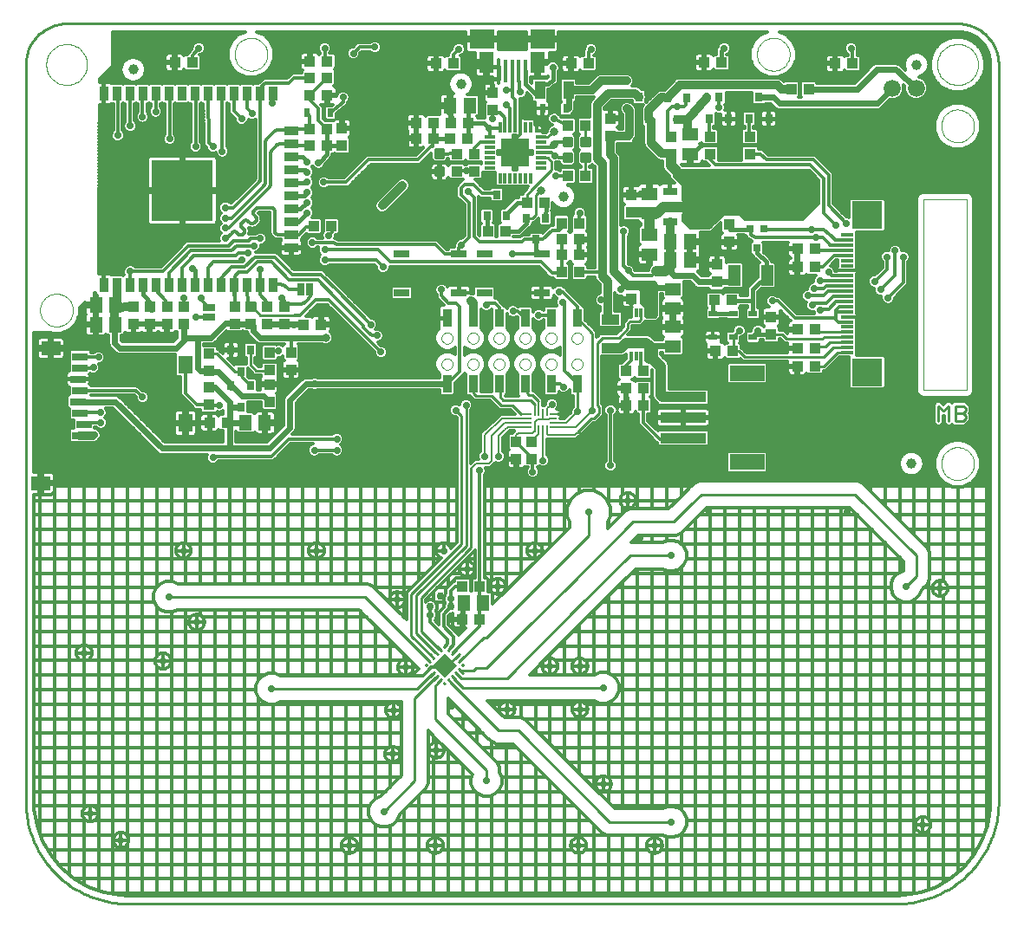
<source format=gtl>
G75*
%MOIN*%
%OFA0B0*%
%FSLAX24Y24*%
%IPPOS*%
%LPD*%
%AMOC8*
5,1,8,0,0,1.08239X$1,22.5*
%
%ADD10C,0.0100*%
%ADD11C,0.0000*%
%ADD12C,0.0039*%
%ADD13C,0.0110*%
%ADD14R,0.0118X0.0394*%
%ADD15R,0.1063X0.1063*%
%ADD16R,0.0171X0.0171*%
%ADD17R,0.0394X0.0118*%
%ADD18R,0.0177X0.0906*%
%ADD19R,0.0935X0.0748*%
%ADD20R,0.0581X0.0827*%
%ADD21R,0.0512X0.0591*%
%ADD22R,0.0394X0.0709*%
%ADD23R,0.0248X0.0327*%
%ADD24R,0.0315X0.0354*%
%ADD25R,0.0394X0.0433*%
%ADD26R,0.0433X0.0394*%
%ADD27R,0.0276X0.0276*%
%ADD28R,0.0327X0.0248*%
%ADD29R,0.0591X0.0512*%
%ADD30R,0.1181X0.1063*%
%ADD31R,0.0472X0.0118*%
%ADD32R,0.0472X0.0787*%
%ADD33R,0.0551X0.0315*%
%ADD34C,0.0600*%
%ADD35R,0.0550X0.0320*%
%ADD36R,0.0640X0.0320*%
%ADD37R,0.0551X0.0709*%
%ADD38R,0.0748X0.0551*%
%ADD39R,0.0591X0.0315*%
%ADD40C,0.0118*%
%ADD41C,0.0394*%
%ADD42R,0.0354X0.0551*%
%ADD43R,0.0551X0.0354*%
%ADD44R,0.2362X0.2362*%
%ADD45R,0.0709X0.0394*%
%ADD46R,0.0120X0.0350*%
%ADD47R,0.1772X0.0394*%
%ADD48R,0.1339X0.0591*%
%ADD49C,0.0110*%
%ADD50R,0.0661X0.0661*%
%ADD51R,0.0114X0.0114*%
%ADD52C,0.0300*%
%ADD53R,0.0261X0.0089*%
%ADD54R,0.0089X0.0300*%
%ADD55R,0.0089X0.0261*%
%ADD56C,0.0660*%
%ADD57R,0.0600X0.0300*%
%ADD58R,0.0354X0.0709*%
%ADD59C,0.0277*%
%ADD60R,0.0250X0.0500*%
%ADD61R,0.0500X0.0250*%
%ADD62C,0.0120*%
%ADD63C,0.0079*%
%ADD64C,0.0160*%
%ADD65C,0.0320*%
%ADD66C,0.0320*%
%ADD67C,0.0240*%
%ADD68C,0.0400*%
%ADD69C,0.0317*%
D10*
X005927Y004947D02*
X035455Y004947D01*
X035579Y004949D01*
X035702Y004955D01*
X035826Y004964D01*
X035948Y004978D01*
X036071Y004995D01*
X036193Y005017D01*
X036314Y005042D01*
X036434Y005071D01*
X036553Y005103D01*
X036672Y005140D01*
X036789Y005180D01*
X036904Y005223D01*
X037019Y005271D01*
X037131Y005322D01*
X037242Y005376D01*
X037352Y005434D01*
X037459Y005495D01*
X037565Y005560D01*
X037668Y005628D01*
X037769Y005699D01*
X037868Y005773D01*
X037965Y005850D01*
X038059Y005931D01*
X038150Y006014D01*
X038239Y006100D01*
X038325Y006189D01*
X038408Y006280D01*
X038489Y006374D01*
X038566Y006471D01*
X038640Y006570D01*
X038711Y006671D01*
X038779Y006774D01*
X038844Y006880D01*
X038905Y006987D01*
X038963Y007097D01*
X039017Y007208D01*
X039068Y007320D01*
X039116Y007435D01*
X039159Y007550D01*
X039199Y007667D01*
X039236Y007786D01*
X039268Y007905D01*
X039297Y008025D01*
X039322Y008146D01*
X039344Y008268D01*
X039361Y008391D01*
X039375Y008513D01*
X039384Y008637D01*
X039390Y008760D01*
X039392Y008884D01*
X039392Y037231D01*
X039390Y037308D01*
X039384Y037385D01*
X039375Y037462D01*
X039362Y037538D01*
X039345Y037614D01*
X039324Y037688D01*
X039300Y037762D01*
X039272Y037834D01*
X039241Y037904D01*
X039206Y037973D01*
X039168Y038041D01*
X039127Y038106D01*
X039082Y038169D01*
X039034Y038230D01*
X038984Y038289D01*
X038931Y038345D01*
X038875Y038398D01*
X038816Y038448D01*
X038755Y038496D01*
X038692Y038541D01*
X038627Y038582D01*
X038559Y038620D01*
X038490Y038655D01*
X038420Y038686D01*
X038348Y038714D01*
X038274Y038738D01*
X038200Y038759D01*
X038124Y038776D01*
X038048Y038789D01*
X037971Y038798D01*
X037894Y038804D01*
X037817Y038806D01*
X003565Y038806D01*
X003488Y038804D01*
X003411Y038798D01*
X003334Y038789D01*
X003258Y038776D01*
X003182Y038759D01*
X003108Y038738D01*
X003034Y038714D01*
X002962Y038686D01*
X002892Y038655D01*
X002823Y038620D01*
X002755Y038582D01*
X002690Y038541D01*
X002627Y038496D01*
X002566Y038448D01*
X002507Y038398D01*
X002451Y038345D01*
X002398Y038289D01*
X002348Y038230D01*
X002300Y038169D01*
X002255Y038106D01*
X002214Y038041D01*
X002176Y037973D01*
X002141Y037904D01*
X002110Y037834D01*
X002082Y037762D01*
X002058Y037688D01*
X002037Y037614D01*
X002020Y037538D01*
X002007Y037462D01*
X001998Y037385D01*
X001992Y037308D01*
X001990Y037231D01*
X001990Y008884D01*
X001992Y008760D01*
X001998Y008637D01*
X002007Y008513D01*
X002021Y008391D01*
X002038Y008268D01*
X002060Y008146D01*
X002085Y008025D01*
X002114Y007905D01*
X002146Y007786D01*
X002183Y007667D01*
X002223Y007550D01*
X002266Y007435D01*
X002314Y007320D01*
X002365Y007208D01*
X002419Y007097D01*
X002477Y006987D01*
X002538Y006880D01*
X002603Y006774D01*
X002671Y006671D01*
X002742Y006570D01*
X002816Y006471D01*
X002893Y006374D01*
X002974Y006280D01*
X003057Y006189D01*
X003143Y006100D01*
X003232Y006014D01*
X003323Y005931D01*
X003417Y005850D01*
X003514Y005773D01*
X003613Y005699D01*
X003714Y005628D01*
X003817Y005560D01*
X003923Y005495D01*
X004030Y005434D01*
X004140Y005376D01*
X004251Y005322D01*
X004363Y005271D01*
X004478Y005223D01*
X004593Y005180D01*
X004710Y005140D01*
X004829Y005103D01*
X004948Y005071D01*
X005068Y005042D01*
X005189Y005017D01*
X005311Y004995D01*
X005434Y004978D01*
X005556Y004964D01*
X005680Y004955D01*
X005803Y004949D01*
X005927Y004947D01*
X011439Y013215D02*
X017030Y013215D01*
X017608Y013772D01*
X017747Y013633D02*
X016951Y012861D01*
X016951Y009672D01*
X015770Y008491D01*
X018132Y011640D02*
X019707Y010065D01*
X019707Y009672D01*
X020179Y011601D02*
X020927Y011601D01*
X024431Y008097D01*
X026794Y008097D01*
X024195Y013254D02*
X018801Y013254D01*
X018444Y013626D01*
X018304Y013487D02*
X020179Y011601D01*
X020494Y013609D02*
X018738Y013609D01*
X018584Y013767D01*
X018722Y013905D02*
X019211Y013908D01*
X019313Y014002D01*
X019707Y014002D01*
X021282Y015577D01*
X022857Y017152D01*
X025337Y019632D01*
X026912Y019632D01*
X027581Y020302D01*
X027975Y020695D01*
X033880Y020695D01*
X036242Y018333D01*
X036242Y017546D01*
X035849Y017152D01*
X032660Y025617D02*
X032325Y025617D01*
X032660Y025617D02*
X033191Y026148D01*
X033565Y026148D01*
X033565Y026345D02*
X033034Y026345D01*
X032660Y025971D01*
X031321Y025971D01*
X029628Y025971D01*
X029392Y026207D01*
X029175Y026207D01*
X029195Y026247D01*
X029195Y026739D01*
X030652Y026857D02*
X031065Y026857D01*
X031242Y026680D01*
X032620Y026680D01*
X032679Y026739D01*
X033565Y026739D01*
X033565Y026936D02*
X032423Y026936D01*
X032325Y027034D01*
X032423Y026955D01*
X032384Y026365D02*
X032325Y026325D01*
X032384Y026365D02*
X032738Y026365D01*
X032916Y026542D01*
X033565Y026542D01*
X032266Y030105D02*
X032325Y030144D01*
X026242Y028766D02*
X026242Y027585D01*
X026164Y027506D01*
X025822Y027506D01*
X025822Y027888D01*
X025757Y027953D01*
X025652Y028058D01*
X025652Y028530D01*
X025455Y028727D01*
X025140Y028727D01*
X025101Y028766D01*
X025101Y028884D01*
X026124Y028884D01*
X026242Y028766D01*
X026225Y028784D02*
X025101Y028784D01*
X025101Y028883D02*
X026126Y028883D01*
X026242Y028686D02*
X025496Y028686D01*
X025595Y028587D02*
X026242Y028587D01*
X026242Y028489D02*
X025652Y028489D01*
X025652Y028390D02*
X026242Y028390D01*
X026242Y028292D02*
X025652Y028292D01*
X025652Y028193D02*
X026242Y028193D01*
X026242Y028095D02*
X025652Y028095D01*
X025713Y027996D02*
X026242Y027996D01*
X026242Y027898D02*
X025812Y027898D01*
X025757Y027953D02*
X025757Y027953D01*
X025822Y027799D02*
X026242Y027799D01*
X026242Y027701D02*
X025822Y027701D01*
X025822Y027602D02*
X026242Y027602D01*
X025652Y027668D02*
X025652Y027428D01*
X025573Y027349D01*
X025219Y027349D01*
X025140Y027270D01*
X025140Y027152D01*
X025140Y027073D01*
X024786Y026719D01*
X024746Y026719D01*
X024274Y026719D01*
X024156Y026719D01*
X023959Y026522D01*
X023959Y026404D01*
X023959Y024121D01*
X024038Y024042D01*
X024038Y023806D01*
X023841Y023609D01*
X023723Y023609D01*
X023211Y023097D01*
X023211Y023884D02*
X023211Y024928D01*
X023191Y024947D01*
X023762Y023924D02*
X023762Y026896D01*
X023191Y027467D01*
X024904Y027743D02*
X024904Y027979D01*
X024983Y027900D01*
X025297Y027900D01*
X025285Y027888D01*
X025285Y027509D01*
X025152Y027509D01*
X025074Y027430D01*
X024992Y027349D01*
X024983Y027349D01*
X024943Y027388D01*
X024943Y027703D01*
X024904Y027743D01*
X024904Y027799D02*
X025285Y027799D01*
X025285Y027701D02*
X024943Y027701D01*
X024943Y027602D02*
X025285Y027602D01*
X025147Y027504D02*
X024943Y027504D01*
X024943Y027405D02*
X025049Y027405D01*
X024904Y027898D02*
X025294Y027898D01*
X021715Y024278D02*
X021479Y024514D01*
X021321Y024514D01*
X021270Y024565D01*
X021270Y024869D01*
X021191Y024947D01*
X021400Y024317D02*
X020337Y024317D01*
X020219Y024436D01*
X020219Y024920D01*
X020191Y024947D01*
X019904Y024475D02*
X019313Y024475D01*
X019195Y024593D01*
X019195Y024943D01*
X019191Y024947D01*
X019904Y024475D02*
X020258Y024121D01*
X020691Y024121D01*
X021046Y023766D01*
X021557Y024160D02*
X021400Y024317D01*
X018920Y024121D02*
X018920Y018727D01*
X016990Y016798D01*
X016990Y016325D01*
X016990Y015341D01*
X017745Y014616D01*
X017885Y014755D02*
X017187Y015420D01*
X017187Y016365D01*
X017187Y016719D01*
X019116Y018648D01*
X019116Y021680D01*
X018723Y023727D02*
X018723Y018766D01*
X016794Y016837D01*
X016794Y016207D01*
X016794Y015262D01*
X017598Y014469D01*
X017459Y014329D02*
X015022Y016758D01*
X009077Y016758D01*
X007502Y016758D01*
X010632Y024869D02*
X010258Y025243D01*
X010258Y025420D01*
X010022Y025420D01*
X009333Y026109D01*
X009038Y026109D01*
X010632Y026247D02*
X010632Y025676D01*
X010849Y025459D01*
X011341Y025459D01*
X011360Y025479D01*
X011006Y027585D02*
X012345Y027585D01*
X011006Y027585D02*
X010790Y027802D01*
X011479Y035735D02*
X011479Y036050D01*
X011518Y036089D01*
X018565Y033786D02*
X018605Y033806D01*
X021282Y032231D02*
X021262Y031916D01*
X021282Y032231D02*
X021439Y032428D01*
X022187Y033176D01*
X022187Y033491D01*
X022069Y033648D01*
X021794Y033648D01*
X021794Y033845D02*
X022187Y033845D01*
X022187Y034042D02*
X021794Y034042D01*
X022187Y034042D02*
X022305Y034160D01*
X022030Y034436D02*
X022305Y034632D01*
X022030Y034436D02*
X021794Y034436D01*
X023517Y034239D02*
X023486Y034908D01*
X023506Y034869D01*
X023517Y033648D02*
X023486Y032939D01*
X023506Y032939D01*
X021794Y032388D02*
X021754Y032388D01*
X021597Y032231D01*
X021597Y031443D01*
X021479Y031325D01*
X021223Y031325D01*
X018526Y023924D02*
X018723Y023727D01*
X023644Y019121D02*
X022857Y018333D01*
X022463Y017939D01*
X020101Y015577D01*
X019707Y015184D01*
X019589Y015184D01*
X018726Y014336D01*
X018587Y014475D02*
X018337Y014235D01*
X017887Y013494D02*
X017738Y013345D01*
X017738Y012821D01*
X017738Y012034D01*
X018132Y011640D01*
X016794Y013727D02*
X016872Y013806D01*
X016872Y013963D01*
X020494Y013609D02*
X023250Y016365D01*
X025219Y018333D01*
X026794Y018333D01*
X023644Y019121D02*
X023644Y020026D01*
D11*
X022974Y025707D02*
X022976Y025736D01*
X022982Y025764D01*
X022991Y025792D01*
X023004Y025818D01*
X023021Y025841D01*
X023040Y025863D01*
X023062Y025882D01*
X023087Y025897D01*
X023113Y025910D01*
X023141Y025918D01*
X023169Y025923D01*
X023198Y025924D01*
X023227Y025921D01*
X023255Y025914D01*
X023282Y025904D01*
X023308Y025890D01*
X023331Y025873D01*
X023352Y025853D01*
X023370Y025830D01*
X023385Y025805D01*
X023396Y025778D01*
X023404Y025750D01*
X023408Y025721D01*
X023408Y025693D01*
X023404Y025664D01*
X023396Y025636D01*
X023385Y025609D01*
X023370Y025584D01*
X023352Y025561D01*
X023331Y025541D01*
X023308Y025524D01*
X023282Y025510D01*
X023255Y025500D01*
X023227Y025493D01*
X023198Y025490D01*
X023169Y025491D01*
X023141Y025496D01*
X023113Y025504D01*
X023087Y025517D01*
X023062Y025532D01*
X023040Y025551D01*
X023021Y025573D01*
X023004Y025596D01*
X022991Y025622D01*
X022982Y025650D01*
X022976Y025678D01*
X022974Y025707D01*
X021974Y025707D02*
X021976Y025736D01*
X021982Y025764D01*
X021991Y025792D01*
X022004Y025818D01*
X022021Y025841D01*
X022040Y025863D01*
X022062Y025882D01*
X022087Y025897D01*
X022113Y025910D01*
X022141Y025918D01*
X022169Y025923D01*
X022198Y025924D01*
X022227Y025921D01*
X022255Y025914D01*
X022282Y025904D01*
X022308Y025890D01*
X022331Y025873D01*
X022352Y025853D01*
X022370Y025830D01*
X022385Y025805D01*
X022396Y025778D01*
X022404Y025750D01*
X022408Y025721D01*
X022408Y025693D01*
X022404Y025664D01*
X022396Y025636D01*
X022385Y025609D01*
X022370Y025584D01*
X022352Y025561D01*
X022331Y025541D01*
X022308Y025524D01*
X022282Y025510D01*
X022255Y025500D01*
X022227Y025493D01*
X022198Y025490D01*
X022169Y025491D01*
X022141Y025496D01*
X022113Y025504D01*
X022087Y025517D01*
X022062Y025532D01*
X022040Y025551D01*
X022021Y025573D01*
X022004Y025596D01*
X021991Y025622D01*
X021982Y025650D01*
X021976Y025678D01*
X021974Y025707D01*
X020974Y025707D02*
X020976Y025736D01*
X020982Y025764D01*
X020991Y025792D01*
X021004Y025818D01*
X021021Y025841D01*
X021040Y025863D01*
X021062Y025882D01*
X021087Y025897D01*
X021113Y025910D01*
X021141Y025918D01*
X021169Y025923D01*
X021198Y025924D01*
X021227Y025921D01*
X021255Y025914D01*
X021282Y025904D01*
X021308Y025890D01*
X021331Y025873D01*
X021352Y025853D01*
X021370Y025830D01*
X021385Y025805D01*
X021396Y025778D01*
X021404Y025750D01*
X021408Y025721D01*
X021408Y025693D01*
X021404Y025664D01*
X021396Y025636D01*
X021385Y025609D01*
X021370Y025584D01*
X021352Y025561D01*
X021331Y025541D01*
X021308Y025524D01*
X021282Y025510D01*
X021255Y025500D01*
X021227Y025493D01*
X021198Y025490D01*
X021169Y025491D01*
X021141Y025496D01*
X021113Y025504D01*
X021087Y025517D01*
X021062Y025532D01*
X021040Y025551D01*
X021021Y025573D01*
X021004Y025596D01*
X020991Y025622D01*
X020982Y025650D01*
X020976Y025678D01*
X020974Y025707D01*
X019974Y025707D02*
X019976Y025736D01*
X019982Y025764D01*
X019991Y025792D01*
X020004Y025818D01*
X020021Y025841D01*
X020040Y025863D01*
X020062Y025882D01*
X020087Y025897D01*
X020113Y025910D01*
X020141Y025918D01*
X020169Y025923D01*
X020198Y025924D01*
X020227Y025921D01*
X020255Y025914D01*
X020282Y025904D01*
X020308Y025890D01*
X020331Y025873D01*
X020352Y025853D01*
X020370Y025830D01*
X020385Y025805D01*
X020396Y025778D01*
X020404Y025750D01*
X020408Y025721D01*
X020408Y025693D01*
X020404Y025664D01*
X020396Y025636D01*
X020385Y025609D01*
X020370Y025584D01*
X020352Y025561D01*
X020331Y025541D01*
X020308Y025524D01*
X020282Y025510D01*
X020255Y025500D01*
X020227Y025493D01*
X020198Y025490D01*
X020169Y025491D01*
X020141Y025496D01*
X020113Y025504D01*
X020087Y025517D01*
X020062Y025532D01*
X020040Y025551D01*
X020021Y025573D01*
X020004Y025596D01*
X019991Y025622D01*
X019982Y025650D01*
X019976Y025678D01*
X019974Y025707D01*
X018974Y025707D02*
X018976Y025736D01*
X018982Y025764D01*
X018991Y025792D01*
X019004Y025818D01*
X019021Y025841D01*
X019040Y025863D01*
X019062Y025882D01*
X019087Y025897D01*
X019113Y025910D01*
X019141Y025918D01*
X019169Y025923D01*
X019198Y025924D01*
X019227Y025921D01*
X019255Y025914D01*
X019282Y025904D01*
X019308Y025890D01*
X019331Y025873D01*
X019352Y025853D01*
X019370Y025830D01*
X019385Y025805D01*
X019396Y025778D01*
X019404Y025750D01*
X019408Y025721D01*
X019408Y025693D01*
X019404Y025664D01*
X019396Y025636D01*
X019385Y025609D01*
X019370Y025584D01*
X019352Y025561D01*
X019331Y025541D01*
X019308Y025524D01*
X019282Y025510D01*
X019255Y025500D01*
X019227Y025493D01*
X019198Y025490D01*
X019169Y025491D01*
X019141Y025496D01*
X019113Y025504D01*
X019087Y025517D01*
X019062Y025532D01*
X019040Y025551D01*
X019021Y025573D01*
X019004Y025596D01*
X018991Y025622D01*
X018982Y025650D01*
X018976Y025678D01*
X018974Y025707D01*
X017974Y025707D02*
X017976Y025736D01*
X017982Y025764D01*
X017991Y025792D01*
X018004Y025818D01*
X018021Y025841D01*
X018040Y025863D01*
X018062Y025882D01*
X018087Y025897D01*
X018113Y025910D01*
X018141Y025918D01*
X018169Y025923D01*
X018198Y025924D01*
X018227Y025921D01*
X018255Y025914D01*
X018282Y025904D01*
X018308Y025890D01*
X018331Y025873D01*
X018352Y025853D01*
X018370Y025830D01*
X018385Y025805D01*
X018396Y025778D01*
X018404Y025750D01*
X018408Y025721D01*
X018408Y025693D01*
X018404Y025664D01*
X018396Y025636D01*
X018385Y025609D01*
X018370Y025584D01*
X018352Y025561D01*
X018331Y025541D01*
X018308Y025524D01*
X018282Y025510D01*
X018255Y025500D01*
X018227Y025493D01*
X018198Y025490D01*
X018169Y025491D01*
X018141Y025496D01*
X018113Y025504D01*
X018087Y025517D01*
X018062Y025532D01*
X018040Y025551D01*
X018021Y025573D01*
X018004Y025596D01*
X017991Y025622D01*
X017982Y025650D01*
X017976Y025678D01*
X017974Y025707D01*
X017974Y026707D02*
X017976Y026736D01*
X017982Y026764D01*
X017991Y026792D01*
X018004Y026818D01*
X018021Y026841D01*
X018040Y026863D01*
X018062Y026882D01*
X018087Y026897D01*
X018113Y026910D01*
X018141Y026918D01*
X018169Y026923D01*
X018198Y026924D01*
X018227Y026921D01*
X018255Y026914D01*
X018282Y026904D01*
X018308Y026890D01*
X018331Y026873D01*
X018352Y026853D01*
X018370Y026830D01*
X018385Y026805D01*
X018396Y026778D01*
X018404Y026750D01*
X018408Y026721D01*
X018408Y026693D01*
X018404Y026664D01*
X018396Y026636D01*
X018385Y026609D01*
X018370Y026584D01*
X018352Y026561D01*
X018331Y026541D01*
X018308Y026524D01*
X018282Y026510D01*
X018255Y026500D01*
X018227Y026493D01*
X018198Y026490D01*
X018169Y026491D01*
X018141Y026496D01*
X018113Y026504D01*
X018087Y026517D01*
X018062Y026532D01*
X018040Y026551D01*
X018021Y026573D01*
X018004Y026596D01*
X017991Y026622D01*
X017982Y026650D01*
X017976Y026678D01*
X017974Y026707D01*
X018974Y026707D02*
X018976Y026736D01*
X018982Y026764D01*
X018991Y026792D01*
X019004Y026818D01*
X019021Y026841D01*
X019040Y026863D01*
X019062Y026882D01*
X019087Y026897D01*
X019113Y026910D01*
X019141Y026918D01*
X019169Y026923D01*
X019198Y026924D01*
X019227Y026921D01*
X019255Y026914D01*
X019282Y026904D01*
X019308Y026890D01*
X019331Y026873D01*
X019352Y026853D01*
X019370Y026830D01*
X019385Y026805D01*
X019396Y026778D01*
X019404Y026750D01*
X019408Y026721D01*
X019408Y026693D01*
X019404Y026664D01*
X019396Y026636D01*
X019385Y026609D01*
X019370Y026584D01*
X019352Y026561D01*
X019331Y026541D01*
X019308Y026524D01*
X019282Y026510D01*
X019255Y026500D01*
X019227Y026493D01*
X019198Y026490D01*
X019169Y026491D01*
X019141Y026496D01*
X019113Y026504D01*
X019087Y026517D01*
X019062Y026532D01*
X019040Y026551D01*
X019021Y026573D01*
X019004Y026596D01*
X018991Y026622D01*
X018982Y026650D01*
X018976Y026678D01*
X018974Y026707D01*
X019974Y026707D02*
X019976Y026736D01*
X019982Y026764D01*
X019991Y026792D01*
X020004Y026818D01*
X020021Y026841D01*
X020040Y026863D01*
X020062Y026882D01*
X020087Y026897D01*
X020113Y026910D01*
X020141Y026918D01*
X020169Y026923D01*
X020198Y026924D01*
X020227Y026921D01*
X020255Y026914D01*
X020282Y026904D01*
X020308Y026890D01*
X020331Y026873D01*
X020352Y026853D01*
X020370Y026830D01*
X020385Y026805D01*
X020396Y026778D01*
X020404Y026750D01*
X020408Y026721D01*
X020408Y026693D01*
X020404Y026664D01*
X020396Y026636D01*
X020385Y026609D01*
X020370Y026584D01*
X020352Y026561D01*
X020331Y026541D01*
X020308Y026524D01*
X020282Y026510D01*
X020255Y026500D01*
X020227Y026493D01*
X020198Y026490D01*
X020169Y026491D01*
X020141Y026496D01*
X020113Y026504D01*
X020087Y026517D01*
X020062Y026532D01*
X020040Y026551D01*
X020021Y026573D01*
X020004Y026596D01*
X019991Y026622D01*
X019982Y026650D01*
X019976Y026678D01*
X019974Y026707D01*
X020974Y026707D02*
X020976Y026736D01*
X020982Y026764D01*
X020991Y026792D01*
X021004Y026818D01*
X021021Y026841D01*
X021040Y026863D01*
X021062Y026882D01*
X021087Y026897D01*
X021113Y026910D01*
X021141Y026918D01*
X021169Y026923D01*
X021198Y026924D01*
X021227Y026921D01*
X021255Y026914D01*
X021282Y026904D01*
X021308Y026890D01*
X021331Y026873D01*
X021352Y026853D01*
X021370Y026830D01*
X021385Y026805D01*
X021396Y026778D01*
X021404Y026750D01*
X021408Y026721D01*
X021408Y026693D01*
X021404Y026664D01*
X021396Y026636D01*
X021385Y026609D01*
X021370Y026584D01*
X021352Y026561D01*
X021331Y026541D01*
X021308Y026524D01*
X021282Y026510D01*
X021255Y026500D01*
X021227Y026493D01*
X021198Y026490D01*
X021169Y026491D01*
X021141Y026496D01*
X021113Y026504D01*
X021087Y026517D01*
X021062Y026532D01*
X021040Y026551D01*
X021021Y026573D01*
X021004Y026596D01*
X020991Y026622D01*
X020982Y026650D01*
X020976Y026678D01*
X020974Y026707D01*
X021974Y026707D02*
X021976Y026736D01*
X021982Y026764D01*
X021991Y026792D01*
X022004Y026818D01*
X022021Y026841D01*
X022040Y026863D01*
X022062Y026882D01*
X022087Y026897D01*
X022113Y026910D01*
X022141Y026918D01*
X022169Y026923D01*
X022198Y026924D01*
X022227Y026921D01*
X022255Y026914D01*
X022282Y026904D01*
X022308Y026890D01*
X022331Y026873D01*
X022352Y026853D01*
X022370Y026830D01*
X022385Y026805D01*
X022396Y026778D01*
X022404Y026750D01*
X022408Y026721D01*
X022408Y026693D01*
X022404Y026664D01*
X022396Y026636D01*
X022385Y026609D01*
X022370Y026584D01*
X022352Y026561D01*
X022331Y026541D01*
X022308Y026524D01*
X022282Y026510D01*
X022255Y026500D01*
X022227Y026493D01*
X022198Y026490D01*
X022169Y026491D01*
X022141Y026496D01*
X022113Y026504D01*
X022087Y026517D01*
X022062Y026532D01*
X022040Y026551D01*
X022021Y026573D01*
X022004Y026596D01*
X021991Y026622D01*
X021982Y026650D01*
X021976Y026678D01*
X021974Y026707D01*
X022974Y026707D02*
X022976Y026736D01*
X022982Y026764D01*
X022991Y026792D01*
X023004Y026818D01*
X023021Y026841D01*
X023040Y026863D01*
X023062Y026882D01*
X023087Y026897D01*
X023113Y026910D01*
X023141Y026918D01*
X023169Y026923D01*
X023198Y026924D01*
X023227Y026921D01*
X023255Y026914D01*
X023282Y026904D01*
X023308Y026890D01*
X023331Y026873D01*
X023352Y026853D01*
X023370Y026830D01*
X023385Y026805D01*
X023396Y026778D01*
X023404Y026750D01*
X023408Y026721D01*
X023408Y026693D01*
X023404Y026664D01*
X023396Y026636D01*
X023385Y026609D01*
X023370Y026584D01*
X023352Y026561D01*
X023331Y026541D01*
X023308Y026524D01*
X023282Y026510D01*
X023255Y026500D01*
X023227Y026493D01*
X023198Y026490D01*
X023169Y026491D01*
X023141Y026496D01*
X023113Y026504D01*
X023087Y026517D01*
X023062Y026532D01*
X023040Y026551D01*
X023021Y026573D01*
X023004Y026596D01*
X022991Y026622D01*
X022982Y026650D01*
X022976Y026678D01*
X022974Y026707D01*
X030101Y037624D02*
X030103Y037674D01*
X030109Y037724D01*
X030119Y037773D01*
X030133Y037821D01*
X030150Y037868D01*
X030171Y037913D01*
X030196Y037957D01*
X030224Y037998D01*
X030256Y038037D01*
X030290Y038074D01*
X030327Y038108D01*
X030367Y038138D01*
X030409Y038165D01*
X030453Y038189D01*
X030499Y038210D01*
X030546Y038226D01*
X030594Y038239D01*
X030644Y038248D01*
X030693Y038253D01*
X030744Y038254D01*
X030794Y038251D01*
X030843Y038244D01*
X030892Y038233D01*
X030940Y038218D01*
X030986Y038200D01*
X031031Y038178D01*
X031074Y038152D01*
X031115Y038123D01*
X031154Y038091D01*
X031190Y038056D01*
X031222Y038018D01*
X031252Y037978D01*
X031279Y037935D01*
X031302Y037891D01*
X031321Y037845D01*
X031337Y037797D01*
X031349Y037748D01*
X031357Y037699D01*
X031361Y037649D01*
X031361Y037599D01*
X031357Y037549D01*
X031349Y037500D01*
X031337Y037451D01*
X031321Y037403D01*
X031302Y037357D01*
X031279Y037313D01*
X031252Y037270D01*
X031222Y037230D01*
X031190Y037192D01*
X031154Y037157D01*
X031115Y037125D01*
X031074Y037096D01*
X031031Y037070D01*
X030986Y037048D01*
X030940Y037030D01*
X030892Y037015D01*
X030843Y037004D01*
X030794Y036997D01*
X030744Y036994D01*
X030693Y036995D01*
X030644Y037000D01*
X030594Y037009D01*
X030546Y037022D01*
X030499Y037038D01*
X030453Y037059D01*
X030409Y037083D01*
X030367Y037110D01*
X030327Y037140D01*
X030290Y037174D01*
X030256Y037211D01*
X030224Y037250D01*
X030196Y037291D01*
X030171Y037335D01*
X030150Y037380D01*
X030133Y037427D01*
X030119Y037475D01*
X030109Y037524D01*
X030103Y037574D01*
X030101Y037624D01*
X036518Y032034D02*
X036518Y031561D01*
X037187Y034869D02*
X037189Y034919D01*
X037195Y034969D01*
X037205Y035018D01*
X037219Y035066D01*
X037236Y035113D01*
X037257Y035158D01*
X037282Y035202D01*
X037310Y035243D01*
X037342Y035282D01*
X037376Y035319D01*
X037413Y035353D01*
X037453Y035383D01*
X037495Y035410D01*
X037539Y035434D01*
X037585Y035455D01*
X037632Y035471D01*
X037680Y035484D01*
X037730Y035493D01*
X037779Y035498D01*
X037830Y035499D01*
X037880Y035496D01*
X037929Y035489D01*
X037978Y035478D01*
X038026Y035463D01*
X038072Y035445D01*
X038117Y035423D01*
X038160Y035397D01*
X038201Y035368D01*
X038240Y035336D01*
X038276Y035301D01*
X038308Y035263D01*
X038338Y035223D01*
X038365Y035180D01*
X038388Y035136D01*
X038407Y035090D01*
X038423Y035042D01*
X038435Y034993D01*
X038443Y034944D01*
X038447Y034894D01*
X038447Y034844D01*
X038443Y034794D01*
X038435Y034745D01*
X038423Y034696D01*
X038407Y034648D01*
X038388Y034602D01*
X038365Y034558D01*
X038338Y034515D01*
X038308Y034475D01*
X038276Y034437D01*
X038240Y034402D01*
X038201Y034370D01*
X038160Y034341D01*
X038117Y034315D01*
X038072Y034293D01*
X038026Y034275D01*
X037978Y034260D01*
X037929Y034249D01*
X037880Y034242D01*
X037830Y034239D01*
X037779Y034240D01*
X037730Y034245D01*
X037680Y034254D01*
X037632Y034267D01*
X037585Y034283D01*
X037539Y034304D01*
X037495Y034328D01*
X037453Y034355D01*
X037413Y034385D01*
X037376Y034419D01*
X037342Y034456D01*
X037310Y034495D01*
X037282Y034536D01*
X037257Y034580D01*
X037236Y034625D01*
X037219Y034672D01*
X037205Y034720D01*
X037195Y034769D01*
X037189Y034819D01*
X037187Y034869D01*
X037030Y037231D02*
X037032Y037287D01*
X037038Y037342D01*
X037048Y037396D01*
X037061Y037450D01*
X037079Y037503D01*
X037100Y037554D01*
X037124Y037604D01*
X037152Y037652D01*
X037184Y037698D01*
X037218Y037742D01*
X037256Y037783D01*
X037296Y037821D01*
X037339Y037856D01*
X037384Y037888D01*
X037432Y037917D01*
X037481Y037943D01*
X037532Y037965D01*
X037584Y037983D01*
X037638Y037997D01*
X037693Y038008D01*
X037748Y038015D01*
X037803Y038018D01*
X037859Y038017D01*
X037914Y038012D01*
X037969Y038003D01*
X038023Y037991D01*
X038076Y037974D01*
X038128Y037954D01*
X038178Y037930D01*
X038226Y037903D01*
X038273Y037873D01*
X038317Y037839D01*
X038359Y037802D01*
X038397Y037762D01*
X038434Y037720D01*
X038467Y037675D01*
X038496Y037629D01*
X038523Y037580D01*
X038545Y037529D01*
X038565Y037477D01*
X038580Y037423D01*
X038592Y037369D01*
X038600Y037314D01*
X038604Y037259D01*
X038604Y037203D01*
X038600Y037148D01*
X038592Y037093D01*
X038580Y037039D01*
X038565Y036985D01*
X038545Y036933D01*
X038523Y036882D01*
X038496Y036833D01*
X038467Y036787D01*
X038434Y036742D01*
X038397Y036700D01*
X038359Y036660D01*
X038317Y036623D01*
X038273Y036589D01*
X038226Y036559D01*
X038178Y036532D01*
X038128Y036508D01*
X038076Y036488D01*
X038023Y036471D01*
X037969Y036459D01*
X037914Y036450D01*
X037859Y036445D01*
X037803Y036444D01*
X037748Y036447D01*
X037693Y036454D01*
X037638Y036465D01*
X037584Y036479D01*
X037532Y036497D01*
X037481Y036519D01*
X037432Y036545D01*
X037384Y036574D01*
X037339Y036606D01*
X037296Y036641D01*
X037256Y036679D01*
X037218Y036720D01*
X037184Y036764D01*
X037152Y036810D01*
X037124Y036858D01*
X037100Y036908D01*
X037079Y036959D01*
X037061Y037012D01*
X037048Y037066D01*
X037038Y037120D01*
X037032Y037175D01*
X037030Y037231D01*
X037187Y021876D02*
X037189Y021926D01*
X037195Y021976D01*
X037205Y022025D01*
X037219Y022073D01*
X037236Y022120D01*
X037257Y022165D01*
X037282Y022209D01*
X037310Y022250D01*
X037342Y022289D01*
X037376Y022326D01*
X037413Y022360D01*
X037453Y022390D01*
X037495Y022417D01*
X037539Y022441D01*
X037585Y022462D01*
X037632Y022478D01*
X037680Y022491D01*
X037730Y022500D01*
X037779Y022505D01*
X037830Y022506D01*
X037880Y022503D01*
X037929Y022496D01*
X037978Y022485D01*
X038026Y022470D01*
X038072Y022452D01*
X038117Y022430D01*
X038160Y022404D01*
X038201Y022375D01*
X038240Y022343D01*
X038276Y022308D01*
X038308Y022270D01*
X038338Y022230D01*
X038365Y022187D01*
X038388Y022143D01*
X038407Y022097D01*
X038423Y022049D01*
X038435Y022000D01*
X038443Y021951D01*
X038447Y021901D01*
X038447Y021851D01*
X038443Y021801D01*
X038435Y021752D01*
X038423Y021703D01*
X038407Y021655D01*
X038388Y021609D01*
X038365Y021565D01*
X038338Y021522D01*
X038308Y021482D01*
X038276Y021444D01*
X038240Y021409D01*
X038201Y021377D01*
X038160Y021348D01*
X038117Y021322D01*
X038072Y021300D01*
X038026Y021282D01*
X037978Y021267D01*
X037929Y021256D01*
X037880Y021249D01*
X037830Y021246D01*
X037779Y021247D01*
X037730Y021252D01*
X037680Y021261D01*
X037632Y021274D01*
X037585Y021290D01*
X037539Y021311D01*
X037495Y021335D01*
X037453Y021362D01*
X037413Y021392D01*
X037376Y021426D01*
X037342Y021463D01*
X037310Y021502D01*
X037282Y021543D01*
X037257Y021587D01*
X037236Y021632D01*
X037219Y021679D01*
X037205Y021727D01*
X037195Y021776D01*
X037189Y021826D01*
X037187Y021876D01*
X010022Y037624D02*
X010024Y037674D01*
X010030Y037724D01*
X010040Y037773D01*
X010054Y037821D01*
X010071Y037868D01*
X010092Y037913D01*
X010117Y037957D01*
X010145Y037998D01*
X010177Y038037D01*
X010211Y038074D01*
X010248Y038108D01*
X010288Y038138D01*
X010330Y038165D01*
X010374Y038189D01*
X010420Y038210D01*
X010467Y038226D01*
X010515Y038239D01*
X010565Y038248D01*
X010614Y038253D01*
X010665Y038254D01*
X010715Y038251D01*
X010764Y038244D01*
X010813Y038233D01*
X010861Y038218D01*
X010907Y038200D01*
X010952Y038178D01*
X010995Y038152D01*
X011036Y038123D01*
X011075Y038091D01*
X011111Y038056D01*
X011143Y038018D01*
X011173Y037978D01*
X011200Y037935D01*
X011223Y037891D01*
X011242Y037845D01*
X011258Y037797D01*
X011270Y037748D01*
X011278Y037699D01*
X011282Y037649D01*
X011282Y037599D01*
X011278Y037549D01*
X011270Y037500D01*
X011258Y037451D01*
X011242Y037403D01*
X011223Y037357D01*
X011200Y037313D01*
X011173Y037270D01*
X011143Y037230D01*
X011111Y037192D01*
X011075Y037157D01*
X011036Y037125D01*
X010995Y037096D01*
X010952Y037070D01*
X010907Y037048D01*
X010861Y037030D01*
X010813Y037015D01*
X010764Y037004D01*
X010715Y036997D01*
X010665Y036994D01*
X010614Y036995D01*
X010565Y037000D01*
X010515Y037009D01*
X010467Y037022D01*
X010420Y037038D01*
X010374Y037059D01*
X010330Y037083D01*
X010288Y037110D01*
X010248Y037140D01*
X010211Y037174D01*
X010177Y037211D01*
X010145Y037250D01*
X010117Y037291D01*
X010092Y037335D01*
X010071Y037380D01*
X010054Y037427D01*
X010040Y037475D01*
X010030Y037524D01*
X010024Y037574D01*
X010022Y037624D01*
X002778Y037231D02*
X002780Y037287D01*
X002786Y037342D01*
X002796Y037396D01*
X002809Y037450D01*
X002827Y037503D01*
X002848Y037554D01*
X002872Y037604D01*
X002900Y037652D01*
X002932Y037698D01*
X002966Y037742D01*
X003004Y037783D01*
X003044Y037821D01*
X003087Y037856D01*
X003132Y037888D01*
X003180Y037917D01*
X003229Y037943D01*
X003280Y037965D01*
X003332Y037983D01*
X003386Y037997D01*
X003441Y038008D01*
X003496Y038015D01*
X003551Y038018D01*
X003607Y038017D01*
X003662Y038012D01*
X003717Y038003D01*
X003771Y037991D01*
X003824Y037974D01*
X003876Y037954D01*
X003926Y037930D01*
X003974Y037903D01*
X004021Y037873D01*
X004065Y037839D01*
X004107Y037802D01*
X004145Y037762D01*
X004182Y037720D01*
X004215Y037675D01*
X004244Y037629D01*
X004271Y037580D01*
X004293Y037529D01*
X004313Y037477D01*
X004328Y037423D01*
X004340Y037369D01*
X004348Y037314D01*
X004352Y037259D01*
X004352Y037203D01*
X004348Y037148D01*
X004340Y037093D01*
X004328Y037039D01*
X004313Y036985D01*
X004293Y036933D01*
X004271Y036882D01*
X004244Y036833D01*
X004215Y036787D01*
X004182Y036742D01*
X004145Y036700D01*
X004107Y036660D01*
X004065Y036623D01*
X004021Y036589D01*
X003974Y036559D01*
X003926Y036532D01*
X003876Y036508D01*
X003824Y036488D01*
X003771Y036471D01*
X003717Y036459D01*
X003662Y036450D01*
X003607Y036445D01*
X003551Y036444D01*
X003496Y036447D01*
X003441Y036454D01*
X003386Y036465D01*
X003332Y036479D01*
X003280Y036497D01*
X003229Y036519D01*
X003180Y036545D01*
X003132Y036574D01*
X003087Y036606D01*
X003044Y036641D01*
X003004Y036679D01*
X002966Y036720D01*
X002932Y036764D01*
X002900Y036810D01*
X002872Y036858D01*
X002848Y036908D01*
X002827Y036959D01*
X002809Y037012D01*
X002796Y037066D01*
X002786Y037120D01*
X002780Y037175D01*
X002778Y037231D01*
X002541Y027782D02*
X002543Y027832D01*
X002549Y027882D01*
X002559Y027931D01*
X002573Y027979D01*
X002590Y028026D01*
X002611Y028071D01*
X002636Y028115D01*
X002664Y028156D01*
X002696Y028195D01*
X002730Y028232D01*
X002767Y028266D01*
X002807Y028296D01*
X002849Y028323D01*
X002893Y028347D01*
X002939Y028368D01*
X002986Y028384D01*
X003034Y028397D01*
X003084Y028406D01*
X003133Y028411D01*
X003184Y028412D01*
X003234Y028409D01*
X003283Y028402D01*
X003332Y028391D01*
X003380Y028376D01*
X003426Y028358D01*
X003471Y028336D01*
X003514Y028310D01*
X003555Y028281D01*
X003594Y028249D01*
X003630Y028214D01*
X003662Y028176D01*
X003692Y028136D01*
X003719Y028093D01*
X003742Y028049D01*
X003761Y028003D01*
X003777Y027955D01*
X003789Y027906D01*
X003797Y027857D01*
X003801Y027807D01*
X003801Y027757D01*
X003797Y027707D01*
X003789Y027658D01*
X003777Y027609D01*
X003761Y027561D01*
X003742Y027515D01*
X003719Y027471D01*
X003692Y027428D01*
X003662Y027388D01*
X003630Y027350D01*
X003594Y027315D01*
X003555Y027283D01*
X003514Y027254D01*
X003471Y027228D01*
X003426Y027206D01*
X003380Y027188D01*
X003332Y027173D01*
X003283Y027162D01*
X003234Y027155D01*
X003184Y027152D01*
X003133Y027153D01*
X003084Y027158D01*
X003034Y027167D01*
X002986Y027180D01*
X002939Y027196D01*
X002893Y027217D01*
X002849Y027241D01*
X002807Y027268D01*
X002767Y027298D01*
X002730Y027332D01*
X002696Y027369D01*
X002664Y027408D01*
X002636Y027449D01*
X002611Y027493D01*
X002590Y027538D01*
X002573Y027585D01*
X002559Y027633D01*
X002549Y027682D01*
X002543Y027732D01*
X002541Y027782D01*
D12*
X036518Y024711D02*
X036518Y032034D01*
X038171Y032034D01*
X038171Y024711D01*
X036518Y024711D01*
D13*
X037085Y024097D02*
X037282Y023900D01*
X037478Y024097D01*
X037478Y023506D01*
X037729Y023506D02*
X037729Y024097D01*
X038025Y024097D01*
X038123Y023998D01*
X038123Y023900D01*
X038025Y023802D01*
X037729Y023802D01*
X038025Y023802D02*
X038123Y023703D01*
X038123Y023605D01*
X038025Y023506D01*
X037729Y023506D01*
X037085Y023506D02*
X037085Y024097D01*
D14*
X021400Y032861D03*
X021203Y032861D03*
X021006Y032861D03*
X020809Y032861D03*
X020612Y032861D03*
X020416Y032861D03*
X020219Y032861D03*
X020219Y034829D03*
X020416Y034829D03*
X020612Y034829D03*
X020809Y034829D03*
X021006Y034829D03*
X021203Y034829D03*
X021400Y034829D03*
D15*
X020809Y033845D03*
D16*
X021637Y034673D03*
D17*
X021794Y034436D03*
X021794Y034239D03*
X021794Y034042D03*
X021794Y033845D03*
X021794Y033648D03*
X021794Y033451D03*
X021794Y033254D03*
X019825Y033254D03*
X019825Y033451D03*
X019825Y033648D03*
X019825Y033845D03*
X019825Y034042D03*
X019825Y034239D03*
X019825Y034436D03*
D18*
X020179Y036995D03*
X020435Y036995D03*
X020691Y036995D03*
X020947Y036995D03*
X021203Y036995D03*
D19*
X021853Y038215D03*
X019530Y038215D03*
D20*
X019707Y037310D03*
X021675Y037310D03*
D21*
X019057Y035656D03*
X018309Y035656D03*
X026774Y030420D03*
X026774Y029711D03*
X027522Y029711D03*
X027522Y030420D03*
X019569Y016522D03*
X018821Y016522D03*
X011183Y023451D03*
X010435Y023451D03*
X005435Y027231D03*
X005435Y027979D03*
X004687Y027979D03*
X004687Y027231D03*
D22*
X021754Y036247D03*
X022857Y036247D03*
D23*
X022758Y035538D03*
X021853Y035538D03*
X025120Y034475D03*
X026026Y034475D03*
X013703Y035380D03*
X012797Y035380D03*
D24*
X019727Y031404D03*
X020475Y031404D03*
X021223Y031325D03*
X021971Y031325D03*
X021597Y030499D03*
X020101Y032231D03*
X025199Y035144D03*
X025947Y035144D03*
X025573Y035971D03*
X026656Y035932D03*
X027030Y035105D03*
X027404Y035932D03*
X028270Y035144D03*
X028644Y035971D03*
X029018Y035144D03*
X029805Y035144D03*
X030179Y035971D03*
X030553Y035144D03*
X010632Y026247D03*
X009884Y026247D03*
X010258Y025420D03*
X009884Y024869D03*
X010632Y024869D03*
X010258Y024042D03*
D25*
X011360Y024258D03*
X011360Y024928D03*
X012193Y025491D03*
X012193Y026160D03*
X013073Y031010D03*
X013742Y031010D03*
X013585Y034121D03*
X013585Y034750D03*
X012916Y034750D03*
X012916Y034121D03*
X014149Y034114D03*
X014149Y034784D03*
X013585Y036719D03*
X012916Y036719D03*
X017010Y034396D03*
X017679Y034396D03*
X018309Y034396D03*
X018979Y034396D03*
X019943Y035479D03*
X019943Y036148D03*
X022837Y034869D03*
X023506Y034869D03*
X023506Y032939D03*
X022837Y032939D03*
X021931Y031916D03*
X021262Y031916D03*
X020435Y030813D03*
X019766Y030813D03*
X022601Y031128D03*
X023270Y031128D03*
X023270Y029908D03*
X023270Y029239D03*
X022601Y029239D03*
X022601Y029908D03*
X025258Y031542D03*
X025258Y032211D03*
X028565Y029534D03*
X028565Y028865D03*
X030652Y027526D03*
X030652Y026857D03*
X025750Y024121D03*
X025081Y024121D03*
X020849Y022723D03*
X020849Y022054D03*
X019451Y017152D03*
X018782Y017152D03*
X007423Y027250D03*
X007423Y027920D03*
X006754Y027920D03*
X006124Y027920D03*
X006124Y027250D03*
X006754Y027250D03*
X031420Y036286D03*
X032089Y036286D03*
D26*
X033112Y037270D03*
X033782Y037270D03*
X029825Y034455D03*
X029825Y033786D03*
X028290Y033786D03*
X028290Y034455D03*
X026794Y034455D03*
X026794Y033786D03*
X029038Y031069D03*
X029038Y030400D03*
X029136Y028176D03*
X028467Y028176D03*
X028506Y026207D03*
X029175Y026207D03*
X031656Y026325D03*
X032325Y026325D03*
X032325Y027034D03*
X031656Y027034D03*
X031656Y025617D03*
X032325Y025617D03*
X032325Y029436D03*
X031656Y029436D03*
X031656Y030144D03*
X032325Y030144D03*
X028742Y037310D03*
X028073Y037310D03*
X024471Y035164D03*
X024471Y034495D03*
X023624Y037270D03*
X022955Y037270D03*
X019234Y033786D03*
X019234Y033117D03*
X018565Y033117D03*
X018565Y033786D03*
X018349Y034987D03*
X017679Y034987D03*
X017010Y034987D03*
X019018Y034987D03*
X018427Y037270D03*
X017758Y037270D03*
X013585Y037349D03*
X012916Y037349D03*
X012916Y036050D03*
X013585Y036050D03*
X008388Y037310D03*
X007719Y037310D03*
X008053Y027920D03*
X008053Y027250D03*
X009038Y026109D03*
X009038Y025439D03*
X009038Y024810D03*
X009038Y024140D03*
X009057Y023451D03*
X009727Y023451D03*
X011360Y025479D03*
X011360Y026148D03*
X011282Y027250D03*
X011951Y027250D03*
X011951Y027920D03*
X011282Y027920D03*
X010652Y027920D03*
X010022Y027920D03*
X010022Y027250D03*
X010652Y027250D03*
X012679Y027231D03*
X013349Y027231D03*
X021439Y022723D03*
X021439Y022054D03*
X025061Y024770D03*
X025061Y025439D03*
X025731Y025439D03*
X025731Y024770D03*
X025947Y028215D03*
X025278Y028215D03*
X023270Y030499D03*
X022601Y030499D03*
X019451Y015892D03*
X018782Y015892D03*
D27*
X030101Y030174D03*
X030357Y030902D03*
X029845Y030902D03*
D28*
X029943Y027644D03*
X029195Y027644D03*
X028408Y027644D03*
X028408Y026739D03*
X029195Y026739D03*
X029943Y026739D03*
D29*
X026872Y026384D03*
X026872Y027132D03*
X026872Y027841D03*
X026872Y028589D03*
X025967Y029928D03*
X025967Y030676D03*
X025967Y031502D03*
X025967Y032250D03*
X027542Y033786D03*
X027542Y034534D03*
D30*
X034345Y031436D03*
X034345Y025388D03*
D31*
X033565Y026148D03*
X033565Y026345D03*
X033565Y026542D03*
X033565Y026739D03*
X033565Y026936D03*
X033565Y027132D03*
X033565Y027329D03*
X033565Y027526D03*
X033565Y027723D03*
X033565Y027920D03*
X033565Y028117D03*
X033565Y028313D03*
X033565Y028510D03*
X033565Y028707D03*
X033565Y028904D03*
X033565Y029101D03*
X033565Y029298D03*
X033565Y029495D03*
X033565Y029691D03*
X033565Y029888D03*
X033565Y030085D03*
X033565Y030282D03*
X033565Y030479D03*
X033565Y030676D03*
D32*
X030494Y029121D03*
X029234Y029121D03*
D33*
X026762Y031168D03*
X026762Y032349D03*
D34*
X027494Y031858D02*
X027494Y031658D01*
X027494Y031858D02*
X028330Y031858D01*
X028330Y031658D01*
X027494Y031658D01*
D35*
X026762Y031758D03*
D36*
X027192Y031758D03*
D37*
X008132Y025676D03*
X008132Y023432D03*
D38*
X002955Y026306D03*
X002561Y021128D03*
D39*
X004077Y022963D03*
X004234Y023396D03*
X004077Y023829D03*
X003998Y024262D03*
X004077Y024695D03*
X003998Y025128D03*
X004077Y025561D03*
X004077Y025995D03*
D40*
X017758Y033244D02*
X018034Y033244D01*
X018034Y032968D01*
X017758Y032968D01*
X017758Y033244D01*
X017758Y033085D02*
X018034Y033085D01*
X018034Y033202D02*
X017758Y033202D01*
X017758Y033935D02*
X018034Y033935D01*
X018034Y033659D01*
X017758Y033659D01*
X017758Y033935D01*
X017758Y033776D02*
X018034Y033776D01*
X018034Y033893D02*
X017758Y033893D01*
X022964Y033786D02*
X022964Y033510D01*
X022688Y033510D01*
X022688Y033786D01*
X022964Y033786D01*
X022964Y033627D02*
X022688Y033627D01*
X022688Y033744D02*
X022964Y033744D01*
X022964Y034101D02*
X022964Y034377D01*
X022964Y034101D02*
X022688Y034101D01*
X022688Y034377D01*
X022964Y034377D01*
X022964Y034218D02*
X022688Y034218D01*
X022688Y034335D02*
X022964Y034335D01*
X023655Y034377D02*
X023655Y034101D01*
X023379Y034101D01*
X023379Y034377D01*
X023655Y034377D01*
X023655Y034218D02*
X023379Y034218D01*
X023379Y034335D02*
X023655Y034335D01*
X023655Y033786D02*
X023655Y033510D01*
X023379Y033510D01*
X023379Y033786D01*
X023655Y033786D01*
X023655Y033627D02*
X023379Y033627D01*
X023379Y033744D02*
X023655Y033744D01*
D41*
X022660Y032152D03*
X018723Y036483D03*
X006124Y037034D03*
X036242Y037231D03*
X036046Y021876D03*
D42*
X011486Y028758D03*
X010986Y028758D03*
X010486Y028758D03*
X009986Y028758D03*
X009486Y028758D03*
X008986Y028758D03*
X008486Y028758D03*
X007986Y028758D03*
X007486Y028758D03*
X006986Y028758D03*
X006486Y028758D03*
X005986Y028758D03*
X005486Y028758D03*
X004986Y028758D03*
X004986Y036121D03*
X005486Y036121D03*
X005986Y036121D03*
X006486Y036121D03*
X006986Y036121D03*
X007486Y036121D03*
X007986Y036121D03*
X008486Y036121D03*
X008986Y036121D03*
X009486Y036121D03*
X009986Y036121D03*
X010486Y036121D03*
X010986Y036121D03*
X011486Y036121D03*
D43*
X012195Y034687D03*
X012195Y034187D03*
X012195Y033687D03*
X012195Y033187D03*
X012195Y032687D03*
X012195Y032187D03*
X012195Y031687D03*
X012195Y031187D03*
X012195Y030687D03*
X012195Y030187D03*
D44*
X008014Y032388D03*
D45*
X024471Y027428D03*
X024471Y026325D03*
D46*
X025258Y026007D03*
X025455Y026007D03*
X025652Y026007D03*
X025849Y026007D03*
X026046Y026007D03*
X026046Y027668D03*
X025849Y027668D03*
X025652Y027668D03*
X025455Y027668D03*
X025258Y027668D03*
D47*
X027266Y024436D03*
X027266Y023648D03*
X027266Y022861D03*
D48*
X029727Y021936D03*
X029727Y025361D03*
D49*
X018805Y014415D02*
X018647Y014257D01*
X018508Y014396D02*
X018666Y014554D01*
X018528Y014695D02*
X018370Y014537D01*
X018223Y014682D02*
X018381Y014840D01*
X017964Y014676D02*
X017806Y014834D01*
X017666Y014695D02*
X017824Y014537D01*
X017677Y014390D02*
X017519Y014548D01*
X017380Y014408D02*
X017538Y014250D01*
X017539Y013996D02*
X017381Y013838D01*
X017529Y013693D02*
X017687Y013851D01*
X017826Y013712D02*
X017668Y013554D01*
X017808Y013415D02*
X017966Y013573D01*
X018225Y013566D02*
X018383Y013408D01*
X018523Y013547D02*
X018365Y013705D01*
X018505Y013846D02*
X018663Y013688D01*
X018801Y013826D02*
X018643Y013984D01*
D50*
G36*
X018563Y014121D02*
X018097Y013655D01*
X017631Y014121D01*
X018097Y014587D01*
X018563Y014121D01*
G37*
D51*
G36*
X018717Y014121D02*
X018797Y014201D01*
X018877Y014121D01*
X018797Y014041D01*
X018717Y014121D01*
G37*
G36*
X018013Y013416D02*
X018093Y013496D01*
X018173Y013416D01*
X018093Y013336D01*
X018013Y013416D01*
G37*
G36*
X017308Y014121D02*
X017388Y014201D01*
X017468Y014121D01*
X017388Y014041D01*
X017308Y014121D01*
G37*
G36*
X018013Y014825D02*
X018093Y014905D01*
X018173Y014825D01*
X018093Y014745D01*
X018013Y014825D01*
G37*
D52*
X018329Y016365D03*
X017931Y016774D03*
X017542Y016365D03*
D53*
X021314Y023294D03*
X021314Y023451D03*
X021314Y023609D03*
X021314Y023766D03*
X022273Y023766D03*
X022273Y023609D03*
X022273Y023451D03*
X022273Y023294D03*
D54*
X022030Y023833D03*
D55*
X021872Y023852D03*
X021715Y023852D03*
X021557Y023852D03*
X021557Y023208D03*
X021715Y023208D03*
X021872Y023208D03*
X022030Y023208D03*
D56*
X035301Y036317D03*
X036219Y036325D03*
D57*
X021831Y029949D03*
X021831Y028449D03*
X019631Y028449D03*
X018642Y028449D03*
X018642Y029949D03*
X019631Y029949D03*
X016442Y029949D03*
X016442Y028449D03*
D58*
X018191Y027467D03*
X019191Y027467D03*
X020191Y027467D03*
X021191Y027467D03*
X022191Y027467D03*
X023191Y027467D03*
X023191Y024947D03*
X022191Y024947D03*
X021191Y024947D03*
X020191Y024947D03*
X019191Y024947D03*
X018191Y024947D03*
D59*
X018723Y024829D03*
X018920Y024121D03*
X018526Y023924D03*
X017738Y024436D03*
X017148Y024436D03*
X016557Y024436D03*
X015967Y024436D03*
X015967Y025420D03*
X016557Y025420D03*
X017148Y025420D03*
X017542Y025420D03*
X017345Y026207D03*
X017542Y026995D03*
X017148Y026995D03*
X016557Y026995D03*
X016282Y026207D03*
X015652Y026168D03*
X015494Y026798D03*
X015258Y027231D03*
X015967Y026995D03*
X017148Y028766D03*
X017345Y029239D03*
X016754Y029160D03*
X015731Y029436D03*
X016360Y030853D03*
X016360Y031522D03*
X017109Y031522D03*
X017109Y030853D03*
X017857Y030853D03*
X017857Y031522D03*
X018526Y031522D03*
X018526Y030853D03*
X018742Y030282D03*
X018723Y029160D03*
X017975Y028569D03*
X019707Y027979D03*
X020731Y027743D03*
X021085Y028373D03*
X021754Y028845D03*
X022502Y028491D03*
X022738Y028766D03*
X023250Y028373D03*
X023683Y028530D03*
X024116Y028176D03*
X024786Y028215D03*
X024786Y027900D03*
X024864Y028569D03*
X025160Y029298D03*
X025416Y029554D03*
X025416Y029947D03*
X025416Y030538D03*
X025416Y030932D03*
X024983Y030813D03*
X023742Y030932D03*
X023742Y030538D03*
X023742Y029947D03*
X023742Y029554D03*
X022620Y028097D03*
X021715Y027585D03*
X021675Y026207D03*
X021675Y025223D03*
X021675Y024829D03*
X022227Y024160D03*
X022660Y024829D03*
X023211Y023884D03*
X023762Y023924D03*
X024234Y024632D03*
X024628Y024436D03*
X024471Y023924D03*
X024431Y025223D03*
X024234Y025813D03*
X024628Y025813D03*
X025349Y026924D03*
X025569Y027097D03*
X025790Y026924D03*
X026038Y027054D03*
X025821Y027227D03*
X026231Y027254D03*
X026337Y026995D03*
X026144Y026794D03*
X027384Y026010D03*
X027975Y026010D03*
X027699Y026995D03*
X028408Y027231D03*
X029195Y027310D03*
X029431Y026995D03*
X029943Y027310D03*
X030140Y026995D03*
X030297Y026443D03*
X029904Y026247D03*
X030691Y026247D03*
X031085Y026443D03*
X031164Y027191D03*
X030691Y028136D03*
X030297Y028097D03*
X030337Y028412D03*
X031046Y028412D03*
X031085Y029436D03*
X031085Y029790D03*
X030691Y030184D03*
X029510Y030144D03*
X029234Y029947D03*
X029510Y029790D03*
X028467Y030046D03*
X028053Y030065D03*
X028053Y029750D03*
X028053Y029436D03*
X027699Y028491D03*
X027463Y027979D03*
X027975Y027979D03*
X029589Y028451D03*
X032069Y028333D03*
X032305Y028609D03*
X032542Y028924D03*
X032857Y029239D03*
X034116Y029278D03*
X034038Y028727D03*
X034628Y028884D03*
X034864Y028569D03*
X035140Y028254D03*
X035061Y027624D03*
X034038Y027743D03*
X034038Y026876D03*
X035061Y026601D03*
X035061Y024239D03*
X035061Y023058D03*
X033880Y022270D03*
X033486Y023058D03*
X033093Y022270D03*
X033486Y024239D03*
X035455Y021483D03*
X036636Y021483D03*
X036636Y022270D03*
X036636Y023058D03*
X036636Y024239D03*
X038605Y024632D03*
X038605Y025813D03*
X038605Y026995D03*
X038605Y028176D03*
X038605Y029357D03*
X038605Y030538D03*
X038605Y031719D03*
X038605Y033294D03*
X037423Y033294D03*
X036636Y034869D03*
X037030Y036247D03*
X036046Y037821D03*
X037030Y038215D03*
X035061Y038215D03*
X035061Y037428D03*
X034274Y037349D03*
X033723Y037861D03*
X033053Y038215D03*
X032423Y037231D03*
X031754Y036758D03*
X031636Y038254D03*
X029904Y038333D03*
X028841Y037861D03*
X029943Y036916D03*
X029353Y035774D03*
X028644Y035577D03*
X028762Y034672D03*
X029353Y034672D03*
X029353Y033884D03*
X028762Y033884D03*
X028880Y032900D03*
X028486Y032506D03*
X028093Y032388D03*
X027699Y032388D03*
X027699Y032900D03*
X028093Y032900D03*
X027542Y033420D03*
X026636Y032821D03*
X026203Y032900D03*
X026203Y033491D03*
X025612Y033491D03*
X025022Y033884D03*
X025612Y034475D03*
X024549Y035656D03*
X023349Y035754D03*
X023349Y035361D03*
X023290Y036247D03*
X023408Y036719D03*
X024234Y037310D03*
X023723Y037821D03*
X022975Y037821D03*
X022463Y037428D03*
X022266Y037113D03*
X022266Y035577D03*
X022305Y035144D03*
X021675Y035105D03*
X021203Y035695D03*
X021006Y036168D03*
X020455Y036247D03*
X020455Y035695D03*
X019943Y035144D03*
X019786Y034790D03*
X020494Y034121D03*
X020809Y033845D03*
X020534Y033530D03*
X021085Y033530D03*
X021124Y034121D03*
X022345Y033727D03*
X022384Y032939D03*
X022857Y031561D03*
X023290Y031522D03*
X023250Y032506D03*
X023644Y032506D03*
X025022Y032900D03*
X027030Y035617D03*
X026597Y036640D03*
X025612Y036640D03*
X025573Y037782D03*
X029668Y032900D03*
X030061Y032506D03*
X029668Y032113D03*
X030061Y031719D03*
X030455Y032113D03*
X030849Y032506D03*
X031242Y032113D03*
X030849Y031719D03*
X031636Y031719D03*
X032030Y032113D03*
X031636Y032506D03*
X031242Y032900D03*
X030455Y032900D03*
X030337Y034081D03*
X030337Y034672D03*
X031321Y034475D03*
X031912Y034869D03*
X031912Y034081D03*
X032030Y032900D03*
X033486Y032113D03*
X033526Y031128D03*
X033132Y031050D03*
X032384Y030577D03*
X032187Y030892D03*
X033880Y033294D03*
X033880Y034081D03*
X033880Y034869D03*
X034786Y034908D03*
X035849Y033294D03*
X035849Y032113D03*
X034786Y032191D03*
X035416Y030065D03*
X035731Y029829D03*
X035101Y029829D03*
X032542Y027782D03*
X032227Y027979D03*
X030731Y024632D03*
X030731Y023845D03*
X029746Y024239D03*
X028762Y024632D03*
X028762Y023845D03*
X028250Y020065D03*
X026794Y018333D03*
X025612Y019002D03*
X025140Y020459D03*
X024471Y021798D03*
X023920Y021798D03*
X022305Y021798D03*
X021872Y021995D03*
X021479Y021561D03*
X020376Y021837D03*
X020179Y022152D03*
X019628Y022152D03*
X019431Y021601D03*
X018368Y021798D03*
X017384Y021798D03*
X016164Y021798D03*
X014825Y021798D03*
X013959Y022388D03*
X013959Y022821D03*
X013093Y022388D03*
X012620Y022467D03*
X012227Y022467D03*
X012227Y021876D03*
X012620Y021876D03*
X012620Y023254D03*
X012620Y024042D03*
X013093Y024947D03*
X012660Y025459D03*
X012660Y025813D03*
X012612Y026365D03*
X012896Y026365D03*
X012305Y027231D03*
X013132Y027703D03*
X013447Y027880D03*
X013211Y029436D03*
X013486Y029711D03*
X013486Y030105D03*
X013014Y030380D03*
X013644Y030656D03*
X013211Y031719D03*
X012817Y031916D03*
X012817Y032310D03*
X012817Y032703D03*
X012817Y033097D03*
X012817Y033491D03*
X013250Y033451D03*
X013211Y033058D03*
X013447Y032703D03*
X013211Y032388D03*
X012817Y031522D03*
X011242Y030813D03*
X011006Y030971D03*
X010770Y030813D03*
X011006Y030538D03*
X010770Y030262D03*
X010534Y029987D03*
X010297Y029711D03*
X009668Y030538D03*
X009668Y030932D03*
X009668Y031325D03*
X009668Y031719D03*
X009471Y032113D03*
X008920Y032388D03*
X008920Y033254D03*
X009471Y033294D03*
X009549Y033884D03*
X009195Y034081D03*
X008526Y034081D03*
X008014Y033254D03*
X008014Y032388D03*
X008014Y031443D03*
X008920Y031443D03*
X008408Y029396D03*
X008723Y028254D03*
X008053Y028254D03*
X008526Y027506D03*
X007423Y026798D03*
X006754Y026798D03*
X006124Y026798D03*
X005927Y025223D03*
X006479Y024436D03*
X007305Y023648D03*
X007305Y023254D03*
X006321Y022664D03*
X005534Y021876D03*
X004628Y022979D03*
X004879Y023451D03*
X004864Y023845D03*
X004943Y025223D03*
X004589Y025577D03*
X004786Y025971D03*
X004746Y026601D03*
X004353Y026601D03*
X004156Y026995D03*
X004156Y027388D03*
X004156Y027782D03*
X004904Y029357D03*
X004904Y029750D03*
X005416Y029514D03*
X006006Y029278D03*
X006321Y029554D03*
X007069Y029554D03*
X006321Y030932D03*
X007109Y031443D03*
X007109Y032388D03*
X007109Y033254D03*
X006321Y033687D03*
X005534Y034514D03*
X005179Y034908D03*
X005179Y035341D03*
X006006Y034869D03*
X006479Y035223D03*
X006990Y035420D03*
X007526Y034373D03*
X005691Y032506D03*
X005140Y033687D03*
X005140Y030932D03*
X002778Y025026D03*
X002778Y023845D03*
X002778Y022664D03*
X003565Y021876D03*
X007502Y021876D03*
X008880Y022861D03*
X009195Y022113D03*
X010258Y022861D03*
X010849Y022861D03*
X011636Y023451D03*
X010652Y024042D03*
X009431Y024121D03*
X010652Y025302D03*
X010258Y025853D03*
X010337Y026719D03*
X010022Y026719D03*
X011716Y026207D03*
X012187Y024987D03*
X011833Y028254D03*
X012423Y029436D03*
X012817Y029436D03*
X011006Y029357D03*
X010652Y033294D03*
X010297Y035144D03*
X010691Y035341D03*
X011479Y035735D03*
X011675Y037388D03*
X011479Y038294D03*
X012876Y038333D03*
X013112Y038097D03*
X013309Y038333D03*
X013486Y037861D03*
X012837Y037939D03*
X014254Y037113D03*
X014589Y037664D03*
X015376Y037506D03*
X015416Y037900D03*
X016557Y037585D03*
X017148Y037231D03*
X017935Y037821D03*
X018644Y037821D03*
X018920Y037231D03*
X019431Y036168D03*
X017935Y036247D03*
X016557Y036050D03*
X015376Y036050D03*
X014195Y035971D03*
X017345Y033294D03*
X017345Y032703D03*
X018034Y032605D03*
X018998Y032349D03*
X019668Y032585D03*
X019707Y032939D03*
X018920Y033136D03*
X021597Y030932D03*
X020691Y029947D03*
X020297Y029160D03*
X020691Y026207D03*
X019707Y026207D03*
X019707Y025223D03*
X019707Y024829D03*
X020691Y024632D03*
X020691Y025223D03*
X023841Y027388D03*
X026242Y029278D03*
X027699Y031168D03*
X028211Y031168D03*
X028880Y032113D03*
X029274Y032506D03*
X029274Y031719D03*
X038605Y023058D03*
X038644Y021286D03*
X037148Y017073D03*
X035849Y017152D03*
X033565Y020026D03*
X024195Y013254D03*
X023290Y012428D03*
X023290Y014081D03*
X022148Y014081D03*
X020494Y012428D03*
X018368Y012546D03*
X017778Y010853D03*
X016095Y010699D03*
X016124Y012388D03*
X016597Y014042D03*
X017542Y016050D03*
X018329Y015892D03*
X018329Y016680D03*
X018959Y017821D03*
X018053Y018530D03*
X020140Y017152D03*
X021557Y018530D03*
X023644Y020026D03*
X016282Y016640D03*
X013171Y018530D03*
X008565Y015774D03*
X007502Y016758D03*
X008053Y018530D03*
X007266Y014278D03*
X004234Y014593D03*
X004471Y008412D03*
X005652Y007388D03*
X011439Y013215D03*
X015770Y008491D03*
X014431Y007191D03*
X017738Y007191D03*
X019707Y009672D03*
X023250Y007191D03*
X024195Y009554D03*
X026164Y007191D03*
X026794Y008097D03*
X036479Y007979D03*
X038801Y035262D03*
X038801Y036247D03*
X009864Y036955D03*
X009904Y038294D03*
X008644Y037861D03*
X007738Y037939D03*
X006990Y037388D03*
X006990Y037073D03*
X006321Y038215D03*
X005534Y038215D03*
D60*
X012561Y028569D03*
X012916Y028569D03*
D61*
X009038Y027880D03*
X009038Y027526D03*
D62*
X003363Y006320D02*
X003847Y005913D01*
X004395Y005597D01*
X004989Y005381D01*
X005611Y005271D01*
X005927Y005257D01*
X035455Y005257D01*
X035771Y005271D01*
X036394Y005381D01*
X036988Y005597D01*
X037535Y005913D01*
X038020Y006320D01*
X038426Y006804D01*
X038742Y007351D01*
X038958Y007946D01*
X039068Y008568D01*
X039082Y008884D01*
X039082Y021130D01*
X038331Y021131D01*
X038321Y021122D01*
X038572Y021372D01*
X038707Y021699D01*
X038707Y022053D01*
X038572Y022381D01*
X038321Y022631D01*
X037994Y022766D01*
X037640Y022766D01*
X037313Y022631D01*
X037063Y022381D01*
X036927Y022053D01*
X036927Y021699D01*
X037063Y021372D01*
X037313Y021122D01*
X037488Y021050D01*
X034238Y021050D01*
X034165Y021122D01*
X033980Y021199D01*
X027874Y021199D01*
X027689Y021122D01*
X027617Y021050D01*
X019631Y021050D01*
X019631Y021435D01*
X019651Y021454D01*
X019690Y021549D01*
X019690Y021652D01*
X019663Y021717D01*
X019852Y021717D01*
X019945Y021810D01*
X020057Y021923D01*
X020128Y021893D01*
X020231Y021893D01*
X020326Y021933D01*
X020399Y022005D01*
X020438Y022101D01*
X020438Y022204D01*
X020399Y022299D01*
X020339Y022359D01*
X020339Y022873D01*
X020482Y023016D01*
X020600Y023134D01*
X020779Y023134D01*
X020768Y023124D01*
X020768Y023124D01*
X020704Y023059D01*
X020602Y023059D01*
X020532Y022989D01*
X020532Y022457D01*
X020577Y022412D01*
X020554Y022398D01*
X020524Y022368D01*
X020503Y022332D01*
X020492Y022291D01*
X020492Y022092D01*
X020810Y022092D01*
X020810Y022015D01*
X020887Y022015D01*
X020887Y021677D01*
X021067Y021677D01*
X021107Y021688D01*
X021144Y021709D01*
X021172Y021738D01*
X021173Y021737D01*
X021288Y021737D01*
X021259Y021708D01*
X021220Y021613D01*
X021220Y021510D01*
X021259Y021415D01*
X021332Y021342D01*
X021427Y021303D01*
X021530Y021303D01*
X021625Y021342D01*
X021698Y021415D01*
X021737Y021510D01*
X021737Y021613D01*
X021698Y021708D01*
X021669Y021737D01*
X021705Y021737D01*
X021739Y021770D01*
X021821Y021736D01*
X021924Y021736D01*
X022019Y021775D01*
X022092Y021848D01*
X022131Y021943D01*
X022131Y022046D01*
X022092Y022141D01*
X022032Y022201D01*
X022032Y022819D01*
X023159Y022819D01*
X023252Y022913D01*
X023266Y022927D01*
X023281Y022927D01*
X023793Y023439D01*
X023911Y023439D01*
X024011Y023538D01*
X024208Y023735D01*
X024208Y024112D01*
X024129Y024191D01*
X024129Y026008D01*
X024399Y026008D01*
X024407Y026005D01*
X024928Y026005D01*
X025046Y026054D01*
X025078Y026086D01*
X025078Y025927D01*
X024987Y025836D01*
X024907Y025756D01*
X024795Y025756D01*
X024725Y025686D01*
X024725Y025193D01*
X024795Y025123D01*
X024807Y025123D01*
X024783Y025116D01*
X024746Y025095D01*
X024717Y025065D01*
X024696Y025029D01*
X024685Y024988D01*
X024685Y024809D01*
X025023Y024809D01*
X025023Y024732D01*
X024685Y024732D01*
X024685Y024552D01*
X024696Y024512D01*
X024717Y024475D01*
X024746Y024445D01*
X024759Y024438D01*
X024756Y024435D01*
X024735Y024399D01*
X024724Y024358D01*
X024724Y024159D01*
X025043Y024159D01*
X025043Y024497D01*
X025023Y024497D01*
X025023Y024732D01*
X025100Y024732D01*
X025100Y024413D01*
X025119Y024413D01*
X025119Y024159D01*
X025043Y024159D01*
X025043Y024082D01*
X025119Y024082D01*
X025119Y023744D01*
X025299Y023744D01*
X025340Y023755D01*
X025376Y023776D01*
X025406Y023806D01*
X025427Y023842D01*
X025433Y023867D01*
X025433Y023854D01*
X025504Y023784D01*
X025551Y023784D01*
X025551Y023377D01*
X025656Y023271D01*
X026184Y022744D01*
X026184Y022739D01*
X026236Y022691D01*
X026260Y022667D01*
X026260Y022614D01*
X026330Y022544D01*
X028202Y022544D01*
X028272Y022614D01*
X028272Y023107D01*
X028202Y023178D01*
X026330Y023178D01*
X026295Y023142D01*
X025911Y023526D01*
X025911Y023784D01*
X025997Y023784D01*
X026067Y023854D01*
X026067Y024387D01*
X025999Y024455D01*
X026067Y024524D01*
X026067Y025017D01*
X025997Y025087D01*
X025464Y025087D01*
X025419Y025042D01*
X025406Y025065D01*
X025376Y025095D01*
X025340Y025116D01*
X025315Y025123D01*
X025328Y025123D01*
X025396Y025191D01*
X025464Y025123D01*
X025997Y025123D01*
X026067Y025193D01*
X026067Y025470D01*
X026080Y025457D01*
X026080Y024451D01*
X026129Y024333D01*
X026219Y024243D01*
X026260Y024201D01*
X026260Y024189D01*
X026330Y024119D01*
X026407Y024119D01*
X026415Y024116D01*
X027330Y024116D01*
X027337Y024119D01*
X028202Y024119D01*
X028272Y024189D01*
X028272Y024682D01*
X028202Y024752D01*
X027337Y024752D01*
X027330Y024756D01*
X026720Y024756D01*
X026720Y025680D01*
X026671Y025798D01*
X026403Y026066D01*
X026403Y026164D01*
X026457Y026164D01*
X026457Y026079D01*
X026527Y026008D01*
X027217Y026008D01*
X027288Y026079D01*
X027288Y026690D01*
X027243Y026735D01*
X027266Y026748D01*
X027296Y026778D01*
X027317Y026815D01*
X027328Y026855D01*
X027328Y027072D01*
X026932Y027072D01*
X026932Y027192D01*
X027328Y027192D01*
X027328Y027409D01*
X027317Y027450D01*
X027296Y027487D01*
X027317Y027523D01*
X027328Y027564D01*
X027328Y027781D01*
X026932Y027781D01*
X026932Y027192D01*
X026812Y027192D01*
X026812Y027072D01*
X026417Y027072D01*
X026417Y026855D01*
X026428Y026815D01*
X026449Y026778D01*
X026479Y026748D01*
X026502Y026735D01*
X026457Y026690D01*
X026457Y026644D01*
X026179Y026644D01*
X026030Y026793D01*
X025912Y026842D01*
X025149Y026842D01*
X025310Y027003D01*
X025310Y027179D01*
X025643Y027179D01*
X025743Y027278D01*
X025743Y027278D01*
X025801Y027336D01*
X026234Y027336D01*
X026313Y027415D01*
X026412Y027515D01*
X026412Y028408D01*
X026457Y028408D01*
X026457Y028283D01*
X026502Y028238D01*
X026479Y028225D01*
X026449Y028195D01*
X026428Y028159D01*
X026417Y028118D01*
X026417Y027901D01*
X026812Y027901D01*
X026812Y027781D01*
X026417Y027781D01*
X026417Y027564D01*
X026428Y027523D01*
X026449Y027487D01*
X026449Y027487D01*
X026449Y027487D01*
X026428Y027450D01*
X026417Y027409D01*
X026417Y027192D01*
X026812Y027192D01*
X026812Y027548D01*
X026812Y027781D01*
X026932Y027781D01*
X026932Y027901D01*
X027328Y027901D01*
X027328Y028118D01*
X027317Y028159D01*
X027296Y028195D01*
X027266Y028225D01*
X027243Y028238D01*
X027288Y028283D01*
X027288Y028881D01*
X027521Y028881D01*
X027740Y028661D01*
X027828Y028625D01*
X028248Y028625D01*
X028248Y028598D01*
X028319Y028528D01*
X028812Y028528D01*
X028882Y028598D01*
X028882Y028625D01*
X028931Y028625D01*
X028949Y028607D01*
X029520Y028607D01*
X029591Y028677D01*
X029591Y029564D01*
X029520Y029634D01*
X028949Y029634D01*
X028922Y029608D01*
X028922Y029772D01*
X028911Y029812D01*
X028890Y029849D01*
X028860Y029879D01*
X028824Y029900D01*
X028783Y029910D01*
X028604Y029910D01*
X028604Y029572D01*
X028527Y029572D01*
X028527Y029496D01*
X028208Y029496D01*
X028208Y029296D01*
X028219Y029256D01*
X028240Y029219D01*
X028270Y029189D01*
X028293Y029176D01*
X028248Y029131D01*
X028248Y029105D01*
X027976Y029105D01*
X027824Y029256D01*
X027819Y029261D01*
X027840Y029267D01*
X027876Y029288D01*
X027906Y029318D01*
X027927Y029354D01*
X027938Y029395D01*
X027938Y029651D01*
X027582Y029651D01*
X027582Y029771D01*
X027938Y029771D01*
X027938Y030027D01*
X027928Y030065D01*
X027938Y030103D01*
X027938Y030360D01*
X027582Y030360D01*
X027582Y030480D01*
X027938Y030480D01*
X027938Y030736D01*
X027928Y030771D01*
X028333Y030771D01*
X028701Y031139D01*
X028701Y030823D01*
X028771Y030753D01*
X028784Y030753D01*
X028759Y030746D01*
X028723Y030725D01*
X028693Y030695D01*
X028672Y030659D01*
X028661Y030618D01*
X028661Y030439D01*
X028999Y030439D01*
X028999Y030362D01*
X028661Y030362D01*
X028661Y030182D01*
X028672Y030141D01*
X028693Y030105D01*
X028723Y030075D01*
X028759Y030054D01*
X028800Y030043D01*
X028999Y030043D01*
X028999Y030362D01*
X029076Y030362D01*
X029076Y030439D01*
X029414Y030439D01*
X029414Y030618D01*
X029403Y030659D01*
X029384Y030692D01*
X029609Y030692D01*
X029657Y030644D01*
X029684Y030644D01*
X029684Y030621D01*
X029695Y030611D01*
X029697Y030596D01*
X029746Y030559D01*
X029790Y030515D01*
X029804Y030515D01*
X029904Y030441D01*
X029913Y030431D01*
X029843Y030361D01*
X029843Y029986D01*
X029901Y029928D01*
X029901Y029904D01*
X030018Y029787D01*
X030189Y029615D01*
X030138Y029564D01*
X030138Y029047D01*
X029860Y028769D01*
X029743Y028652D01*
X029743Y028336D01*
X029473Y028336D01*
X029473Y028422D01*
X029402Y028493D01*
X028870Y028493D01*
X028801Y028424D01*
X028733Y028493D01*
X028201Y028493D01*
X028130Y028422D01*
X028130Y027929D01*
X028183Y027876D01*
X028124Y027818D01*
X028124Y027470D01*
X028195Y027400D01*
X028621Y027400D01*
X028665Y027444D01*
X028938Y027444D01*
X028982Y027400D01*
X029408Y027400D01*
X029479Y027470D01*
X029479Y027818D01*
X029420Y027876D01*
X029473Y027929D01*
X029473Y027936D01*
X029743Y027936D01*
X029743Y027888D01*
X029730Y027888D01*
X029660Y027818D01*
X029660Y027470D01*
X029730Y027400D01*
X030156Y027400D01*
X030227Y027470D01*
X030227Y027818D01*
X030156Y027888D01*
X030143Y027888D01*
X030143Y028487D01*
X030263Y028607D01*
X030780Y028607D01*
X030851Y028677D01*
X030851Y029564D01*
X030780Y029634D01*
X030655Y029634D01*
X030655Y029715D01*
X030358Y030012D01*
X030358Y030361D01*
X030322Y030397D01*
X031289Y030397D01*
X031279Y030362D01*
X031279Y030183D01*
X031617Y030183D01*
X031617Y030106D01*
X031279Y030106D01*
X031279Y029926D01*
X031290Y029886D01*
X031311Y029849D01*
X031341Y029819D01*
X031377Y029798D01*
X031409Y029790D01*
X031377Y029781D01*
X031341Y029760D01*
X031311Y029731D01*
X031290Y029694D01*
X031279Y029653D01*
X031279Y029474D01*
X031617Y029474D01*
X031617Y029397D01*
X031279Y029397D01*
X031279Y029218D01*
X031290Y029177D01*
X031311Y029140D01*
X031341Y029111D01*
X031377Y029090D01*
X031418Y029079D01*
X031617Y029079D01*
X031617Y029397D01*
X031694Y029397D01*
X031694Y029079D01*
X031893Y029079D01*
X031934Y029090D01*
X031971Y029111D01*
X032000Y029140D01*
X032014Y029164D01*
X032059Y029119D01*
X032371Y029119D01*
X032322Y029070D01*
X032283Y028975D01*
X032283Y028872D01*
X032285Y028867D01*
X032254Y028867D01*
X032159Y028828D01*
X032086Y028755D01*
X032047Y028660D01*
X032047Y028592D01*
X032018Y028592D01*
X031923Y028552D01*
X031850Y028480D01*
X031810Y028385D01*
X031810Y028282D01*
X031850Y028187D01*
X031923Y028114D01*
X031991Y028086D01*
X031968Y028030D01*
X031968Y027927D01*
X032007Y027832D01*
X032080Y027759D01*
X032175Y027720D01*
X032278Y027720D01*
X032286Y027723D01*
X032317Y027647D01*
X031632Y027647D01*
X030963Y028316D01*
X030877Y028316D01*
X030838Y028356D01*
X030743Y028395D01*
X030640Y028395D01*
X030545Y028356D01*
X030472Y028283D01*
X030432Y028188D01*
X030432Y028085D01*
X030472Y027990D01*
X030545Y027917D01*
X030579Y027903D01*
X030434Y027903D01*
X030393Y027892D01*
X030357Y027871D01*
X030327Y027841D01*
X030306Y027804D01*
X030295Y027764D01*
X030295Y027564D01*
X030613Y027564D01*
X030613Y027488D01*
X030295Y027488D01*
X030295Y027288D01*
X030306Y027248D01*
X030327Y027211D01*
X030357Y027181D01*
X030380Y027168D01*
X030356Y027144D01*
X030287Y027214D01*
X030191Y027253D01*
X030089Y027253D01*
X029993Y027214D01*
X029921Y027141D01*
X029881Y027046D01*
X029881Y026983D01*
X029730Y026983D01*
X029690Y026942D01*
X029690Y026943D01*
X029690Y027046D01*
X029651Y027141D01*
X029578Y027214D01*
X029483Y027253D01*
X029380Y027253D01*
X029285Y027214D01*
X029212Y027141D01*
X029173Y027046D01*
X029173Y026983D01*
X028982Y026983D01*
X028912Y026912D01*
X028912Y026565D01*
X028953Y026524D01*
X028909Y026524D01*
X028864Y026479D01*
X028851Y026502D01*
X028821Y026532D01*
X028784Y026553D01*
X028744Y026564D01*
X028723Y026564D01*
X028731Y026594D01*
X028731Y026737D01*
X028410Y026737D01*
X028410Y026741D01*
X028406Y026741D01*
X028406Y027023D01*
X028223Y027023D01*
X028183Y027012D01*
X028146Y026991D01*
X028116Y026961D01*
X028095Y026924D01*
X028084Y026884D01*
X028084Y026741D01*
X028406Y026741D01*
X028406Y026737D01*
X028084Y026737D01*
X028084Y026594D01*
X028095Y026553D01*
X028116Y026516D01*
X028146Y026487D01*
X028151Y026484D01*
X028141Y026466D01*
X028130Y026425D01*
X028130Y026246D01*
X028468Y026246D01*
X028468Y026169D01*
X028545Y026169D01*
X028545Y025850D01*
X028744Y025850D01*
X028784Y025861D01*
X028821Y025882D01*
X028851Y025912D01*
X028864Y025935D01*
X028909Y025890D01*
X029442Y025890D01*
X029455Y025904D01*
X029558Y025801D01*
X031279Y025801D01*
X031279Y025655D01*
X031617Y025655D01*
X031617Y025578D01*
X031279Y025578D01*
X031279Y025399D01*
X031290Y025358D01*
X031311Y025322D01*
X031341Y025292D01*
X031377Y025271D01*
X031418Y025260D01*
X031617Y025260D01*
X031617Y025578D01*
X031694Y025578D01*
X031694Y025260D01*
X031893Y025260D01*
X031934Y025271D01*
X031971Y025292D01*
X032000Y025322D01*
X032014Y025345D01*
X032059Y025300D01*
X032591Y025300D01*
X032662Y025370D01*
X032662Y025447D01*
X032730Y025447D01*
X033262Y025978D01*
X033270Y025978D01*
X033279Y025969D01*
X033634Y025969D01*
X033634Y024807D01*
X033704Y024737D01*
X034985Y024737D01*
X035055Y024807D01*
X035055Y025969D01*
X034985Y026040D01*
X033921Y026040D01*
X033921Y027361D01*
X033929Y027369D01*
X033951Y027405D01*
X033961Y027446D01*
X033961Y027526D01*
X033565Y027526D01*
X033565Y027526D01*
X033961Y027526D01*
X033961Y027606D01*
X033951Y027647D01*
X033929Y027683D01*
X033921Y027691D01*
X033921Y029132D01*
X033929Y029140D01*
X033951Y029177D01*
X033961Y029218D01*
X033961Y029298D01*
X033961Y029378D01*
X033951Y029419D01*
X033929Y029455D01*
X033921Y029463D01*
X033921Y030784D01*
X034985Y030784D01*
X035055Y030854D01*
X035055Y032017D01*
X034985Y032087D01*
X033704Y032087D01*
X033634Y032017D01*
X033634Y031364D01*
X033577Y031387D01*
X033522Y031387D01*
X033037Y031872D01*
X033037Y033053D01*
X032931Y033159D01*
X032341Y033749D01*
X030530Y033749D01*
X030313Y033966D01*
X030162Y033966D01*
X030162Y034032D01*
X030091Y034103D01*
X029559Y034103D01*
X029489Y034032D01*
X029489Y033553D01*
X028626Y033553D01*
X028626Y034032D01*
X028556Y034103D01*
X028023Y034103D01*
X027994Y034073D01*
X027986Y034104D01*
X027965Y034140D01*
X027935Y034170D01*
X027912Y034183D01*
X027953Y034225D01*
X027953Y034209D01*
X028023Y034138D01*
X028556Y034138D01*
X028626Y034209D01*
X028626Y034702D01*
X028556Y034772D01*
X028450Y034772D01*
X028450Y034847D01*
X028477Y034847D01*
X028547Y034917D01*
X028547Y035337D01*
X028592Y035319D01*
X028695Y035319D01*
X028700Y035321D01*
X028700Y035163D01*
X028999Y035163D01*
X028999Y035125D01*
X029037Y035125D01*
X029037Y035163D01*
X029335Y035163D01*
X029335Y035342D01*
X029325Y035383D01*
X029303Y035420D01*
X029274Y035449D01*
X029237Y035470D01*
X029196Y035481D01*
X029037Y035481D01*
X029037Y035163D01*
X028999Y035163D01*
X028999Y035481D01*
X028884Y035481D01*
X028903Y035526D01*
X028903Y035629D01*
X028874Y035697D01*
X028921Y035744D01*
X028921Y036163D01*
X029902Y036163D01*
X029902Y035744D01*
X029972Y035674D01*
X030387Y035674D01*
X030444Y035731D01*
X030631Y035731D01*
X030831Y035531D01*
X030919Y035495D01*
X034766Y035495D01*
X034855Y035531D01*
X034922Y035599D01*
X035197Y035874D01*
X035212Y035867D01*
X035391Y035867D01*
X035556Y035936D01*
X035683Y036062D01*
X035751Y036228D01*
X035751Y036407D01*
X035741Y036433D01*
X035769Y036407D01*
X035769Y036236D01*
X035837Y036070D01*
X035964Y035944D01*
X036129Y035875D01*
X036308Y035875D01*
X036474Y035944D01*
X036600Y036070D01*
X036669Y036236D01*
X036669Y036415D01*
X036600Y036580D01*
X036474Y036707D01*
X036344Y036761D01*
X036353Y036761D01*
X036359Y036768D01*
X036373Y036772D01*
X036381Y036769D01*
X036406Y036781D01*
X036433Y036788D01*
X036437Y036795D01*
X036451Y036801D01*
X036459Y036800D01*
X036482Y036816D01*
X036507Y036828D01*
X036510Y036836D01*
X036522Y036844D01*
X036531Y036844D01*
X036550Y036864D01*
X036573Y036880D01*
X036574Y036888D01*
X036585Y036899D01*
X036593Y036900D01*
X036609Y036923D01*
X036629Y036943D01*
X036629Y036951D01*
X036638Y036963D01*
X036645Y036966D01*
X036657Y036991D01*
X036673Y037014D01*
X036672Y037022D01*
X036678Y037036D01*
X036685Y037040D01*
X036692Y037067D01*
X036704Y037092D01*
X036701Y037100D01*
X036705Y037115D01*
X036712Y037120D01*
X036714Y037148D01*
X036721Y037174D01*
X036717Y037182D01*
X036718Y037197D01*
X036724Y037203D01*
X036721Y037231D01*
X036724Y037258D01*
X036718Y037265D01*
X036717Y037280D01*
X036721Y037287D01*
X036714Y037314D01*
X036712Y037342D01*
X036705Y037347D01*
X036701Y037362D01*
X036704Y037369D01*
X036692Y037395D01*
X036685Y037421D01*
X036678Y037426D01*
X036672Y037439D01*
X036673Y037448D01*
X036657Y037470D01*
X036645Y037495D01*
X036638Y037498D01*
X036629Y037511D01*
X036629Y037519D01*
X036609Y037539D01*
X036593Y037561D01*
X036585Y037563D01*
X036574Y037574D01*
X036573Y037582D01*
X036550Y037598D01*
X036531Y037617D01*
X036522Y037617D01*
X036510Y037626D01*
X036507Y037634D01*
X036482Y037646D01*
X036459Y037662D01*
X036451Y037660D01*
X036437Y037666D01*
X036433Y037674D01*
X036406Y037681D01*
X036381Y037693D01*
X036373Y037690D01*
X036359Y037694D01*
X036353Y037700D01*
X036326Y037703D01*
X036299Y037710D01*
X036291Y037706D01*
X036276Y037707D01*
X036270Y037712D01*
X036242Y037710D01*
X036215Y037712D01*
X036208Y037707D01*
X036193Y037706D01*
X036186Y037710D01*
X036159Y037703D01*
X036132Y037700D01*
X036126Y037694D01*
X036112Y037690D01*
X036104Y037693D01*
X036079Y037681D01*
X036052Y037674D01*
X036047Y037666D01*
X036034Y037660D01*
X036026Y037662D01*
X036003Y037646D01*
X035978Y037634D01*
X035975Y037626D01*
X035962Y037617D01*
X035954Y037617D01*
X035934Y037598D01*
X035912Y037582D01*
X035910Y037574D01*
X035900Y037563D01*
X035891Y037561D01*
X035875Y037539D01*
X035856Y037519D01*
X035856Y037511D01*
X035847Y037498D01*
X035839Y037495D01*
X035828Y037470D01*
X035812Y037448D01*
X035813Y037439D01*
X035807Y037426D01*
X035799Y037421D01*
X035792Y037395D01*
X035780Y037369D01*
X035783Y037362D01*
X035779Y037347D01*
X035773Y037342D01*
X035771Y037314D01*
X035763Y037287D01*
X035768Y037280D01*
X035766Y037265D01*
X035761Y037258D01*
X035763Y037231D01*
X035761Y037203D01*
X035766Y037197D01*
X035768Y037182D01*
X035763Y037174D01*
X035771Y037148D01*
X035773Y037120D01*
X035779Y037115D01*
X035783Y037100D01*
X035780Y037092D01*
X035792Y037067D01*
X035799Y037040D01*
X035807Y037036D01*
X035813Y037022D01*
X035812Y037015D01*
X035597Y037208D01*
X035567Y037237D01*
X035561Y037240D01*
X035556Y037244D01*
X035517Y037258D01*
X035479Y037274D01*
X035473Y037274D01*
X035466Y037276D01*
X035425Y037274D01*
X034659Y037274D01*
X034571Y037237D01*
X034503Y037170D01*
X033859Y036526D01*
X032406Y036526D01*
X032406Y036552D01*
X032335Y036622D01*
X031842Y036622D01*
X031772Y036552D01*
X031772Y036020D01*
X031817Y035975D01*
X031691Y035975D01*
X031736Y036020D01*
X031736Y036552D01*
X031666Y036622D01*
X031173Y036622D01*
X031139Y036588D01*
X031047Y036681D01*
X030944Y036723D01*
X027178Y036723D01*
X027173Y036725D01*
X027123Y036723D01*
X027072Y036723D01*
X027067Y036721D01*
X027061Y036721D01*
X027016Y036700D01*
X026970Y036681D01*
X026965Y036677D01*
X026960Y036674D01*
X026926Y036637D01*
X026891Y036602D01*
X026889Y036597D01*
X026554Y036235D01*
X026519Y036241D01*
X026495Y036251D01*
X026464Y036251D01*
X026435Y036256D01*
X026409Y036251D01*
X026384Y036251D01*
X026355Y036239D01*
X026326Y036233D01*
X026304Y036218D01*
X026281Y036208D01*
X026259Y036187D01*
X026234Y036169D01*
X026220Y036148D01*
X026044Y035972D01*
X025851Y035778D01*
X025851Y035909D01*
X025853Y035915D01*
X025853Y036027D01*
X025851Y036033D01*
X025851Y036198D01*
X025780Y036268D01*
X025672Y036268D01*
X025653Y036287D01*
X025653Y036287D01*
X025574Y036366D01*
X025471Y036408D01*
X025304Y036408D01*
X025338Y036442D01*
X025381Y036545D01*
X025381Y036657D01*
X025338Y036759D01*
X025259Y036838D01*
X025156Y036881D01*
X024061Y036881D01*
X023958Y036838D01*
X023646Y036527D01*
X023173Y036527D01*
X023173Y036651D01*
X023103Y036721D01*
X022610Y036721D01*
X022540Y036651D01*
X022540Y035842D01*
X022573Y035810D01*
X022514Y035751D01*
X022514Y035325D01*
X022584Y035254D01*
X022932Y035254D01*
X023002Y035325D01*
X023002Y035344D01*
X023060Y035402D01*
X023097Y035490D01*
X023097Y035603D01*
X023100Y035638D01*
X023097Y035651D01*
X023097Y035772D01*
X023103Y035772D01*
X023173Y035842D01*
X023173Y035967D01*
X023818Y035967D01*
X023846Y035978D01*
X023722Y035854D01*
X023679Y035751D01*
X023679Y035205D01*
X023260Y035205D01*
X023189Y035135D01*
X023189Y034602D01*
X023260Y034532D01*
X023281Y034532D01*
X023200Y034451D01*
X023200Y034027D01*
X023283Y033943D01*
X023200Y033860D01*
X023200Y033436D01*
X023305Y033331D01*
X023333Y033331D01*
X023331Y033276D01*
X023260Y033276D01*
X023189Y033206D01*
X023189Y032673D01*
X023260Y032603D01*
X023753Y032603D01*
X023823Y032673D01*
X023823Y033206D01*
X023753Y033276D01*
X023671Y033276D01*
X023673Y033331D01*
X023729Y033331D01*
X023785Y033387D01*
X023876Y033296D01*
X023876Y029419D01*
X023587Y029419D01*
X023587Y029505D01*
X023542Y029550D01*
X023565Y029563D01*
X023595Y029593D01*
X023616Y029630D01*
X023627Y029670D01*
X023627Y029870D01*
X023308Y029870D01*
X023308Y029946D01*
X023627Y029946D01*
X023627Y030146D01*
X023616Y030186D01*
X023609Y030198D01*
X023614Y030203D01*
X023636Y030240D01*
X023646Y030281D01*
X023646Y030460D01*
X023308Y030460D01*
X023308Y030142D01*
X023308Y029946D01*
X023231Y029946D01*
X023231Y030460D01*
X023308Y030460D01*
X023308Y030537D01*
X023646Y030537D01*
X023646Y030716D01*
X023636Y030757D01*
X023614Y030794D01*
X023585Y030823D01*
X023561Y030837D01*
X023587Y030862D01*
X023587Y031395D01*
X023537Y031444D01*
X023548Y031471D01*
X023548Y031574D01*
X023509Y031669D01*
X023436Y031741D01*
X023341Y031781D01*
X023238Y031781D01*
X023143Y031741D01*
X023070Y031669D01*
X023031Y031574D01*
X023031Y031471D01*
X023033Y031465D01*
X023023Y031465D01*
X022953Y031395D01*
X022953Y030862D01*
X022978Y030837D01*
X022955Y030823D01*
X022925Y030794D01*
X022912Y030770D01*
X022869Y030813D01*
X022917Y030862D01*
X022917Y031395D01*
X022847Y031465D01*
X022354Y031465D01*
X022284Y031395D01*
X022284Y031033D01*
X022183Y031033D01*
X022248Y031098D01*
X022248Y031552D01*
X022199Y031601D01*
X022248Y031650D01*
X022248Y031905D01*
X022257Y031887D01*
X022264Y031884D01*
X022273Y031872D01*
X022273Y031864D01*
X022293Y031844D01*
X022309Y031821D01*
X022317Y031820D01*
X022328Y031809D01*
X022329Y031801D01*
X022352Y031785D01*
X022371Y031765D01*
X022380Y031765D01*
X022392Y031757D01*
X022395Y031749D01*
X022420Y031737D01*
X022443Y031721D01*
X022451Y031723D01*
X022465Y031716D01*
X022469Y031709D01*
X022496Y031702D01*
X022521Y031690D01*
X022529Y031693D01*
X022543Y031689D01*
X022549Y031683D01*
X022577Y031680D01*
X022603Y031673D01*
X022611Y031677D01*
X022626Y031676D01*
X022632Y031671D01*
X022660Y031673D01*
X022687Y031671D01*
X022694Y031676D01*
X022709Y031677D01*
X022716Y031673D01*
X022743Y031680D01*
X022771Y031683D01*
X022776Y031689D01*
X022790Y031693D01*
X022798Y031690D01*
X022824Y031702D01*
X022850Y031709D01*
X022855Y031716D01*
X022868Y031723D01*
X022876Y031721D01*
X022899Y031737D01*
X022924Y031749D01*
X022927Y031757D01*
X022940Y031765D01*
X022948Y031765D01*
X022968Y031785D01*
X022990Y031801D01*
X022992Y031809D01*
X023002Y031820D01*
X023011Y031821D01*
X023027Y031844D01*
X023046Y031864D01*
X023046Y031872D01*
X023055Y031884D01*
X023063Y031887D01*
X023075Y031913D01*
X023090Y031935D01*
X023089Y031944D01*
X023095Y031957D01*
X023103Y031961D01*
X023110Y031988D01*
X023122Y032013D01*
X023119Y032021D01*
X023123Y032036D01*
X023129Y032041D01*
X023131Y032069D01*
X023139Y032096D01*
X023134Y032103D01*
X023136Y032118D01*
X023141Y032124D01*
X023139Y032152D01*
X023141Y032180D01*
X023136Y032186D01*
X023134Y032201D01*
X023139Y032208D01*
X023131Y032235D01*
X023129Y032263D01*
X023123Y032268D01*
X023119Y032283D01*
X023122Y032291D01*
X023110Y032316D01*
X023103Y032343D01*
X023095Y032347D01*
X023089Y032361D01*
X023090Y032369D01*
X023075Y032392D01*
X023063Y032417D01*
X023055Y032420D01*
X023046Y032432D01*
X023046Y032440D01*
X023027Y032460D01*
X023011Y032483D01*
X023002Y032484D01*
X022992Y032495D01*
X022990Y032503D01*
X022968Y032519D01*
X022948Y032539D01*
X022940Y032539D01*
X022927Y032547D01*
X022924Y032555D01*
X022899Y032567D01*
X022876Y032583D01*
X022868Y032581D01*
X022855Y032588D01*
X022850Y032595D01*
X022824Y032602D01*
X022822Y032603D01*
X023083Y032603D01*
X023154Y032673D01*
X023154Y033206D01*
X023083Y033276D01*
X022590Y033276D01*
X022520Y033206D01*
X022520Y033163D01*
X022436Y033198D01*
X022357Y033198D01*
X022357Y033468D01*
X022408Y033468D01*
X022425Y033457D01*
X022481Y033468D01*
X022509Y033468D01*
X022509Y033436D01*
X022614Y033331D01*
X023038Y033331D01*
X023143Y033436D01*
X023143Y033860D01*
X023060Y033943D01*
X023143Y034027D01*
X023143Y034451D01*
X023062Y034532D01*
X023083Y034532D01*
X023154Y034602D01*
X023154Y035135D01*
X023083Y035205D01*
X022590Y035205D01*
X022586Y035201D01*
X022555Y035217D01*
X022525Y035291D01*
X022452Y035364D01*
X022357Y035403D01*
X022254Y035403D01*
X022159Y035364D01*
X022132Y035337D01*
X022137Y035353D01*
X022137Y035536D01*
X021855Y035536D01*
X021855Y035540D01*
X022137Y035540D01*
X022137Y035722D01*
X022126Y035763D01*
X022105Y035800D01*
X022075Y035829D01*
X022064Y035836D01*
X022071Y035842D01*
X022071Y036281D01*
X022129Y036275D01*
X022139Y036283D01*
X022152Y036283D01*
X022203Y036333D01*
X022336Y036440D01*
X022349Y036440D01*
X022400Y036491D01*
X022456Y036536D01*
X022457Y036548D01*
X022466Y036557D01*
X022466Y036629D01*
X022474Y036700D01*
X022466Y036710D01*
X022466Y036947D01*
X022485Y036966D01*
X022525Y037061D01*
X022525Y037164D01*
X022485Y037259D01*
X022413Y037332D01*
X022317Y037371D01*
X022215Y037371D01*
X022119Y037332D01*
X022047Y037259D01*
X022043Y037250D01*
X021735Y037250D01*
X021735Y036736D01*
X021987Y036736D01*
X022028Y036747D01*
X022064Y036768D01*
X022066Y036770D01*
X022066Y036736D01*
X022021Y036700D01*
X022001Y036721D01*
X021508Y036721D01*
X021437Y036651D01*
X021437Y036531D01*
X021412Y036557D01*
X021412Y036736D01*
X021615Y036736D01*
X021615Y037250D01*
X021735Y037250D01*
X021735Y037370D01*
X022126Y037370D01*
X022126Y037681D01*
X022341Y037681D01*
X022382Y037692D01*
X022418Y037713D01*
X022448Y037743D01*
X022469Y037779D01*
X022480Y037820D01*
X022480Y038155D01*
X021913Y038155D01*
X021913Y038275D01*
X022480Y038275D01*
X022480Y038496D01*
X030508Y038496D01*
X030226Y038379D01*
X029976Y038129D01*
X029841Y037802D01*
X029841Y037447D01*
X029976Y037120D01*
X030226Y036870D01*
X030554Y036735D01*
X030908Y036735D01*
X031235Y036870D01*
X031485Y037120D01*
X031620Y037447D01*
X031620Y037802D01*
X031485Y038129D01*
X031235Y038379D01*
X030953Y038496D01*
X037817Y038496D01*
X037982Y038485D01*
X038301Y038399D01*
X038587Y038234D01*
X038821Y038001D01*
X038986Y037715D01*
X039071Y037396D01*
X039082Y037231D01*
X039082Y021050D01*
X038147Y021050D01*
X038321Y021122D01*
X037994Y020987D01*
X037640Y020987D01*
X037313Y021122D01*
X037302Y021133D01*
X034123Y021140D01*
X034165Y021122D01*
X036528Y018760D01*
X036669Y018618D01*
X036746Y018433D01*
X036746Y017446D01*
X036669Y017260D01*
X036440Y017031D01*
X036351Y016816D01*
X036184Y016650D01*
X035967Y016560D01*
X035731Y016560D01*
X035513Y016650D01*
X035346Y016816D01*
X035256Y017034D01*
X035256Y017270D01*
X035346Y017488D01*
X035513Y017654D01*
X035727Y017743D01*
X035739Y017754D01*
X035739Y018125D01*
X033672Y020192D01*
X028183Y020192D01*
X027866Y019875D01*
X027197Y019205D01*
X027012Y019129D01*
X025545Y019129D01*
X025254Y018837D01*
X026461Y018837D01*
X026676Y018926D01*
X026911Y018926D01*
X027129Y018835D01*
X027296Y018669D01*
X027386Y018451D01*
X027386Y018215D01*
X027296Y017998D01*
X027129Y017831D01*
X026911Y017741D01*
X026676Y017741D01*
X026461Y017829D01*
X025427Y017829D01*
X023536Y015938D01*
X021356Y013758D01*
X023863Y013758D01*
X024077Y013847D01*
X024313Y013847D01*
X024531Y013757D01*
X024697Y013590D01*
X024788Y013372D01*
X024788Y013137D01*
X024697Y012919D01*
X024531Y012752D01*
X024313Y012662D01*
X024077Y012662D01*
X023863Y012751D01*
X019747Y012751D01*
X020389Y012105D01*
X021028Y012105D01*
X021213Y012028D01*
X024640Y008601D01*
X026461Y008601D01*
X026676Y008689D01*
X026911Y008689D01*
X027129Y008599D01*
X027296Y008433D01*
X027386Y008215D01*
X027386Y007979D01*
X027296Y007761D01*
X027129Y007595D01*
X026911Y007504D01*
X026676Y007504D01*
X026461Y007593D01*
X024331Y007593D01*
X024146Y007670D01*
X024004Y007812D01*
X020719Y011097D01*
X020279Y011097D01*
X020278Y011097D01*
X020178Y011097D01*
X020079Y011097D01*
X020078Y011097D01*
X020078Y011097D01*
X019986Y011136D01*
X019894Y011174D01*
X019893Y011174D01*
X019893Y011175D01*
X019822Y011245D01*
X019752Y011316D01*
X019752Y011316D01*
X018242Y012835D01*
X018242Y012243D01*
X018417Y012067D01*
X019992Y010492D01*
X020134Y010351D01*
X020211Y010166D01*
X020211Y010004D01*
X020299Y009790D01*
X020299Y009554D01*
X020209Y009336D01*
X020043Y009169D01*
X019825Y009079D01*
X019589Y009079D01*
X019371Y009169D01*
X019205Y009336D01*
X019114Y009554D01*
X019114Y009790D01*
X019160Y009900D01*
X017705Y011355D01*
X017455Y011605D01*
X017455Y009572D01*
X017378Y009386D01*
X016361Y008369D01*
X016272Y008155D01*
X016106Y007988D01*
X015888Y007898D01*
X015652Y007898D01*
X015434Y007988D01*
X015268Y008155D01*
X015177Y008373D01*
X015177Y008608D01*
X015268Y008826D01*
X015434Y008993D01*
X015649Y009082D01*
X016447Y009880D01*
X016447Y012711D01*
X011771Y012711D01*
X011557Y012623D01*
X011321Y012623D01*
X011104Y012713D01*
X010937Y012879D01*
X010847Y013097D01*
X010847Y013333D01*
X010937Y013551D01*
X011104Y013717D01*
X011321Y013807D01*
X011557Y013807D01*
X011771Y013719D01*
X016827Y013719D01*
X017093Y013976D01*
X016949Y014121D01*
X016944Y014132D01*
X014814Y016255D01*
X007834Y016255D01*
X007620Y016166D01*
X007384Y016166D01*
X007167Y016256D01*
X007000Y016423D01*
X006910Y016641D01*
X006910Y016876D01*
X007000Y017094D01*
X007167Y017261D01*
X007384Y017351D01*
X007620Y017351D01*
X007834Y017262D01*
X015021Y017262D01*
X015121Y017262D01*
X015122Y017262D01*
X015122Y017262D01*
X015214Y017224D01*
X015306Y017186D01*
X015307Y017186D01*
X015307Y017185D01*
X015377Y017115D01*
X016624Y015873D01*
X016624Y016908D01*
X017961Y018245D01*
X017912Y018265D01*
X017863Y018298D01*
X017821Y018340D01*
X017789Y018388D01*
X017766Y018443D01*
X017755Y018501D01*
X017755Y018530D01*
X018053Y018530D01*
X018053Y018530D01*
X017755Y018530D01*
X017755Y018559D01*
X017766Y018617D01*
X017789Y018672D01*
X017821Y018720D01*
X017863Y018762D01*
X017912Y018795D01*
X017966Y018817D01*
X018024Y018829D01*
X018053Y018829D01*
X018053Y018530D01*
X018053Y018530D01*
X018053Y018829D01*
X018083Y018829D01*
X018141Y018817D01*
X018195Y018795D01*
X018244Y018762D01*
X018285Y018720D01*
X018318Y018672D01*
X018338Y018622D01*
X018553Y018837D01*
X018553Y021172D01*
X003095Y021204D01*
X003095Y021188D01*
X003095Y021425D01*
X003084Y021466D01*
X003063Y021502D01*
X003034Y021532D01*
X002997Y021553D01*
X002956Y021564D01*
X002621Y021564D01*
X002621Y021188D01*
X003095Y021188D01*
X002621Y021188D01*
X002621Y021068D01*
X002621Y020693D01*
X002956Y020693D01*
X002997Y020704D01*
X003034Y020725D01*
X003063Y020755D01*
X003084Y020791D01*
X003095Y020832D01*
X003095Y021068D01*
X002621Y021068D01*
X002501Y021068D01*
X002501Y020693D01*
X002300Y020693D01*
X002300Y008884D01*
X002314Y008568D01*
X002424Y007946D01*
X002640Y007351D01*
X002956Y006804D01*
X003363Y006320D01*
X003244Y006461D02*
X038138Y006461D01*
X038390Y006761D02*
X038390Y021131D01*
X038419Y021220D02*
X039082Y021220D01*
X039082Y021102D02*
X038272Y021102D01*
X038077Y021021D02*
X039082Y021021D01*
X038950Y021130D02*
X038950Y007924D01*
X038993Y008141D02*
X036729Y008141D01*
X036743Y008120D02*
X036711Y008169D01*
X036669Y008211D01*
X036620Y008244D01*
X036566Y008266D01*
X036508Y008278D01*
X036479Y008278D01*
X036479Y007979D01*
X036777Y007979D01*
X036777Y008008D01*
X036766Y008066D01*
X036743Y008120D01*
X036710Y008169D02*
X036710Y017359D01*
X036883Y017215D02*
X036861Y017160D01*
X036849Y017103D01*
X036849Y017073D01*
X036849Y017044D01*
X036861Y016986D01*
X036883Y016932D01*
X036916Y016883D01*
X036957Y016841D01*
X037006Y016809D01*
X037061Y016786D01*
X037118Y016775D01*
X037148Y016775D01*
X037177Y016775D01*
X037235Y016786D01*
X037289Y016809D01*
X037338Y016841D01*
X037380Y016883D01*
X037413Y016932D01*
X037435Y016986D01*
X037447Y017044D01*
X037447Y017073D01*
X037148Y017073D01*
X037148Y016775D01*
X037148Y017073D01*
X037148Y017073D01*
X037148Y017073D01*
X036849Y017073D01*
X037148Y017073D01*
X037148Y017073D01*
X037447Y017073D01*
X037447Y017103D01*
X037435Y017160D01*
X037413Y017215D01*
X037380Y017264D01*
X037338Y017305D01*
X037289Y017338D01*
X037235Y017361D01*
X037177Y017372D01*
X037148Y017372D01*
X037148Y017073D01*
X037148Y017073D01*
X037148Y017372D01*
X037118Y017372D01*
X037061Y017361D01*
X037006Y017338D01*
X036957Y017305D01*
X036916Y017264D01*
X036883Y017215D01*
X036849Y017101D02*
X036510Y017101D01*
X036150Y016636D02*
X036150Y005338D01*
X036167Y005341D02*
X005215Y005341D01*
X005350Y005317D02*
X005350Y021199D01*
X005910Y021198D02*
X005910Y007539D01*
X005917Y007530D02*
X005884Y007579D01*
X005842Y007620D01*
X005793Y007653D01*
X005739Y007676D01*
X005681Y007687D01*
X005652Y007687D01*
X005652Y007388D01*
X005652Y007090D01*
X005681Y007090D01*
X005739Y007101D01*
X005793Y007124D01*
X005842Y007156D01*
X005884Y007198D01*
X005917Y007247D01*
X005939Y007301D01*
X005951Y007359D01*
X005951Y007388D01*
X005652Y007388D01*
X005652Y007388D01*
X005652Y007388D01*
X005652Y007090D01*
X005622Y007090D01*
X005565Y007101D01*
X005510Y007124D01*
X005461Y007156D01*
X005420Y007198D01*
X005387Y007247D01*
X005365Y007301D01*
X005353Y007359D01*
X005353Y007388D01*
X005652Y007388D01*
X005951Y007388D01*
X005951Y007418D01*
X005939Y007475D01*
X005917Y007530D01*
X005882Y007581D02*
X026491Y007581D01*
X026630Y007523D02*
X026630Y005257D01*
X026070Y005257D02*
X026070Y006907D01*
X026076Y006904D02*
X026134Y006893D01*
X026164Y006893D01*
X026193Y006893D01*
X026251Y006904D01*
X026305Y006927D01*
X026354Y006959D01*
X026396Y007001D01*
X026428Y007050D01*
X026451Y007104D01*
X026462Y007162D01*
X026462Y007191D01*
X026164Y007191D01*
X026164Y007191D01*
X026164Y006893D01*
X026164Y007191D01*
X026164Y007191D01*
X026462Y007191D01*
X026462Y007221D01*
X026451Y007279D01*
X026428Y007333D01*
X026396Y007382D01*
X026354Y007423D01*
X026305Y007456D01*
X026251Y007479D01*
X026193Y007490D01*
X026164Y007490D01*
X026164Y007191D01*
X025865Y007191D01*
X025865Y007162D01*
X025876Y007104D01*
X025899Y007050D01*
X025932Y007001D01*
X025973Y006959D01*
X026022Y006927D01*
X026076Y006904D01*
X026164Y007021D02*
X026164Y007021D01*
X026164Y007191D02*
X026164Y007191D01*
X026164Y007191D01*
X025865Y007191D01*
X025865Y007221D01*
X025876Y007279D01*
X025899Y007333D01*
X025932Y007382D01*
X025973Y007423D01*
X026022Y007456D01*
X026076Y007479D01*
X026134Y007490D01*
X026164Y007490D01*
X026164Y007191D01*
X026070Y007191D02*
X026070Y007191D01*
X025918Y007021D02*
X023496Y007021D01*
X023482Y007001D02*
X023515Y007050D01*
X023537Y007104D01*
X023549Y007162D01*
X023549Y007191D01*
X023250Y007191D01*
X023250Y007191D01*
X023250Y006893D01*
X023221Y006893D01*
X023163Y006904D01*
X023109Y006927D01*
X023060Y006959D01*
X023018Y007001D01*
X022985Y007050D01*
X022963Y007104D01*
X022951Y007162D01*
X022951Y007191D01*
X023250Y007191D01*
X023250Y007191D01*
X023250Y006893D01*
X023280Y006893D01*
X023337Y006904D01*
X023392Y006927D01*
X023441Y006959D01*
X023482Y007001D01*
X023549Y007191D02*
X023549Y007221D01*
X023537Y007279D01*
X023515Y007333D01*
X023482Y007382D01*
X023441Y007423D01*
X023392Y007456D01*
X023337Y007479D01*
X023280Y007490D01*
X023250Y007490D01*
X023221Y007490D01*
X023163Y007479D01*
X023109Y007456D01*
X023060Y007423D01*
X023018Y007382D01*
X022985Y007333D01*
X022963Y007279D01*
X022951Y007221D01*
X022951Y007191D01*
X023250Y007191D01*
X023250Y007191D01*
X023250Y007490D01*
X023250Y007191D01*
X023250Y007191D01*
X023549Y007191D01*
X023270Y007191D02*
X023270Y007191D01*
X023250Y007021D02*
X023250Y007021D01*
X023270Y006893D02*
X023270Y005257D01*
X023830Y005257D02*
X023830Y007986D01*
X023675Y008141D02*
X016258Y008141D01*
X015990Y007941D02*
X015990Y005257D01*
X015430Y005257D02*
X015430Y007992D01*
X015282Y008141D02*
X004597Y008141D01*
X004612Y008147D02*
X004661Y008180D01*
X004703Y008221D01*
X004735Y008270D01*
X004758Y008325D01*
X004769Y008382D01*
X004769Y008412D01*
X004769Y008441D01*
X004758Y008499D01*
X004735Y008553D01*
X004703Y008602D01*
X004661Y008644D01*
X004612Y008677D01*
X004558Y008699D01*
X004500Y008711D01*
X004471Y008711D01*
X004471Y008412D01*
X004769Y008412D01*
X004471Y008412D01*
X004471Y008412D01*
X004471Y008412D01*
X004471Y008113D01*
X004500Y008113D01*
X004558Y008125D01*
X004612Y008147D01*
X004471Y008141D02*
X004471Y008141D01*
X004471Y008113D02*
X004471Y008412D01*
X004471Y008412D01*
X004471Y008711D01*
X004441Y008711D01*
X004384Y008699D01*
X004329Y008677D01*
X004280Y008644D01*
X004239Y008602D01*
X004206Y008553D01*
X004183Y008499D01*
X004172Y008441D01*
X004172Y008412D01*
X004471Y008412D01*
X004471Y008412D01*
X004172Y008412D01*
X004172Y008382D01*
X004183Y008325D01*
X004206Y008270D01*
X004239Y008221D01*
X004280Y008180D01*
X004329Y008147D01*
X004384Y008125D01*
X004441Y008113D01*
X004471Y008113D01*
X004344Y008141D02*
X002390Y008141D01*
X002550Y007598D02*
X002550Y021068D01*
X002501Y021021D02*
X002621Y021021D01*
X002621Y021068D02*
X002621Y021188D01*
X002501Y021188D01*
X002501Y021564D01*
X002300Y021564D01*
X002300Y026914D01*
X002942Y026914D01*
X002994Y026892D01*
X003349Y026892D01*
X003676Y027028D01*
X003926Y027278D01*
X004061Y027605D01*
X004061Y027872D01*
X004271Y028082D01*
X004271Y028039D01*
X004627Y028039D01*
X004627Y027919D01*
X004271Y027919D01*
X004271Y027662D01*
X004282Y027622D01*
X004292Y027605D01*
X004282Y027588D01*
X004271Y027547D01*
X004271Y027291D01*
X004627Y027291D01*
X004627Y027171D01*
X004271Y027171D01*
X004271Y026914D01*
X004282Y026874D01*
X004303Y026837D01*
X004333Y026807D01*
X004370Y026786D01*
X004410Y026776D01*
X004627Y026776D01*
X004627Y027171D01*
X004747Y027171D01*
X004747Y026776D01*
X004964Y026776D01*
X005005Y026786D01*
X005041Y026807D01*
X005071Y026837D01*
X005085Y026861D01*
X005130Y026816D01*
X005176Y026816D01*
X005176Y026474D01*
X005212Y026386D01*
X005409Y026189D01*
X005476Y026122D01*
X005565Y026085D01*
X007742Y026085D01*
X007737Y026080D01*
X007737Y025272D01*
X007807Y025201D01*
X007952Y025201D01*
X007952Y024518D01*
X008058Y024413D01*
X008510Y023960D01*
X008701Y023960D01*
X008701Y023894D01*
X008771Y023823D01*
X009304Y023823D01*
X009353Y023873D01*
X009380Y023862D01*
X009483Y023862D01*
X009578Y023901D01*
X009585Y023908D01*
X009585Y023768D01*
X009460Y023768D01*
X009415Y023723D01*
X009402Y023746D01*
X009372Y023776D01*
X009336Y023797D01*
X009295Y023808D01*
X009096Y023808D01*
X009096Y023490D01*
X009019Y023490D01*
X009019Y023808D01*
X008820Y023808D01*
X008779Y023797D01*
X008743Y023776D01*
X008713Y023746D01*
X008692Y023710D01*
X008681Y023669D01*
X008681Y023490D01*
X009019Y023490D01*
X009019Y023413D01*
X008681Y023413D01*
X008681Y023233D01*
X008692Y023193D01*
X008713Y023156D01*
X008743Y023126D01*
X008779Y023105D01*
X008820Y023094D01*
X009019Y023094D01*
X009019Y023413D01*
X009096Y023413D01*
X009096Y023094D01*
X009295Y023094D01*
X009336Y023105D01*
X009372Y023126D01*
X009402Y023156D01*
X009415Y023179D01*
X009460Y023134D01*
X009585Y023134D01*
X009585Y022707D01*
X007326Y022707D01*
X005635Y024398D01*
X005567Y024466D01*
X005479Y024502D01*
X004492Y024502D01*
X004492Y024515D01*
X006115Y024515D01*
X006129Y024514D01*
X006154Y024504D01*
X006165Y024495D01*
X006220Y024440D01*
X006220Y024384D01*
X006259Y024289D01*
X006332Y024216D01*
X006427Y024177D01*
X006530Y024177D01*
X006625Y024216D01*
X006698Y024289D01*
X006737Y024384D01*
X006737Y024487D01*
X006698Y024582D01*
X006625Y024655D01*
X006530Y024694D01*
X006474Y024694D01*
X006367Y024802D01*
X006367Y024802D01*
X006359Y024810D01*
X006359Y024810D01*
X006201Y024875D01*
X004492Y024875D01*
X004492Y024903D01*
X004452Y024943D01*
X004454Y024950D01*
X004454Y025110D01*
X004017Y025110D01*
X004017Y025147D01*
X004454Y025147D01*
X004454Y025307D01*
X004452Y025314D01*
X004480Y025342D01*
X004537Y025319D01*
X004640Y025319D01*
X004735Y025358D01*
X004808Y025431D01*
X004848Y025526D01*
X004848Y025629D01*
X004813Y025712D01*
X004837Y025712D01*
X004932Y025752D01*
X005005Y025824D01*
X005044Y025919D01*
X005044Y026022D01*
X005005Y026118D01*
X004932Y026190D01*
X004837Y026230D01*
X004734Y026230D01*
X004639Y026190D01*
X004600Y026151D01*
X004492Y026151D01*
X004492Y026202D01*
X004422Y026272D01*
X003732Y026272D01*
X003662Y026202D01*
X003662Y025787D01*
X003671Y025778D01*
X003662Y025769D01*
X003662Y025440D01*
X003641Y025435D01*
X003605Y025414D01*
X003575Y025384D01*
X003554Y025348D01*
X003543Y025307D01*
X003543Y025147D01*
X003980Y025147D01*
X003980Y025110D01*
X003543Y025110D01*
X003543Y024950D01*
X003554Y024909D01*
X003575Y024873D01*
X003605Y024843D01*
X003641Y024822D01*
X003662Y024816D01*
X003662Y024540D01*
X003653Y024540D01*
X003583Y024469D01*
X003583Y024055D01*
X003653Y023985D01*
X003662Y023985D01*
X003662Y023622D01*
X003732Y023552D01*
X003819Y023552D01*
X003819Y023241D01*
X003732Y023241D01*
X003662Y023170D01*
X003662Y022756D01*
X003732Y022686D01*
X004015Y022686D01*
X004021Y022683D01*
X004629Y022683D01*
X004732Y022726D01*
X004759Y022753D01*
X004775Y022759D01*
X004848Y022832D01*
X004887Y022927D01*
X004887Y023030D01*
X004848Y023125D01*
X004775Y023198D01*
X004680Y023238D01*
X004650Y023238D01*
X004650Y023271D01*
X004693Y023271D01*
X004732Y023232D01*
X004827Y023193D01*
X004930Y023193D01*
X005026Y023232D01*
X005098Y023305D01*
X005138Y023400D01*
X005138Y023503D01*
X005098Y023598D01*
X005041Y023655D01*
X005084Y023698D01*
X005123Y023793D01*
X005123Y023896D01*
X005084Y023992D01*
X005053Y024022D01*
X005332Y024022D01*
X007091Y022264D01*
X007179Y022227D01*
X008962Y022227D01*
X008936Y022164D01*
X008936Y022061D01*
X008976Y021966D01*
X009049Y021893D01*
X009144Y021854D01*
X009247Y021854D01*
X009342Y021893D01*
X009414Y021966D01*
X009417Y021972D01*
X011514Y021972D01*
X011619Y022077D01*
X012183Y022641D01*
X013028Y022641D01*
X012946Y022608D01*
X012873Y022535D01*
X012834Y022440D01*
X012834Y022337D01*
X012873Y022242D01*
X012946Y022169D01*
X013041Y022130D01*
X013144Y022130D01*
X013239Y022169D01*
X013279Y022208D01*
X013773Y022208D01*
X013812Y022169D01*
X013907Y022130D01*
X014010Y022130D01*
X014105Y022169D01*
X014178Y022242D01*
X014218Y022337D01*
X014218Y022440D01*
X014178Y022535D01*
X014108Y022605D01*
X014178Y022675D01*
X014218Y022770D01*
X014218Y022873D01*
X014178Y022968D01*
X014105Y023041D01*
X014010Y023080D01*
X013907Y023080D01*
X013812Y023041D01*
X013773Y023001D01*
X012234Y023001D01*
X012351Y023118D01*
X012388Y023207D01*
X012388Y024218D01*
X012877Y024707D01*
X012996Y024707D01*
X013041Y024689D01*
X013144Y024689D01*
X013189Y024707D01*
X017894Y024707D01*
X017894Y024543D01*
X017964Y024473D01*
X018418Y024473D01*
X018488Y024543D01*
X018488Y024970D01*
X018863Y025345D01*
X018863Y025361D01*
X018894Y025330D01*
X018894Y024543D01*
X018964Y024473D01*
X019075Y024473D01*
X019125Y024423D01*
X019243Y024305D01*
X019833Y024305D01*
X020188Y023951D01*
X020329Y023951D01*
X020621Y023951D01*
X020803Y023768D01*
X020300Y023768D01*
X020236Y023770D01*
X020234Y023768D01*
X020231Y023768D01*
X020187Y023723D01*
X019565Y023138D01*
X019562Y023138D01*
X019517Y023093D01*
X019471Y023050D01*
X019471Y023047D01*
X019469Y023045D01*
X019469Y022981D01*
X019467Y022918D01*
X019469Y022916D01*
X019469Y022359D01*
X019409Y022299D01*
X019369Y022204D01*
X019369Y022101D01*
X019396Y022036D01*
X019247Y022036D01*
X019090Y021878D01*
X019090Y023925D01*
X019139Y023974D01*
X019178Y024069D01*
X019178Y024172D01*
X019139Y024267D01*
X019066Y024340D01*
X018971Y024379D01*
X018868Y024379D01*
X018773Y024340D01*
X018700Y024267D01*
X018661Y024172D01*
X018661Y024148D01*
X018577Y024182D01*
X018474Y024182D01*
X018379Y024143D01*
X018306Y024070D01*
X018267Y023975D01*
X018267Y023872D01*
X018306Y023777D01*
X018379Y023704D01*
X018474Y023665D01*
X018544Y023665D01*
X018553Y023656D01*
X018553Y021050D01*
X003095Y021050D01*
X003095Y021068D01*
X002621Y021068D01*
X002621Y021102D02*
X018553Y021102D01*
X018553Y021021D02*
X003095Y021021D01*
X003110Y021204D02*
X003110Y006620D01*
X002831Y007021D02*
X014186Y007021D01*
X014199Y007001D02*
X014241Y006959D01*
X014290Y006927D01*
X014344Y006904D01*
X014402Y006893D01*
X014431Y006893D01*
X014431Y007191D01*
X014431Y007191D01*
X014133Y007191D01*
X014133Y007162D01*
X014144Y007104D01*
X014167Y007050D01*
X014199Y007001D01*
X014310Y006918D02*
X014310Y005257D01*
X013750Y005257D02*
X013750Y012711D01*
X014310Y012711D02*
X014310Y007465D01*
X014290Y007456D02*
X014241Y007423D01*
X014199Y007382D01*
X014167Y007333D01*
X014144Y007279D01*
X014133Y007221D01*
X014133Y007191D01*
X014431Y007191D01*
X014431Y007191D01*
X014431Y006893D01*
X014461Y006893D01*
X014518Y006904D01*
X014573Y006927D01*
X014622Y006959D01*
X014663Y007001D01*
X014696Y007050D01*
X014719Y007104D01*
X014730Y007162D01*
X014730Y007191D01*
X014431Y007191D01*
X014431Y007191D01*
X014431Y007490D01*
X014402Y007490D01*
X014344Y007479D01*
X014290Y007456D01*
X014431Y007490D02*
X014431Y007191D01*
X014431Y007191D01*
X014730Y007191D01*
X014730Y007221D01*
X014719Y007279D01*
X014696Y007333D01*
X014663Y007382D01*
X014622Y007423D01*
X014573Y007456D01*
X014518Y007479D01*
X014461Y007490D01*
X014431Y007490D01*
X014310Y007191D02*
X014310Y007191D01*
X014431Y007021D02*
X014431Y007021D01*
X014677Y007021D02*
X017493Y007021D01*
X017506Y007001D02*
X017548Y006959D01*
X017597Y006927D01*
X017651Y006904D01*
X017709Y006893D01*
X017738Y006893D01*
X017738Y007191D01*
X017738Y007191D01*
X017440Y007191D01*
X017440Y007162D01*
X017451Y007104D01*
X017474Y007050D01*
X017506Y007001D01*
X017670Y006900D02*
X017670Y005257D01*
X018230Y005257D02*
X018230Y010830D01*
X018077Y010823D02*
X018077Y010853D01*
X018077Y010882D01*
X018065Y010940D01*
X018043Y010994D01*
X018010Y011043D01*
X017968Y011085D01*
X017919Y011118D01*
X017865Y011140D01*
X017807Y011152D01*
X017778Y011152D01*
X017778Y010853D01*
X018077Y010853D01*
X017778Y010853D01*
X017778Y010853D01*
X017778Y010853D01*
X017778Y011152D01*
X017748Y011152D01*
X017691Y011140D01*
X017636Y011118D01*
X017587Y011085D01*
X017546Y011043D01*
X017513Y010994D01*
X017491Y010940D01*
X017479Y010882D01*
X017479Y010853D01*
X017778Y010853D01*
X017778Y010554D01*
X017807Y010554D01*
X017865Y010566D01*
X017919Y010588D01*
X017968Y010621D01*
X018010Y010662D01*
X018043Y010711D01*
X018065Y010766D01*
X018077Y010823D01*
X018065Y010941D02*
X018119Y010941D01*
X017778Y010941D02*
X017778Y010941D01*
X017778Y010853D02*
X017778Y010853D01*
X017778Y010853D01*
X017778Y010554D01*
X017748Y010554D01*
X017691Y010566D01*
X017636Y010588D01*
X017587Y010621D01*
X017546Y010662D01*
X017513Y010711D01*
X017491Y010766D01*
X017479Y010823D01*
X017479Y010853D01*
X017778Y010853D01*
X017670Y010853D02*
X017670Y010853D01*
X017491Y010941D02*
X017455Y010941D01*
X017670Y011132D02*
X017670Y011390D01*
X017559Y011501D02*
X017455Y011501D01*
X017670Y010574D02*
X017670Y007482D01*
X017651Y007479D02*
X017597Y007456D01*
X017548Y007423D01*
X017506Y007382D01*
X017474Y007333D01*
X017451Y007279D01*
X017440Y007221D01*
X017440Y007191D01*
X017738Y007191D01*
X017738Y007191D01*
X017738Y006893D01*
X017768Y006893D01*
X017826Y006904D01*
X017880Y006927D01*
X017929Y006959D01*
X017970Y007001D01*
X018003Y007050D01*
X018026Y007104D01*
X018037Y007162D01*
X018037Y007191D01*
X017738Y007191D01*
X017738Y007191D01*
X017738Y007490D01*
X017709Y007490D01*
X017651Y007479D01*
X017738Y007490D02*
X017768Y007490D01*
X017826Y007479D01*
X017880Y007456D01*
X017929Y007423D01*
X017970Y007382D01*
X018003Y007333D01*
X018026Y007279D01*
X018037Y007221D01*
X018037Y007191D01*
X017738Y007191D01*
X017738Y007191D01*
X017738Y007490D01*
X017670Y007191D02*
X017670Y007191D01*
X017738Y007021D02*
X017738Y007021D01*
X017984Y007021D02*
X023005Y007021D01*
X023270Y007490D02*
X023270Y008546D01*
X023115Y008701D02*
X016693Y008701D01*
X016550Y008559D02*
X016550Y005257D01*
X017110Y005257D02*
X017110Y009119D01*
X017253Y009261D02*
X019280Y009261D01*
X019350Y009190D02*
X019350Y005257D01*
X019910Y005257D02*
X019910Y009115D01*
X020134Y009261D02*
X022555Y009261D01*
X022710Y009106D02*
X022710Y005257D01*
X022150Y005257D02*
X022150Y009666D01*
X021995Y009821D02*
X020286Y009821D01*
X020104Y010381D02*
X021435Y010381D01*
X021590Y010226D02*
X021590Y005257D01*
X021030Y005257D02*
X021030Y010786D01*
X020875Y010941D02*
X019544Y010941D01*
X019350Y011134D02*
X019350Y011720D01*
X019568Y011501D02*
X018984Y011501D01*
X018790Y011694D02*
X018790Y012284D01*
X019012Y012061D02*
X018424Y012061D01*
X018455Y012621D02*
X018242Y012621D01*
X017266Y013727D02*
X016794Y013727D01*
X016850Y013741D02*
X011717Y013741D01*
X011510Y013807D02*
X011510Y016255D01*
X010950Y016255D02*
X010950Y013564D01*
X011161Y013741D02*
X002300Y013741D01*
X002300Y013181D02*
X010847Y013181D01*
X010950Y012866D02*
X010950Y005257D01*
X011510Y005257D02*
X011510Y012623D01*
X012070Y012711D02*
X012070Y005257D01*
X012630Y005257D02*
X012630Y012711D01*
X013190Y012711D02*
X013190Y005257D01*
X014870Y005257D02*
X014870Y012711D01*
X015430Y012711D02*
X015430Y008989D01*
X015216Y008701D02*
X004548Y008701D01*
X004471Y008701D02*
X004471Y008701D01*
X004393Y008701D02*
X002308Y008701D01*
X002300Y009261D02*
X015828Y009261D01*
X015990Y009423D02*
X015990Y010419D01*
X016008Y010411D02*
X015954Y010434D01*
X015905Y010466D01*
X015863Y010508D01*
X015831Y010557D01*
X015808Y010611D01*
X015797Y010669D01*
X015797Y010698D01*
X016095Y010698D01*
X016095Y010698D01*
X016095Y010400D01*
X016066Y010400D01*
X016008Y010411D01*
X016095Y010400D02*
X016125Y010400D01*
X016183Y010411D01*
X016237Y010434D01*
X016286Y010466D01*
X016327Y010508D01*
X016360Y010557D01*
X016383Y010611D01*
X016394Y010669D01*
X016394Y010698D01*
X016095Y010698D01*
X016095Y010699D01*
X016095Y010997D01*
X016066Y010997D01*
X016008Y010986D01*
X015954Y010963D01*
X015905Y010931D01*
X015863Y010889D01*
X015831Y010840D01*
X015808Y010786D01*
X015797Y010728D01*
X015797Y010699D01*
X016095Y010699D01*
X016095Y010699D01*
X016095Y010997D01*
X016125Y010997D01*
X016183Y010986D01*
X016237Y010963D01*
X016286Y010931D01*
X016327Y010889D01*
X016360Y010840D01*
X016383Y010786D01*
X016394Y010728D01*
X016394Y010699D01*
X016095Y010699D01*
X016095Y010698D01*
X016095Y010400D01*
X015990Y010698D02*
X015990Y010699D01*
X015921Y010941D02*
X002300Y010941D01*
X002300Y010381D02*
X016447Y010381D01*
X016447Y010941D02*
X016270Y010941D01*
X016095Y010941D02*
X016095Y010941D01*
X015990Y010978D02*
X015990Y012120D01*
X015983Y012124D02*
X016037Y012101D01*
X016095Y012090D01*
X016124Y012090D01*
X016124Y012388D01*
X016124Y012388D01*
X015826Y012388D01*
X015826Y012359D01*
X015837Y012301D01*
X015860Y012247D01*
X015892Y012198D01*
X015934Y012156D01*
X015983Y012124D01*
X016124Y012090D02*
X016124Y012388D01*
X016124Y012388D01*
X015826Y012388D01*
X015826Y012418D01*
X015837Y012475D01*
X015860Y012530D01*
X015892Y012579D01*
X015934Y012620D01*
X015983Y012653D01*
X016037Y012676D01*
X016095Y012687D01*
X016124Y012687D01*
X016124Y012388D01*
X016124Y012388D01*
X016423Y012388D01*
X016423Y012359D01*
X016412Y012301D01*
X016389Y012247D01*
X016356Y012198D01*
X016315Y012156D01*
X016266Y012124D01*
X016211Y012101D01*
X016154Y012090D01*
X016124Y012090D01*
X016124Y012388D02*
X016423Y012388D01*
X016423Y012418D01*
X016412Y012475D01*
X016389Y012530D01*
X016356Y012579D01*
X016315Y012620D01*
X016266Y012653D01*
X016211Y012676D01*
X016154Y012687D01*
X016124Y012687D01*
X016124Y012388D01*
X016124Y012388D01*
X015990Y012388D02*
X015990Y012388D01*
X015935Y012621D02*
X002300Y012621D01*
X002300Y012061D02*
X016447Y012061D01*
X016447Y011501D02*
X002300Y011501D01*
X002300Y009821D02*
X016388Y009821D01*
X017455Y009821D02*
X019128Y009821D01*
X018790Y010270D02*
X018790Y005257D01*
X020470Y005257D02*
X020470Y011097D01*
X019910Y011167D02*
X019910Y010574D01*
X018679Y010381D02*
X017455Y010381D01*
X016447Y012621D02*
X016314Y012621D01*
X016124Y012621D02*
X016124Y012621D01*
X015990Y012656D02*
X015990Y012711D01*
X015990Y013719D02*
X015990Y015082D01*
X016212Y014861D02*
X004368Y014861D01*
X004376Y014858D02*
X004322Y014880D01*
X004264Y014892D01*
X004234Y014892D01*
X004205Y014892D01*
X004147Y014880D01*
X004093Y014858D01*
X004044Y014825D01*
X004002Y014783D01*
X003970Y014734D01*
X003947Y014680D01*
X003936Y014622D01*
X003936Y014593D01*
X003936Y014564D01*
X003947Y014506D01*
X003970Y014451D01*
X004002Y014403D01*
X004044Y014361D01*
X004093Y014328D01*
X004147Y014306D01*
X004205Y014294D01*
X004234Y014294D01*
X004234Y014593D01*
X003936Y014593D01*
X004234Y014593D01*
X004234Y014593D01*
X004234Y014593D01*
X004234Y014892D01*
X004234Y014593D01*
X004234Y014593D01*
X004234Y014294D01*
X004264Y014294D01*
X004322Y014306D01*
X004376Y014328D01*
X004425Y014361D01*
X004467Y014403D01*
X004499Y014451D01*
X004522Y014506D01*
X004533Y014564D01*
X004533Y014593D01*
X004533Y014622D01*
X004522Y014680D01*
X004499Y014734D01*
X004467Y014783D01*
X004425Y014825D01*
X004376Y014858D01*
X004234Y014861D02*
X004234Y014861D01*
X004230Y014892D02*
X004230Y021202D01*
X003670Y021203D02*
X003670Y006061D01*
X003868Y005901D02*
X037514Y005901D01*
X037270Y005760D02*
X037270Y016801D01*
X037270Y017073D02*
X037270Y017073D01*
X037148Y017101D02*
X037148Y017101D01*
X037270Y017346D02*
X037270Y021133D01*
X037362Y021102D02*
X034186Y021102D01*
X034267Y021021D02*
X037557Y021021D01*
X037830Y020987D02*
X037830Y006161D01*
X038551Y007021D02*
X026409Y007021D01*
X026070Y007476D02*
X026070Y007593D01*
X025510Y007593D02*
X025510Y005257D01*
X024950Y005257D02*
X024950Y007593D01*
X024390Y007593D02*
X024390Y005257D01*
X024950Y008601D02*
X024950Y017352D01*
X024699Y017101D02*
X035256Y017101D01*
X035590Y016618D02*
X035590Y005263D01*
X035030Y005257D02*
X035030Y018833D01*
X035082Y018781D02*
X027184Y018781D01*
X027190Y018774D02*
X027190Y019203D01*
X027333Y019341D02*
X034522Y019341D01*
X034470Y019393D02*
X034470Y005257D01*
X033910Y005257D02*
X033910Y019953D01*
X033962Y019901D02*
X027893Y019901D01*
X027750Y019759D02*
X027750Y005257D01*
X027190Y005257D02*
X027190Y007656D01*
X027096Y007581D02*
X038826Y007581D01*
X039074Y008701D02*
X024540Y008701D01*
X024390Y008850D02*
X024390Y009326D01*
X024386Y009322D02*
X024427Y009363D01*
X024460Y009412D01*
X024482Y009466D01*
X024494Y009524D01*
X024494Y009554D01*
X024494Y009583D01*
X024482Y009641D01*
X024460Y009695D01*
X024427Y009744D01*
X024386Y009786D01*
X024337Y009818D01*
X024282Y009841D01*
X024225Y009852D01*
X024195Y009852D01*
X024166Y009852D01*
X024108Y009841D01*
X024054Y009818D01*
X024005Y009786D01*
X023963Y009744D01*
X023930Y009695D01*
X023908Y009641D01*
X023896Y009583D01*
X023896Y009554D01*
X024195Y009554D01*
X024195Y009852D01*
X024195Y009554D01*
X024195Y009554D01*
X024195Y009554D01*
X024494Y009554D01*
X024195Y009554D01*
X024195Y009554D01*
X023896Y009554D01*
X023896Y009524D01*
X023908Y009466D01*
X023930Y009412D01*
X023963Y009363D01*
X024005Y009322D01*
X024054Y009289D01*
X024108Y009266D01*
X024166Y009255D01*
X024195Y009255D01*
X024195Y009554D01*
X024195Y009554D01*
X024195Y009255D01*
X024225Y009255D01*
X024282Y009266D01*
X024337Y009289D01*
X024386Y009322D01*
X024255Y009261D02*
X039082Y009261D01*
X039082Y009821D02*
X024330Y009821D01*
X024390Y009781D02*
X024390Y012694D01*
X023830Y012751D02*
X023830Y009410D01*
X023980Y009261D02*
X024135Y009261D01*
X024195Y009261D02*
X024195Y009261D01*
X024390Y009554D02*
X024390Y009554D01*
X024195Y009821D02*
X024195Y009821D01*
X024060Y009821D02*
X023420Y009821D01*
X023270Y009970D02*
X023270Y012129D01*
X023260Y012129D02*
X023290Y012129D01*
X023319Y012129D01*
X023377Y012140D01*
X023431Y012163D01*
X023480Y012196D01*
X023522Y012237D01*
X023554Y012286D01*
X023577Y012340D01*
X023588Y012398D01*
X023588Y012428D01*
X023588Y012457D01*
X023577Y012515D01*
X023554Y012569D01*
X023522Y012618D01*
X023480Y012660D01*
X023431Y012692D01*
X023377Y012715D01*
X023319Y012726D01*
X023290Y012726D01*
X023290Y012428D01*
X023588Y012428D01*
X023290Y012428D01*
X023290Y012428D01*
X023290Y012428D01*
X023290Y012726D01*
X023260Y012726D01*
X023202Y012715D01*
X023148Y012692D01*
X023099Y012660D01*
X023058Y012618D01*
X023025Y012569D01*
X023002Y012515D01*
X022991Y012457D01*
X022991Y012428D01*
X023290Y012428D01*
X023290Y012129D01*
X023290Y012428D01*
X023290Y012428D01*
X023290Y012428D01*
X022991Y012428D01*
X022991Y012398D01*
X023002Y012340D01*
X023025Y012286D01*
X023058Y012237D01*
X023099Y012196D01*
X023148Y012163D01*
X023202Y012140D01*
X023260Y012129D01*
X023270Y012428D02*
X023270Y012428D01*
X023290Y012621D02*
X023290Y012621D01*
X023270Y012726D02*
X023270Y012751D01*
X023061Y012621D02*
X020723Y012621D01*
X020726Y012618D02*
X020685Y012660D01*
X020636Y012692D01*
X020581Y012715D01*
X020524Y012726D01*
X020494Y012726D01*
X020465Y012726D01*
X020407Y012715D01*
X020353Y012692D01*
X020304Y012660D01*
X020262Y012618D01*
X020230Y012569D01*
X020207Y012515D01*
X020196Y012457D01*
X020196Y012428D01*
X020494Y012428D01*
X020494Y012726D01*
X020494Y012428D01*
X020494Y012428D01*
X020494Y012428D01*
X020196Y012428D01*
X020196Y012398D01*
X020207Y012340D01*
X020230Y012286D01*
X020262Y012237D01*
X020304Y012196D01*
X020353Y012163D01*
X020407Y012140D01*
X020465Y012129D01*
X020494Y012129D01*
X020494Y012428D01*
X020793Y012428D01*
X020793Y012457D01*
X020782Y012515D01*
X020759Y012569D01*
X020726Y012618D01*
X020793Y012428D02*
X020494Y012428D01*
X020494Y012428D01*
X020494Y012428D01*
X020494Y012129D01*
X020524Y012129D01*
X020581Y012140D01*
X020636Y012163D01*
X020685Y012196D01*
X020726Y012237D01*
X020759Y012286D01*
X020782Y012340D01*
X020793Y012398D01*
X020793Y012428D01*
X020470Y012428D02*
X020470Y012428D01*
X020494Y012621D02*
X020494Y012621D01*
X020470Y012726D02*
X020470Y012751D01*
X020265Y012621D02*
X019876Y012621D01*
X019910Y012586D02*
X019910Y012751D01*
X020470Y012129D02*
X020470Y012105D01*
X021030Y012103D02*
X021030Y012751D01*
X021590Y012751D02*
X021590Y011650D01*
X021740Y011501D02*
X039082Y011501D01*
X039082Y010941D02*
X022300Y010941D01*
X022150Y011090D02*
X022150Y012751D01*
X022710Y012751D02*
X022710Y010530D01*
X022860Y010381D02*
X039082Y010381D01*
X039082Y012061D02*
X021133Y012061D01*
X021590Y013758D02*
X021590Y013992D01*
X021849Y014052D02*
X021861Y013994D01*
X021883Y013940D01*
X021916Y013891D01*
X021957Y013849D01*
X022006Y013816D01*
X022061Y013794D01*
X022118Y013782D01*
X022148Y013782D01*
X022177Y013782D01*
X022235Y013794D01*
X022289Y013816D01*
X022338Y013849D01*
X022380Y013891D01*
X022413Y013940D01*
X022435Y013994D01*
X022447Y014052D01*
X022447Y014081D01*
X022148Y014081D01*
X022148Y013782D01*
X022148Y014081D01*
X022148Y014081D01*
X022148Y014081D01*
X022447Y014081D01*
X022447Y014111D01*
X022435Y014168D01*
X022413Y014223D01*
X022380Y014272D01*
X022338Y014313D01*
X022289Y014346D01*
X022235Y014368D01*
X022177Y014380D01*
X022148Y014380D01*
X022148Y014081D01*
X021849Y014081D01*
X021849Y014052D01*
X021849Y014081D02*
X022148Y014081D01*
X022148Y014081D01*
X022148Y014081D01*
X022148Y014380D01*
X022118Y014380D01*
X022061Y014368D01*
X022006Y014346D01*
X021957Y014313D01*
X021916Y014272D01*
X021883Y014223D01*
X021861Y014168D01*
X021849Y014111D01*
X021849Y014081D01*
X021899Y014301D02*
X021945Y014301D01*
X022148Y014301D02*
X022148Y014301D01*
X022150Y014380D02*
X022150Y014552D01*
X022351Y014301D02*
X023087Y014301D01*
X023099Y014313D02*
X023058Y014272D01*
X023025Y014223D01*
X023002Y014168D01*
X022991Y014111D01*
X022991Y014081D01*
X022991Y014052D01*
X023002Y013994D01*
X023025Y013940D01*
X023058Y013891D01*
X023099Y013849D01*
X023148Y013816D01*
X023202Y013794D01*
X023260Y013782D01*
X023290Y013782D01*
X023319Y013782D01*
X023377Y013794D01*
X023431Y013816D01*
X023480Y013849D01*
X023522Y013891D01*
X023554Y013940D01*
X023577Y013994D01*
X023588Y014052D01*
X023588Y014081D01*
X023290Y014081D01*
X023290Y014081D01*
X023588Y014081D01*
X023588Y014111D01*
X023577Y014168D01*
X023554Y014223D01*
X023522Y014272D01*
X023480Y014313D01*
X023431Y014346D01*
X023377Y014368D01*
X023319Y014380D01*
X023290Y014380D01*
X023290Y014081D01*
X023290Y013782D01*
X023290Y014081D01*
X023290Y014081D01*
X023290Y014081D01*
X022991Y014081D01*
X023290Y014081D01*
X023290Y014081D01*
X023290Y014380D01*
X023260Y014380D01*
X023202Y014368D01*
X023148Y014346D01*
X023099Y014313D01*
X023270Y014380D02*
X023270Y015672D01*
X023019Y015421D02*
X039082Y015421D01*
X039082Y014861D02*
X022459Y014861D01*
X022710Y015112D02*
X022710Y013758D01*
X022150Y013758D02*
X022150Y013782D01*
X022150Y014081D02*
X022150Y014081D01*
X023270Y014081D02*
X023270Y014081D01*
X023290Y014301D02*
X023290Y014301D01*
X023492Y014301D02*
X039082Y014301D01*
X039082Y013741D02*
X024546Y013741D01*
X024390Y013815D02*
X024390Y016792D01*
X024139Y016541D02*
X039082Y016541D01*
X039082Y015981D02*
X023579Y015981D01*
X023830Y016232D02*
X023830Y013758D01*
X023270Y013758D02*
X023270Y013782D01*
X023519Y012621D02*
X039082Y012621D01*
X039082Y013181D02*
X024788Y013181D01*
X025259Y017661D02*
X035529Y017661D01*
X035590Y017686D02*
X035590Y018273D01*
X035642Y018221D02*
X027386Y018221D01*
X027190Y017892D02*
X027190Y008538D01*
X027386Y008141D02*
X036228Y008141D01*
X036214Y008120D02*
X036191Y008066D01*
X036180Y008008D01*
X036180Y007979D01*
X036479Y007979D01*
X036479Y007979D01*
X036479Y007979D01*
X036777Y007979D01*
X036777Y007949D01*
X036766Y007892D01*
X036743Y007837D01*
X036711Y007788D01*
X036669Y007747D01*
X036620Y007714D01*
X036566Y007692D01*
X036508Y007680D01*
X036479Y007680D01*
X036479Y007979D01*
X036479Y007979D01*
X036479Y008278D01*
X036449Y008278D01*
X036391Y008266D01*
X036337Y008244D01*
X036288Y008211D01*
X036247Y008169D01*
X036214Y008120D01*
X036180Y007979D02*
X036180Y007949D01*
X036191Y007892D01*
X036214Y007837D01*
X036247Y007788D01*
X036288Y007747D01*
X036337Y007714D01*
X036391Y007692D01*
X036449Y007680D01*
X036479Y007680D01*
X036479Y007979D01*
X036479Y007979D01*
X036180Y007979D01*
X036479Y008141D02*
X036479Y008141D01*
X036710Y007979D02*
X036710Y007979D01*
X036710Y007788D02*
X036710Y005496D01*
X033350Y005257D02*
X033350Y020192D01*
X032790Y020192D02*
X032790Y005257D01*
X032230Y005257D02*
X032230Y020192D01*
X031670Y020192D02*
X031670Y005257D01*
X031110Y005257D02*
X031110Y020192D01*
X030550Y020192D02*
X030550Y005257D01*
X029990Y005257D02*
X029990Y020192D01*
X029430Y020192D02*
X029430Y005257D01*
X028870Y005257D02*
X028870Y020192D01*
X028310Y020192D02*
X028310Y005257D01*
X026630Y008671D02*
X026630Y017759D01*
X026070Y017829D02*
X026070Y008601D01*
X025510Y008601D02*
X025510Y017829D01*
X025510Y018837D02*
X025510Y019094D01*
X026070Y019129D02*
X026070Y018837D01*
X026630Y018907D02*
X026630Y019129D01*
X026630Y020136D02*
X026630Y021155D01*
X026070Y021157D02*
X026070Y020136D01*
X026703Y020136D02*
X027154Y020587D01*
X027548Y020981D01*
X027689Y021122D01*
X027764Y021153D01*
X019631Y021170D01*
X019631Y017489D01*
X019698Y017489D01*
X019768Y017418D01*
X019768Y016937D01*
X019875Y016937D01*
X019945Y016867D01*
X019945Y016468D01*
X021836Y018359D01*
X022229Y018752D01*
X022904Y019427D01*
X022904Y019647D01*
X022815Y019861D01*
X022815Y020191D01*
X022941Y020495D01*
X023175Y020729D01*
X023479Y020855D01*
X023809Y020855D01*
X024113Y020729D01*
X024346Y020495D01*
X024473Y020191D01*
X024473Y019861D01*
X024384Y019647D01*
X024384Y019392D01*
X024910Y019918D01*
X025052Y020059D01*
X025237Y020136D01*
X026703Y020136D01*
X027028Y020461D02*
X025439Y020461D01*
X025439Y020459D02*
X025439Y020489D01*
X025427Y020546D01*
X025405Y020601D01*
X025372Y020650D01*
X025330Y020691D01*
X025282Y020724D01*
X025227Y020746D01*
X025169Y020758D01*
X025140Y020758D01*
X025111Y020758D01*
X025053Y020746D01*
X024998Y020724D01*
X024950Y020691D01*
X024908Y020650D01*
X024875Y020601D01*
X024853Y020546D01*
X024841Y020489D01*
X024841Y020459D01*
X024841Y020430D01*
X024853Y020372D01*
X024875Y020318D01*
X024908Y020269D01*
X024950Y020227D01*
X024998Y020194D01*
X025053Y020172D01*
X025111Y020160D01*
X025140Y020160D01*
X025169Y020160D01*
X025227Y020172D01*
X025282Y020194D01*
X025330Y020227D01*
X025372Y020269D01*
X025405Y020318D01*
X025427Y020372D01*
X025439Y020430D01*
X025439Y020459D01*
X025140Y020459D01*
X025140Y020160D01*
X025140Y020459D01*
X025140Y020459D01*
X025140Y020459D01*
X024841Y020459D01*
X025140Y020459D01*
X025140Y020459D01*
X025439Y020459D01*
X025140Y020459D02*
X025140Y020758D01*
X025140Y020459D01*
X025140Y020459D01*
X025140Y020461D02*
X025140Y020461D01*
X024950Y020459D02*
X024950Y020459D01*
X024841Y020461D02*
X024361Y020461D01*
X024390Y020389D02*
X024390Y021160D01*
X024419Y021539D02*
X024324Y021578D01*
X024251Y021651D01*
X024212Y021746D01*
X024212Y021849D01*
X024251Y021944D01*
X024291Y021984D01*
X024291Y023738D01*
X024251Y023777D01*
X024212Y023872D01*
X024212Y023975D01*
X024251Y024070D01*
X024324Y024143D01*
X024419Y024182D01*
X024522Y024182D01*
X024617Y024143D01*
X024690Y024070D01*
X024724Y023988D01*
X024724Y024082D01*
X025043Y024082D01*
X025043Y023744D01*
X024863Y023744D01*
X024822Y023755D01*
X024786Y023776D01*
X024756Y023806D01*
X024735Y023842D01*
X024728Y023869D01*
X024690Y023777D01*
X024651Y023738D01*
X024651Y021984D01*
X024690Y021944D01*
X024729Y021849D01*
X024729Y021746D01*
X024690Y021651D01*
X024617Y021578D01*
X024522Y021539D01*
X024419Y021539D01*
X024331Y021576D02*
X021737Y021576D01*
X021715Y021457D02*
X035812Y021457D01*
X035806Y021462D02*
X035829Y021446D01*
X035837Y021447D01*
X035851Y021441D01*
X035855Y021434D01*
X035882Y021426D01*
X035907Y021415D01*
X035915Y021417D01*
X035929Y021414D01*
X035935Y021407D01*
X035962Y021405D01*
X035989Y021398D01*
X035996Y021402D01*
X036011Y021400D01*
X036018Y021395D01*
X036046Y021397D01*
X036073Y021395D01*
X036080Y021400D01*
X036095Y021402D01*
X036102Y021398D01*
X036129Y021405D01*
X036156Y021407D01*
X036162Y021414D01*
X036176Y021417D01*
X036184Y021415D01*
X036209Y021426D01*
X036236Y021434D01*
X036240Y021441D01*
X036254Y021447D01*
X036262Y021446D01*
X036285Y021462D01*
X036310Y021473D01*
X036313Y021481D01*
X036325Y021490D01*
X036334Y021490D01*
X036353Y021510D01*
X036376Y021525D01*
X036378Y021534D01*
X036388Y021544D01*
X036397Y021546D01*
X036412Y021569D01*
X036432Y021588D01*
X036432Y021597D01*
X036441Y021609D01*
X036449Y021612D01*
X036460Y021637D01*
X036476Y021660D01*
X036475Y021668D01*
X036481Y021682D01*
X036488Y021686D01*
X036496Y021713D01*
X036507Y021738D01*
X036505Y021746D01*
X036508Y021760D01*
X036515Y021766D01*
X036517Y021793D01*
X036524Y021820D01*
X036520Y021827D01*
X036522Y021842D01*
X036527Y021849D01*
X036525Y021876D01*
X036527Y021904D01*
X036522Y021911D01*
X036520Y021926D01*
X036524Y021933D01*
X036517Y021960D01*
X036515Y021987D01*
X036508Y021993D01*
X036505Y022007D01*
X036507Y022015D01*
X036496Y022040D01*
X036488Y022067D01*
X036481Y022071D01*
X036475Y022085D01*
X036476Y022093D01*
X036460Y022116D01*
X036449Y022141D01*
X036441Y022144D01*
X036432Y022156D01*
X036432Y022165D01*
X036412Y022184D01*
X036397Y022207D01*
X036388Y022209D01*
X036378Y022219D01*
X036376Y022227D01*
X036353Y022243D01*
X036334Y022263D01*
X036325Y022263D01*
X036313Y022272D01*
X036310Y022280D01*
X036285Y022291D01*
X036262Y022307D01*
X036254Y022306D01*
X036240Y022312D01*
X036236Y022319D01*
X036209Y022327D01*
X036184Y022338D01*
X036176Y022335D01*
X036162Y022339D01*
X036156Y022346D01*
X036129Y022348D01*
X036102Y022355D01*
X036095Y022351D01*
X036080Y022352D01*
X036073Y022358D01*
X036046Y022355D01*
X036018Y022358D01*
X036011Y022352D01*
X035996Y022351D01*
X035989Y022355D01*
X035962Y022348D01*
X035935Y022346D01*
X035929Y022339D01*
X035915Y022335D01*
X035907Y022338D01*
X035882Y022327D01*
X035855Y022319D01*
X035851Y022312D01*
X035837Y022306D01*
X035829Y022307D01*
X035806Y022291D01*
X035781Y022280D01*
X035778Y022272D01*
X035766Y022263D01*
X035757Y022263D01*
X035738Y022243D01*
X035715Y022227D01*
X035713Y022219D01*
X035703Y022209D01*
X035694Y022207D01*
X035679Y022184D01*
X035659Y022165D01*
X035659Y022156D01*
X035650Y022144D01*
X035642Y022141D01*
X035631Y022116D01*
X035615Y022093D01*
X035616Y022085D01*
X035610Y022071D01*
X035603Y022067D01*
X035595Y022040D01*
X035584Y022015D01*
X035587Y022007D01*
X035583Y021993D01*
X035576Y021987D01*
X035574Y021960D01*
X035567Y021933D01*
X035571Y021926D01*
X035569Y021911D01*
X035564Y021904D01*
X035566Y021876D01*
X035564Y021849D01*
X035569Y021842D01*
X035571Y021827D01*
X035567Y021820D01*
X035574Y021793D01*
X035576Y021766D01*
X035583Y021760D01*
X035587Y021746D01*
X035584Y021738D01*
X035595Y021713D01*
X035603Y021686D01*
X035610Y021682D01*
X035616Y021668D01*
X035615Y021660D01*
X035631Y021637D01*
X035642Y021612D01*
X035650Y021609D01*
X035659Y021597D01*
X035659Y021588D01*
X035679Y021569D01*
X035694Y021546D01*
X035703Y021544D01*
X035713Y021534D01*
X035715Y021525D01*
X035738Y021510D01*
X035757Y021490D01*
X035766Y021490D01*
X035778Y021481D01*
X035781Y021473D01*
X035806Y021462D01*
X035672Y021576D02*
X030501Y021576D01*
X030516Y021591D02*
X030516Y022280D01*
X030446Y022351D01*
X029008Y022351D01*
X028937Y022280D01*
X028937Y021591D01*
X029008Y021520D01*
X030446Y021520D01*
X030516Y021591D01*
X030516Y021694D02*
X035600Y021694D01*
X035569Y021813D02*
X030516Y021813D01*
X030516Y021931D02*
X035568Y021931D01*
X035598Y022050D02*
X030516Y022050D01*
X030516Y022168D02*
X035662Y022168D01*
X035796Y022287D02*
X030510Y022287D01*
X028943Y022287D02*
X024651Y022287D01*
X024651Y022405D02*
X037087Y022405D01*
X037024Y022287D02*
X036295Y022287D01*
X036429Y022168D02*
X036975Y022168D01*
X036927Y022050D02*
X036493Y022050D01*
X036523Y021931D02*
X036927Y021931D01*
X036927Y021813D02*
X036522Y021813D01*
X036491Y021694D02*
X036929Y021694D01*
X036979Y021576D02*
X036419Y021576D01*
X036279Y021457D02*
X037028Y021457D01*
X037097Y021339D02*
X021616Y021339D01*
X021590Y021166D02*
X021590Y018828D01*
X021587Y018829D02*
X021557Y018829D01*
X021528Y018829D01*
X021470Y018817D01*
X021416Y018795D01*
X021367Y018762D01*
X021325Y018720D01*
X021293Y018672D01*
X021270Y018617D01*
X021259Y018559D01*
X021259Y018530D01*
X021259Y018501D01*
X021270Y018443D01*
X021293Y018388D01*
X021325Y018340D01*
X021367Y018298D01*
X021416Y018265D01*
X021470Y018243D01*
X021528Y018231D01*
X021557Y018231D01*
X021557Y018530D01*
X021259Y018530D01*
X021557Y018530D01*
X021557Y018530D01*
X021557Y018530D01*
X021557Y018829D01*
X021557Y018530D01*
X021557Y018530D01*
X021557Y018231D01*
X021587Y018231D01*
X021644Y018243D01*
X021699Y018265D01*
X021748Y018298D01*
X021789Y018340D01*
X021822Y018388D01*
X021845Y018443D01*
X021856Y018501D01*
X021856Y018530D01*
X021856Y018559D01*
X021845Y018617D01*
X021822Y018672D01*
X021789Y018720D01*
X021748Y018762D01*
X021699Y018795D01*
X021644Y018817D01*
X021587Y018829D01*
X021557Y018781D02*
X021557Y018781D01*
X021395Y018781D02*
X019631Y018781D01*
X019271Y018562D02*
X019271Y017489D01*
X019204Y017489D01*
X019134Y017418D01*
X019134Y016968D01*
X019099Y016977D01*
X019099Y017418D01*
X019028Y017489D01*
X018535Y017489D01*
X018465Y017418D01*
X018465Y017332D01*
X018412Y017332D01*
X018254Y017175D01*
X018149Y017069D01*
X018149Y016866D01*
X018110Y016826D01*
X018070Y016731D01*
X018070Y016628D01*
X018110Y016533D01*
X018113Y016530D01*
X018100Y016518D01*
X018059Y016418D01*
X018059Y016349D01*
X017873Y016164D01*
X017873Y015697D01*
X017722Y015849D01*
X017722Y015864D01*
X017761Y015903D01*
X017800Y015998D01*
X017800Y016101D01*
X017761Y016196D01*
X017758Y016199D01*
X017770Y016212D01*
X017812Y016311D01*
X017812Y016418D01*
X017770Y016518D01*
X017695Y016594D01*
X017595Y016635D01*
X017488Y016635D01*
X017389Y016594D01*
X017357Y016562D01*
X017357Y016649D01*
X019271Y018562D01*
X019271Y018221D02*
X018930Y018221D01*
X018929Y018120D02*
X018872Y018109D01*
X018817Y018086D01*
X018768Y018053D01*
X018727Y018012D01*
X018694Y017963D01*
X018672Y017908D01*
X018660Y017851D01*
X018660Y017821D01*
X018660Y017792D01*
X018672Y017734D01*
X018694Y017680D01*
X018727Y017631D01*
X018768Y017589D01*
X018817Y017557D01*
X018872Y017534D01*
X018929Y017523D01*
X018959Y017523D01*
X018988Y017523D01*
X019046Y017534D01*
X019100Y017557D01*
X019149Y017589D01*
X019191Y017631D01*
X019224Y017680D01*
X019246Y017734D01*
X019258Y017792D01*
X019258Y017821D01*
X018959Y017821D01*
X018959Y017523D01*
X018959Y017821D01*
X018959Y017821D01*
X018959Y017821D01*
X018660Y017821D01*
X018959Y017821D01*
X018959Y017821D01*
X019258Y017821D01*
X019258Y017851D01*
X019246Y017908D01*
X019224Y017963D01*
X019191Y018012D01*
X019149Y018053D01*
X019100Y018086D01*
X019046Y018109D01*
X018988Y018120D01*
X018959Y018120D01*
X018959Y017821D01*
X018959Y017821D01*
X018959Y018120D01*
X018929Y018120D01*
X018790Y018082D02*
X018790Y018068D01*
X018790Y017821D02*
X018790Y017821D01*
X018707Y017661D02*
X018370Y017661D01*
X018230Y017522D02*
X018230Y017151D01*
X018181Y017101D02*
X017810Y017101D01*
X017670Y016962D02*
X017670Y016604D01*
X017747Y016541D02*
X018106Y016541D01*
X018329Y016680D02*
X018329Y016995D01*
X018486Y017152D01*
X018782Y017152D01*
X019099Y017101D02*
X019134Y017101D01*
X019451Y017152D02*
X019451Y016443D01*
X019474Y016443D01*
X019451Y016443D02*
X019451Y015892D01*
X019451Y015618D01*
X018449Y014616D01*
X018302Y014761D02*
X018447Y014908D01*
X018447Y015223D01*
X018053Y015617D01*
X018053Y016089D01*
X018329Y016365D01*
X018329Y016680D01*
X018761Y016462D02*
X018761Y016067D01*
X018743Y016067D01*
X018743Y015931D01*
X018820Y015931D01*
X018820Y016249D01*
X018881Y016249D01*
X018881Y016462D01*
X018761Y016462D01*
X018790Y016462D02*
X018790Y015931D01*
X018743Y015931D02*
X018743Y015854D01*
X018405Y015854D01*
X018405Y015674D01*
X018416Y015634D01*
X018437Y015597D01*
X018467Y015567D01*
X018503Y015546D01*
X018544Y015535D01*
X018743Y015535D01*
X018743Y015854D01*
X018820Y015854D01*
X018820Y015535D01*
X018891Y015535D01*
X018627Y015276D01*
X018627Y015297D01*
X018233Y015691D01*
X018233Y016014D01*
X018314Y016095D01*
X018383Y016095D01*
X018405Y016104D01*
X018405Y015931D01*
X018743Y015931D01*
X018743Y015981D02*
X018820Y015981D01*
X018790Y015854D02*
X018790Y015437D01*
X018775Y015421D02*
X018504Y015421D01*
X018211Y015105D02*
X017542Y015774D01*
X017542Y016050D01*
X017542Y016365D01*
X017542Y016050D01*
X017793Y015981D02*
X017873Y015981D01*
X018233Y015981D02*
X018405Y015981D01*
X018211Y015105D02*
X018211Y014947D01*
X018093Y014825D01*
X018093Y014239D02*
X017896Y014042D01*
X017581Y014042D01*
X017460Y013917D01*
X017266Y013727D01*
X016861Y013900D02*
X016884Y013955D01*
X016895Y014012D01*
X016895Y014042D01*
X016895Y014071D01*
X016884Y014129D01*
X016861Y014183D01*
X016829Y014232D01*
X016787Y014274D01*
X016738Y014307D01*
X016684Y014329D01*
X016626Y014341D01*
X016597Y014341D01*
X016597Y014042D01*
X016895Y014042D01*
X016597Y014042D01*
X016597Y014042D01*
X016597Y014042D01*
X016597Y014341D01*
X016567Y014341D01*
X016510Y014329D01*
X016455Y014307D01*
X016406Y014274D01*
X016365Y014232D01*
X016332Y014183D01*
X016309Y014129D01*
X016298Y014071D01*
X016298Y014042D01*
X016597Y014042D01*
X016597Y013743D01*
X016626Y013743D01*
X016684Y013755D01*
X016738Y013777D01*
X016787Y013810D01*
X016829Y013851D01*
X016861Y013900D01*
X016597Y014042D02*
X016597Y014042D01*
X016597Y014042D01*
X016597Y013743D01*
X016567Y013743D01*
X016510Y013755D01*
X016455Y013777D01*
X016406Y013810D01*
X016365Y013851D01*
X016332Y013900D01*
X016309Y013955D01*
X016298Y014012D01*
X016298Y014042D01*
X016597Y014042D01*
X016550Y014042D02*
X016550Y014042D01*
X016597Y014301D02*
X016597Y014301D01*
X016550Y014337D02*
X016550Y014524D01*
X016447Y014301D02*
X007565Y014301D01*
X007565Y014307D02*
X007553Y014365D01*
X007531Y014420D01*
X007498Y014468D01*
X007456Y014510D01*
X007407Y014543D01*
X007353Y014565D01*
X007295Y014577D01*
X007266Y014577D01*
X007237Y014577D01*
X007179Y014565D01*
X007124Y014543D01*
X007076Y014510D01*
X007034Y014468D01*
X007001Y014420D01*
X006979Y014365D01*
X006967Y014307D01*
X006967Y014278D01*
X006967Y014249D01*
X006979Y014191D01*
X007001Y014137D01*
X007034Y014088D01*
X007076Y014046D01*
X007124Y014013D01*
X007179Y013991D01*
X007237Y013979D01*
X007266Y013979D01*
X007295Y013979D01*
X007353Y013991D01*
X007407Y014013D01*
X007456Y014046D01*
X007498Y014088D01*
X007531Y014137D01*
X007553Y014191D01*
X007565Y014249D01*
X007565Y014278D01*
X007266Y014278D01*
X007266Y013979D01*
X007266Y014278D01*
X007266Y014278D01*
X007266Y014278D01*
X007565Y014278D01*
X007565Y014307D01*
X007266Y014301D02*
X007266Y014301D01*
X007266Y014278D02*
X007266Y014577D01*
X007266Y014278D01*
X006967Y014278D01*
X007266Y014278D01*
X007266Y014278D01*
X007266Y014278D01*
X007030Y014278D02*
X007030Y014278D01*
X006967Y014301D02*
X004298Y014301D01*
X004234Y014301D02*
X004234Y014301D01*
X004230Y014294D02*
X004230Y008590D01*
X004230Y008412D02*
X004230Y008412D01*
X004230Y008234D02*
X004230Y005692D01*
X004790Y005453D02*
X004790Y021201D01*
X004776Y022761D02*
X006594Y022761D01*
X006475Y022879D02*
X004867Y022879D01*
X004887Y022998D02*
X006357Y022998D01*
X006238Y023116D02*
X004851Y023116D01*
X004730Y023235D02*
X004687Y023235D01*
X004628Y022979D02*
X004573Y022963D01*
X004312Y023396D02*
X004234Y023396D01*
X004312Y023396D02*
X004324Y023397D01*
X004336Y023401D01*
X004346Y023408D01*
X004355Y023417D01*
X004362Y023427D01*
X004366Y023439D01*
X004367Y023451D01*
X004368Y023451D02*
X004879Y023451D01*
X005118Y023353D02*
X006001Y023353D01*
X005883Y023472D02*
X005138Y023472D01*
X005102Y023590D02*
X005764Y023590D01*
X005646Y023709D02*
X005088Y023709D01*
X005123Y023827D02*
X005527Y023827D01*
X005409Y023946D02*
X005103Y023946D01*
X004864Y023845D02*
X004115Y023845D01*
X004104Y023844D01*
X004094Y023841D01*
X004085Y023836D01*
X004077Y023829D01*
X003662Y023827D02*
X002300Y023827D01*
X002300Y023709D02*
X003662Y023709D01*
X003694Y023590D02*
X002300Y023590D01*
X002300Y023472D02*
X003819Y023472D01*
X003819Y023353D02*
X002300Y023353D01*
X002300Y023235D02*
X003726Y023235D01*
X003662Y023116D02*
X002300Y023116D01*
X002300Y022998D02*
X003662Y022998D01*
X003662Y022879D02*
X002300Y022879D01*
X002300Y022761D02*
X003662Y022761D01*
X003662Y023946D02*
X002300Y023946D01*
X002300Y024064D02*
X003583Y024064D01*
X003583Y024183D02*
X002300Y024183D01*
X002300Y024301D02*
X003583Y024301D01*
X003583Y024420D02*
X002300Y024420D01*
X002300Y024538D02*
X003652Y024538D01*
X003662Y024657D02*
X002300Y024657D01*
X002300Y024775D02*
X003662Y024775D01*
X003563Y024894D02*
X002300Y024894D01*
X002300Y025012D02*
X003543Y025012D01*
X003543Y025249D02*
X002300Y025249D01*
X002300Y025131D02*
X003980Y025131D01*
X004017Y025131D02*
X007952Y025131D01*
X007952Y025012D02*
X004454Y025012D01*
X004492Y024894D02*
X007952Y024894D01*
X007952Y024775D02*
X006394Y024775D01*
X006292Y024622D02*
X006479Y024436D01*
X006716Y024538D02*
X007952Y024538D01*
X007952Y024657D02*
X006621Y024657D01*
X006737Y024420D02*
X008051Y024420D01*
X008169Y024301D02*
X006703Y024301D01*
X006544Y024183D02*
X008288Y024183D01*
X008406Y024064D02*
X005969Y024064D01*
X006087Y023946D02*
X007834Y023946D01*
X007835Y023946D02*
X007795Y023935D01*
X007758Y023914D01*
X007729Y023884D01*
X007707Y023848D01*
X007697Y023807D01*
X007697Y023492D01*
X008072Y023492D01*
X008072Y023946D01*
X007835Y023946D01*
X007702Y023827D02*
X006206Y023827D01*
X006324Y023709D02*
X007697Y023709D01*
X007697Y023590D02*
X006443Y023590D01*
X006561Y023472D02*
X008072Y023472D01*
X008072Y023492D02*
X008072Y023372D01*
X007697Y023372D01*
X007697Y023056D01*
X007707Y023015D01*
X007729Y022979D01*
X007758Y022949D01*
X007795Y022928D01*
X007835Y022917D01*
X008072Y022917D01*
X008072Y023372D01*
X008192Y023372D01*
X008192Y023492D01*
X008072Y023492D01*
X008072Y023590D02*
X008192Y023590D01*
X008192Y023492D02*
X008192Y023946D01*
X008429Y023946D01*
X008469Y023935D01*
X008506Y023914D01*
X008536Y023884D01*
X008557Y023848D01*
X008568Y023807D01*
X008568Y023492D01*
X008192Y023492D01*
X008192Y023472D02*
X009019Y023472D01*
X009019Y023590D02*
X009096Y023590D01*
X009096Y023709D02*
X009019Y023709D01*
X008768Y023827D02*
X008562Y023827D01*
X008568Y023709D02*
X008691Y023709D01*
X008681Y023590D02*
X008568Y023590D01*
X008568Y023372D02*
X008192Y023372D01*
X008192Y022917D01*
X008429Y022917D01*
X008469Y022928D01*
X008506Y022949D01*
X008536Y022979D01*
X008557Y023015D01*
X008568Y023056D01*
X008568Y023372D01*
X008568Y023353D02*
X008681Y023353D01*
X008681Y023235D02*
X008568Y023235D01*
X008568Y023116D02*
X008760Y023116D01*
X008546Y022998D02*
X009585Y022998D01*
X009585Y023116D02*
X009354Y023116D01*
X009096Y023116D02*
X009019Y023116D01*
X009019Y023235D02*
X009096Y023235D01*
X009096Y023353D02*
X009019Y023353D01*
X009308Y023827D02*
X009585Y023827D01*
X009431Y024121D02*
X009057Y024121D01*
X009038Y024140D01*
X008585Y024140D01*
X008132Y024593D01*
X008132Y025676D01*
X007737Y025723D02*
X004863Y025723D01*
X004848Y025605D02*
X007737Y025605D01*
X007737Y025486D02*
X004831Y025486D01*
X004745Y025368D02*
X007737Y025368D01*
X007759Y025249D02*
X004454Y025249D01*
X004551Y025561D02*
X004077Y025561D01*
X004134Y025971D02*
X004786Y025971D01*
X005021Y026079D02*
X007737Y026079D01*
X007737Y025960D02*
X005044Y025960D01*
X005012Y025842D02*
X007737Y025842D01*
X007678Y026565D02*
X007813Y026700D01*
X007813Y026934D01*
X007787Y026934D01*
X007762Y026959D01*
X007748Y026936D01*
X007719Y026906D01*
X007682Y026885D01*
X007641Y026874D01*
X007462Y026874D01*
X007462Y027212D01*
X007385Y027212D01*
X007385Y026874D01*
X007206Y026874D01*
X007165Y026885D01*
X007128Y026906D01*
X007099Y026936D01*
X007089Y026953D01*
X007079Y026936D01*
X007049Y026906D01*
X007013Y026885D01*
X006972Y026874D01*
X006793Y026874D01*
X006793Y027212D01*
X006793Y027289D01*
X007385Y027289D01*
X007385Y027212D01*
X007111Y027212D01*
X006793Y027212D01*
X006716Y027212D01*
X006716Y026874D01*
X006536Y026874D01*
X006496Y026885D01*
X006459Y026906D01*
X006439Y026926D01*
X006419Y026906D01*
X006383Y026885D01*
X006342Y026874D01*
X006163Y026874D01*
X006163Y027212D01*
X006163Y027289D01*
X006716Y027289D01*
X006716Y027212D01*
X006397Y027212D01*
X006163Y027212D01*
X006086Y027212D01*
X006086Y026874D01*
X005906Y026874D01*
X005866Y026885D01*
X005829Y026906D01*
X005811Y026924D01*
X005811Y026886D01*
X005741Y026816D01*
X005656Y026816D01*
X005656Y026622D01*
X005712Y026565D01*
X007678Y026565D01*
X007784Y026671D02*
X005656Y026671D01*
X005656Y026790D02*
X007813Y026790D01*
X007813Y026908D02*
X007721Y026908D01*
X007462Y026908D02*
X007385Y026908D01*
X007385Y027027D02*
X007462Y027027D01*
X007462Y027145D02*
X007385Y027145D01*
X007385Y027264D02*
X006793Y027264D01*
X006716Y027264D02*
X006163Y027264D01*
X006163Y027145D02*
X006086Y027145D01*
X006086Y027027D02*
X006163Y027027D01*
X006163Y026908D02*
X006086Y026908D01*
X005827Y026908D02*
X005811Y026908D01*
X005283Y026316D02*
X003015Y026316D01*
X003015Y026366D02*
X003489Y026366D01*
X003489Y026602D01*
X003478Y026643D01*
X003457Y026679D01*
X003427Y026709D01*
X003391Y026730D01*
X003350Y026741D01*
X003015Y026741D01*
X003015Y026366D01*
X002895Y026366D01*
X002895Y026741D01*
X002560Y026741D01*
X002519Y026730D01*
X002483Y026709D01*
X002453Y026679D01*
X002432Y026643D01*
X002421Y026602D01*
X002421Y026366D01*
X002895Y026366D01*
X002895Y026246D01*
X002421Y026246D01*
X002421Y026009D01*
X002432Y025968D01*
X002453Y025932D01*
X002483Y025902D01*
X002519Y025881D01*
X002560Y025870D01*
X002895Y025870D01*
X002895Y026246D01*
X003015Y026246D01*
X003015Y026366D01*
X003015Y026434D02*
X002895Y026434D01*
X002895Y026316D02*
X002300Y026316D01*
X002300Y026434D02*
X002421Y026434D01*
X002421Y026553D02*
X002300Y026553D01*
X002300Y026671D02*
X002448Y026671D01*
X002300Y026790D02*
X004364Y026790D01*
X004273Y026908D02*
X003387Y026908D01*
X003462Y026671D02*
X005176Y026671D01*
X005176Y026553D02*
X003489Y026553D01*
X003489Y026434D02*
X005192Y026434D01*
X005401Y026197D02*
X004916Y026197D01*
X004655Y026197D02*
X004492Y026197D01*
X004134Y025971D02*
X004118Y025973D01*
X004103Y025977D01*
X004089Y025985D01*
X004077Y025995D01*
X003662Y025960D02*
X003473Y025960D01*
X003478Y025968D02*
X003489Y026009D01*
X003489Y026246D01*
X003015Y026246D01*
X003015Y025870D01*
X003350Y025870D01*
X003391Y025881D01*
X003427Y025902D01*
X003457Y025932D01*
X003478Y025968D01*
X003489Y026079D02*
X003662Y026079D01*
X003662Y026197D02*
X003489Y026197D01*
X003662Y025842D02*
X002300Y025842D01*
X002300Y025960D02*
X002437Y025960D01*
X002421Y026079D02*
X002300Y026079D01*
X002300Y026197D02*
X002421Y026197D01*
X002895Y026197D02*
X003015Y026197D01*
X003015Y026079D02*
X002895Y026079D01*
X002895Y025960D02*
X003015Y025960D01*
X003015Y026553D02*
X002895Y026553D01*
X002895Y026671D02*
X003015Y026671D01*
X002956Y026908D02*
X002300Y026908D01*
X002300Y025723D02*
X003662Y025723D01*
X003662Y025605D02*
X002300Y025605D01*
X002300Y025486D02*
X003662Y025486D01*
X003565Y025368D02*
X002300Y025368D01*
X003673Y027027D02*
X004271Y027027D01*
X004271Y027145D02*
X003793Y027145D01*
X003912Y027264D02*
X004627Y027264D01*
X004627Y027291D02*
X004627Y027686D01*
X004627Y027919D01*
X004747Y027919D01*
X004747Y027291D01*
X004627Y027291D01*
X004627Y027382D02*
X004747Y027382D01*
X004747Y027501D02*
X004627Y027501D01*
X004627Y027619D02*
X004747Y027619D01*
X004747Y027738D02*
X004627Y027738D01*
X004627Y027856D02*
X004747Y027856D01*
X004627Y027975D02*
X004164Y027975D01*
X004061Y027856D02*
X004271Y027856D01*
X004271Y027738D02*
X004061Y027738D01*
X004061Y027619D02*
X004284Y027619D01*
X004271Y027501D02*
X004018Y027501D01*
X003969Y027382D02*
X004271Y027382D01*
X004627Y027145D02*
X004747Y027145D01*
X004747Y027027D02*
X004627Y027027D01*
X004627Y026908D02*
X004747Y026908D01*
X004747Y026790D02*
X004627Y026790D01*
X005010Y026790D02*
X005176Y026790D01*
X004747Y028039D02*
X004747Y028334D01*
X004711Y028355D01*
X004681Y028385D01*
X004660Y028421D01*
X004650Y028460D01*
X004623Y028434D01*
X004627Y028434D01*
X004627Y028039D01*
X004747Y028039D01*
X004747Y028093D02*
X004627Y028093D01*
X004627Y028212D02*
X004747Y028212D01*
X004747Y028330D02*
X004627Y028330D01*
X004638Y028449D02*
X004653Y028449D01*
X004958Y028787D02*
X004958Y029194D01*
X004790Y029194D01*
X004822Y035685D01*
X004958Y035685D01*
X004958Y036092D01*
X005015Y036092D01*
X005015Y035685D01*
X005185Y035685D01*
X005225Y035696D01*
X005262Y035717D01*
X005270Y035725D01*
X005354Y035725D01*
X005354Y034712D01*
X005286Y034644D01*
X005286Y034593D01*
X005275Y034566D01*
X005275Y034463D01*
X005314Y034368D01*
X005387Y034295D01*
X005482Y034256D01*
X005585Y034256D01*
X005680Y034295D01*
X005753Y034368D01*
X005792Y034463D01*
X005792Y034566D01*
X005753Y034661D01*
X005714Y034700D01*
X005714Y035725D01*
X005736Y035748D01*
X005760Y035725D01*
X005806Y035725D01*
X005806Y035035D01*
X005787Y035015D01*
X005747Y034920D01*
X005747Y034817D01*
X005787Y034722D01*
X005860Y034649D01*
X005955Y034610D01*
X006058Y034610D01*
X006153Y034649D01*
X006225Y034722D01*
X006265Y034817D01*
X006265Y034920D01*
X006225Y035015D01*
X006166Y035074D01*
X006166Y035725D01*
X006213Y035725D01*
X006236Y035748D01*
X006260Y035725D01*
X006299Y035725D01*
X006299Y035409D01*
X006259Y035369D01*
X006220Y035274D01*
X006220Y035171D01*
X006259Y035076D01*
X006332Y035004D01*
X006427Y034964D01*
X006530Y034964D01*
X006625Y035004D01*
X006698Y035076D01*
X006737Y035171D01*
X006737Y035274D01*
X006698Y035369D01*
X006659Y035409D01*
X006659Y035725D01*
X006713Y035725D01*
X006736Y035748D01*
X006760Y035725D01*
X006810Y035725D01*
X006810Y035606D01*
X006771Y035566D01*
X006732Y035471D01*
X006732Y035368D01*
X006771Y035273D01*
X006844Y035200D01*
X006939Y035161D01*
X007042Y035161D01*
X007137Y035200D01*
X007210Y035273D01*
X007249Y035368D01*
X007249Y035471D01*
X007210Y035566D01*
X007170Y035606D01*
X007170Y035725D01*
X007213Y035725D01*
X007236Y035748D01*
X007260Y035725D01*
X007346Y035725D01*
X007346Y034558D01*
X007306Y034519D01*
X007267Y034424D01*
X007267Y034321D01*
X007306Y034226D01*
X007379Y034153D01*
X007474Y034114D01*
X007577Y034114D01*
X007672Y034153D01*
X007745Y034226D01*
X007785Y034321D01*
X007785Y034424D01*
X007745Y034519D01*
X007706Y034558D01*
X007706Y035725D01*
X007713Y035725D01*
X007736Y035748D01*
X007760Y035725D01*
X008213Y035725D01*
X008236Y035748D01*
X008260Y035725D01*
X008346Y035725D01*
X008346Y034267D01*
X008306Y034228D01*
X008267Y034133D01*
X008267Y034030D01*
X008306Y033935D01*
X008379Y033862D01*
X008474Y033822D01*
X008577Y033822D01*
X008672Y033862D01*
X008745Y033935D01*
X008785Y034030D01*
X008785Y034133D01*
X008745Y034228D01*
X008706Y034267D01*
X008706Y035725D01*
X008713Y035725D01*
X008736Y035748D01*
X008760Y035725D01*
X008815Y035725D01*
X008845Y034271D01*
X008838Y034262D01*
X008846Y034197D01*
X008847Y034133D01*
X008856Y034125D01*
X008857Y034114D01*
X008908Y034074D01*
X008936Y034047D01*
X008936Y034030D01*
X008976Y033935D01*
X009049Y033862D01*
X009144Y033822D01*
X009247Y033822D01*
X009291Y033841D01*
X009291Y033833D01*
X009330Y033738D01*
X009403Y033665D01*
X009498Y033626D01*
X009601Y033626D01*
X009696Y033665D01*
X009769Y033738D01*
X009808Y033833D01*
X009808Y033936D01*
X009769Y034031D01*
X009729Y034070D01*
X009729Y035741D01*
X009736Y035748D01*
X009760Y035725D01*
X009806Y035725D01*
X009806Y035381D01*
X009912Y035275D01*
X010039Y035148D01*
X010039Y035093D01*
X010078Y034998D01*
X010151Y034925D01*
X010246Y034885D01*
X010349Y034885D01*
X010444Y034925D01*
X010517Y034998D01*
X010556Y035093D01*
X010556Y035117D01*
X010640Y035082D01*
X010743Y035082D01*
X010826Y035117D01*
X010826Y032846D01*
X010825Y032832D01*
X010814Y032807D01*
X010806Y032797D01*
X010753Y032744D01*
X009908Y031899D01*
X009853Y031899D01*
X009814Y031938D01*
X009719Y031978D01*
X009616Y031978D01*
X009521Y031938D01*
X009448Y031866D01*
X009409Y031770D01*
X009409Y031668D01*
X009448Y031572D01*
X009498Y031522D01*
X009448Y031472D01*
X009409Y031377D01*
X009409Y031274D01*
X009448Y031179D01*
X009498Y031128D01*
X009448Y031078D01*
X009409Y030983D01*
X009409Y030880D01*
X009448Y030785D01*
X009498Y030735D01*
X009448Y030684D01*
X009409Y030589D01*
X009409Y030486D01*
X009427Y030442D01*
X008176Y030442D01*
X008070Y030337D01*
X007191Y029458D01*
X006192Y029458D01*
X006153Y029497D01*
X006058Y029537D01*
X005955Y029537D01*
X005860Y029497D01*
X005787Y029425D01*
X005747Y029329D01*
X005747Y029227D01*
X005777Y029154D01*
X005760Y029154D01*
X005736Y029131D01*
X005713Y029154D01*
X005270Y029154D01*
X005262Y029162D01*
X005225Y029183D01*
X005185Y029194D01*
X005015Y029194D01*
X005015Y028787D01*
X004958Y028787D01*
X004958Y028804D02*
X005015Y028804D01*
X005015Y028923D02*
X004958Y028923D01*
X004958Y029041D02*
X005015Y029041D01*
X005015Y029160D02*
X004958Y029160D01*
X004791Y029278D02*
X005747Y029278D01*
X005775Y029160D02*
X005264Y029160D01*
X004791Y029397D02*
X005775Y029397D01*
X005902Y029515D02*
X004792Y029515D01*
X004792Y029634D02*
X007367Y029634D01*
X007485Y029752D02*
X004793Y029752D01*
X004794Y029871D02*
X007604Y029871D01*
X007722Y029989D02*
X004794Y029989D01*
X004795Y030108D02*
X007841Y030108D01*
X007959Y030226D02*
X004795Y030226D01*
X004796Y030345D02*
X008078Y030345D01*
X008250Y030262D02*
X009786Y030262D01*
X009983Y030459D01*
X010573Y030459D01*
X010652Y030538D01*
X011006Y030538D01*
X010820Y030718D02*
X010577Y030718D01*
X010565Y030706D01*
X010594Y030813D01*
X010594Y030813D01*
X010557Y030951D01*
X010574Y030939D01*
X010574Y030939D01*
X010753Y030924D01*
X010867Y030978D01*
X010874Y030978D01*
X010880Y030984D01*
X010916Y031001D01*
X010916Y031001D01*
X010916Y031001D01*
X010940Y031037D01*
X010976Y031061D01*
X010976Y031061D01*
X010976Y031061D01*
X010993Y031097D01*
X010999Y031103D01*
X010999Y031110D01*
X011053Y031224D01*
X011038Y031403D01*
X011019Y031430D01*
X011019Y031449D01*
X010978Y031490D01*
X010952Y031528D01*
X010963Y031539D01*
X011377Y031539D01*
X011377Y030739D01*
X011459Y030597D01*
X011459Y030597D01*
X011459Y030597D01*
X011601Y030515D01*
X011753Y030515D01*
X011800Y030515D01*
X011800Y030471D01*
X011791Y030463D01*
X011770Y030426D01*
X011760Y030386D01*
X011760Y030216D01*
X012167Y030216D01*
X012167Y030159D01*
X012224Y030159D01*
X012224Y030216D01*
X012631Y030216D01*
X012631Y030386D01*
X012620Y030426D01*
X012599Y030463D01*
X012591Y030471D01*
X012591Y030529D01*
X012781Y030719D01*
X012827Y030674D01*
X013320Y030674D01*
X013390Y030744D01*
X013390Y031277D01*
X013320Y031347D01*
X013008Y031347D01*
X013037Y031376D01*
X013076Y031471D01*
X013076Y031574D01*
X013037Y031669D01*
X012986Y031719D01*
X013037Y031769D01*
X013076Y031864D01*
X013076Y031967D01*
X013037Y032062D01*
X012986Y032113D01*
X013037Y032163D01*
X013076Y032258D01*
X013076Y032361D01*
X013037Y032456D01*
X012986Y032506D01*
X013037Y032557D01*
X013076Y032652D01*
X013076Y032755D01*
X013037Y032850D01*
X012986Y032900D01*
X013037Y032950D01*
X013076Y033045D01*
X013076Y033148D01*
X013037Y033243D01*
X012986Y033294D01*
X013021Y033329D01*
X013031Y033305D01*
X013104Y033232D01*
X013199Y033193D01*
X013302Y033193D01*
X013397Y033232D01*
X013470Y033305D01*
X013509Y033400D01*
X013509Y033427D01*
X013668Y033586D01*
X013785Y033703D01*
X013785Y033784D01*
X013831Y033784D01*
X013864Y033816D01*
X013902Y033778D01*
X014395Y033778D01*
X014466Y033848D01*
X014466Y034381D01*
X014421Y034426D01*
X014444Y034439D01*
X014474Y034469D01*
X014495Y034505D01*
X014506Y034546D01*
X014506Y034745D01*
X014187Y034745D01*
X014187Y034822D01*
X014110Y034822D01*
X014110Y035160D01*
X013940Y035160D01*
X013947Y035167D01*
X013947Y035350D01*
X014261Y035614D01*
X014270Y035614D01*
X014317Y035661D01*
X014368Y035704D01*
X014369Y035713D01*
X014375Y035719D01*
X014375Y035785D01*
X014414Y035824D01*
X014454Y035919D01*
X014454Y036022D01*
X014414Y036118D01*
X014342Y036190D01*
X014247Y036230D01*
X014144Y036230D01*
X014049Y036190D01*
X013976Y036118D01*
X013936Y036022D01*
X013936Y036011D01*
X013623Y036011D01*
X013623Y035693D01*
X013795Y035693D01*
X013761Y035664D01*
X013529Y035664D01*
X013459Y035593D01*
X013459Y035167D01*
X013529Y035097D01*
X013823Y035097D01*
X013817Y035087D01*
X013503Y035087D01*
X013430Y035160D01*
X013430Y035612D01*
X013350Y035693D01*
X013546Y035693D01*
X013546Y036011D01*
X013623Y036011D01*
X013623Y036088D01*
X013961Y036088D01*
X013961Y036268D01*
X013951Y036308D01*
X013929Y036345D01*
X013900Y036375D01*
X013863Y036396D01*
X013849Y036400D01*
X013902Y036453D01*
X013902Y036985D01*
X013853Y037034D01*
X013921Y037102D01*
X013921Y037595D01*
X013851Y037666D01*
X013666Y037666D01*
X013666Y037675D01*
X013706Y037714D01*
X013745Y037809D01*
X013745Y037912D01*
X013706Y038007D01*
X013633Y038080D01*
X013538Y038119D01*
X013435Y038119D01*
X013340Y038080D01*
X013267Y038007D01*
X013228Y037912D01*
X013228Y037809D01*
X013267Y037714D01*
X013306Y037675D01*
X013306Y037654D01*
X013274Y037621D01*
X013260Y037644D01*
X013230Y037674D01*
X013194Y037695D01*
X013153Y037706D01*
X012954Y037706D01*
X012954Y037387D01*
X012877Y037387D01*
X012877Y037310D01*
X012539Y037310D01*
X012539Y037131D01*
X012550Y037090D01*
X012571Y037054D01*
X012601Y037024D01*
X012624Y037011D01*
X012599Y036985D01*
X012599Y036899D01*
X012231Y036899D01*
X012125Y036794D01*
X012034Y036702D01*
X011128Y036702D01*
X011023Y036597D01*
X010988Y036561D01*
X010957Y036551D01*
X010940Y036516D01*
X010760Y036516D01*
X010736Y036493D01*
X010713Y036516D01*
X010260Y036516D01*
X010236Y036493D01*
X010213Y036516D01*
X009760Y036516D01*
X009736Y036493D01*
X009713Y036516D01*
X009260Y036516D01*
X009236Y036493D01*
X009213Y036516D01*
X008760Y036516D01*
X008736Y036493D01*
X008713Y036516D01*
X008260Y036516D01*
X008236Y036493D01*
X008213Y036516D01*
X007760Y036516D01*
X007736Y036493D01*
X007713Y036516D01*
X007260Y036516D01*
X007236Y036493D01*
X007213Y036516D01*
X006760Y036516D01*
X006736Y036493D01*
X006713Y036516D01*
X006260Y036516D01*
X006236Y036493D01*
X006213Y036516D01*
X005760Y036516D01*
X005736Y036493D01*
X005713Y036516D01*
X005270Y036516D01*
X005262Y036524D01*
X005225Y036545D01*
X005185Y036556D01*
X005015Y036556D01*
X005015Y036149D01*
X004958Y036149D01*
X004958Y036556D01*
X004826Y036556D01*
X004827Y036669D01*
X005268Y037111D01*
X005339Y037181D01*
X005339Y038496D01*
X010429Y038496D01*
X010148Y038379D01*
X009897Y038129D01*
X009762Y037802D01*
X009762Y037447D01*
X009897Y037120D01*
X010148Y036870D01*
X010475Y036735D01*
X010829Y036735D01*
X011156Y036870D01*
X011406Y037120D01*
X011542Y037447D01*
X011542Y037802D01*
X011406Y038129D01*
X011156Y038379D01*
X010874Y038496D01*
X018902Y038496D01*
X018902Y038275D01*
X019470Y038275D01*
X019470Y038155D01*
X018902Y038155D01*
X018902Y037874D01*
X018863Y037968D01*
X018791Y038041D01*
X018695Y038080D01*
X018592Y038080D01*
X018497Y038041D01*
X018425Y037968D01*
X018385Y037873D01*
X018385Y037817D01*
X018247Y037679D01*
X018247Y037587D01*
X018161Y037587D01*
X018116Y037542D01*
X018103Y037565D01*
X018073Y037595D01*
X018036Y037616D01*
X017996Y037627D01*
X017797Y037627D01*
X017797Y037309D01*
X017720Y037309D01*
X017720Y037627D01*
X017521Y037627D01*
X017480Y037616D01*
X017443Y037595D01*
X017414Y037565D01*
X017392Y037529D01*
X017382Y037488D01*
X017382Y037309D01*
X017720Y037309D01*
X017720Y037232D01*
X017797Y037232D01*
X017797Y036913D01*
X017996Y036913D01*
X018036Y036924D01*
X018073Y036945D01*
X018103Y036975D01*
X018116Y036998D01*
X018161Y036953D01*
X018626Y036953D01*
X018612Y036952D01*
X018606Y036946D01*
X018592Y036942D01*
X018584Y036945D01*
X018559Y036933D01*
X018532Y036926D01*
X018528Y036918D01*
X018514Y036912D01*
X018506Y036914D01*
X018483Y036898D01*
X018458Y036886D01*
X018455Y036878D01*
X018443Y036869D01*
X018434Y036869D01*
X018415Y036850D01*
X018392Y036834D01*
X018391Y036826D01*
X018380Y036815D01*
X018372Y036813D01*
X018356Y036791D01*
X018336Y036771D01*
X018336Y036763D01*
X018327Y036750D01*
X018320Y036747D01*
X018308Y036722D01*
X018292Y036700D01*
X018293Y036691D01*
X018287Y036678D01*
X018280Y036673D01*
X018273Y036647D01*
X018261Y036621D01*
X018264Y036614D01*
X018260Y036599D01*
X018253Y036594D01*
X018251Y036566D01*
X018244Y036539D01*
X018248Y036532D01*
X018247Y036517D01*
X018241Y036510D01*
X018244Y036483D01*
X018241Y036455D01*
X018247Y036449D01*
X018248Y036434D01*
X018244Y036426D01*
X018251Y036400D01*
X018253Y036372D01*
X018260Y036367D01*
X018264Y036352D01*
X018261Y036344D01*
X018273Y036319D01*
X018280Y036292D01*
X018287Y036288D01*
X018293Y036274D01*
X018292Y036266D01*
X018308Y036243D01*
X018320Y036218D01*
X018327Y036215D01*
X018336Y036203D01*
X018336Y036194D01*
X018356Y036175D01*
X018372Y036152D01*
X018380Y036151D01*
X018391Y036140D01*
X018392Y036132D01*
X018415Y036116D01*
X018419Y036111D01*
X018369Y036111D01*
X018369Y035716D01*
X018249Y035716D01*
X018249Y035596D01*
X017893Y035596D01*
X017893Y035340D01*
X017903Y035304D01*
X017413Y035304D01*
X017368Y035259D01*
X017355Y035282D01*
X017325Y035312D01*
X017288Y035333D01*
X017248Y035344D01*
X017049Y035344D01*
X017049Y035025D01*
X016972Y035025D01*
X016972Y035344D01*
X016772Y035344D01*
X016732Y035333D01*
X016695Y035312D01*
X016666Y035282D01*
X016644Y035245D01*
X016634Y035205D01*
X016634Y035025D01*
X016972Y035025D01*
X016972Y034948D01*
X017049Y034948D01*
X017049Y034630D01*
X017049Y034435D01*
X016972Y034435D01*
X016972Y034948D01*
X016634Y034948D01*
X016634Y034769D01*
X016644Y034728D01*
X016666Y034692D01*
X016671Y034686D01*
X016664Y034674D01*
X016653Y034634D01*
X016653Y034435D01*
X016972Y034435D01*
X016972Y034358D01*
X017049Y034358D01*
X017049Y034020D01*
X017228Y034020D01*
X017269Y034031D01*
X017285Y034040D01*
X016995Y033749D01*
X015105Y033749D01*
X014239Y032883D01*
X013633Y032883D01*
X013594Y032923D01*
X013499Y032962D01*
X013396Y032962D01*
X013301Y032923D01*
X013228Y032850D01*
X013188Y032755D01*
X013188Y032652D01*
X013228Y032557D01*
X013301Y032484D01*
X013396Y032444D01*
X013499Y032444D01*
X013594Y032484D01*
X013633Y032523D01*
X014388Y032523D01*
X014493Y032629D01*
X015254Y033389D01*
X017144Y033389D01*
X017249Y033495D01*
X017579Y033825D01*
X017579Y033585D01*
X017684Y033480D01*
X018108Y033480D01*
X018213Y033585D01*
X018213Y033621D01*
X018229Y033621D01*
X018229Y033539D01*
X018299Y033469D01*
X018831Y033469D01*
X018900Y033537D01*
X018968Y033469D01*
X019501Y033469D01*
X019508Y033477D01*
X019508Y033426D01*
X019501Y033433D01*
X018968Y033433D01*
X018930Y033395D01*
X018870Y033395D01*
X018831Y033433D01*
X018299Y033433D01*
X018229Y033363D01*
X018229Y033344D01*
X018209Y033378D01*
X018168Y033419D01*
X018118Y033448D01*
X018063Y033463D01*
X017934Y033463D01*
X017934Y033144D01*
X017857Y033144D01*
X017857Y033068D01*
X017539Y033068D01*
X017539Y032939D01*
X017554Y032884D01*
X017583Y032834D01*
X017624Y032793D01*
X017674Y032764D01*
X017729Y032749D01*
X017857Y032749D01*
X017857Y033068D01*
X017934Y033068D01*
X017934Y032749D01*
X018063Y032749D01*
X018118Y032764D01*
X018168Y032793D01*
X018209Y032834D01*
X018230Y032869D01*
X018299Y032800D01*
X018801Y032800D01*
X018700Y032699D01*
X018543Y032542D01*
X018543Y032156D01*
X018648Y032051D01*
X018858Y031841D01*
X018858Y030652D01*
X018747Y030541D01*
X018691Y030541D01*
X018596Y030501D01*
X018523Y030429D01*
X018484Y030333D01*
X018484Y030278D01*
X018462Y030256D01*
X018462Y030219D01*
X018292Y030219D01*
X018222Y030149D01*
X018222Y030127D01*
X018167Y030127D01*
X017813Y030482D01*
X013994Y030482D01*
X013915Y030560D01*
X013884Y030560D01*
X013903Y030605D01*
X013903Y030660D01*
X013916Y030674D01*
X013989Y030674D01*
X014059Y030744D01*
X014059Y031277D01*
X013989Y031347D01*
X013496Y031347D01*
X013426Y031277D01*
X013426Y030803D01*
X013425Y030803D01*
X013385Y030707D01*
X013385Y030605D01*
X013403Y030560D01*
X013200Y030560D01*
X013161Y030600D01*
X013065Y030639D01*
X012963Y030639D01*
X012867Y030600D01*
X012795Y030527D01*
X012755Y030432D01*
X012755Y030329D01*
X012795Y030234D01*
X012867Y030161D01*
X012963Y030122D01*
X013065Y030122D01*
X013161Y030161D01*
X013200Y030200D01*
X013246Y030200D01*
X013228Y030156D01*
X013228Y030053D01*
X013267Y029958D01*
X013317Y029908D01*
X013267Y029858D01*
X013228Y029763D01*
X013228Y029660D01*
X013267Y029565D01*
X013340Y029492D01*
X013435Y029452D01*
X013538Y029452D01*
X013633Y029492D01*
X013672Y029531D01*
X015380Y029531D01*
X015472Y029440D01*
X015472Y029384D01*
X015511Y029289D01*
X015584Y029216D01*
X015679Y029177D01*
X015782Y029177D01*
X015877Y029216D01*
X015950Y029289D01*
X015989Y029384D01*
X015989Y029452D01*
X021719Y029452D01*
X022047Y029125D01*
X022152Y029019D01*
X022284Y029019D01*
X022284Y028972D01*
X022354Y028902D01*
X022847Y028902D01*
X022917Y028972D01*
X022917Y029505D01*
X022849Y029573D01*
X022917Y029642D01*
X022917Y029654D01*
X022924Y029630D01*
X022945Y029593D01*
X022975Y029563D01*
X022998Y029550D01*
X022953Y029505D01*
X022953Y028972D01*
X023023Y028902D01*
X023516Y028902D01*
X023587Y028972D01*
X023587Y029059D01*
X023876Y029059D01*
X023876Y029025D01*
X023918Y028923D01*
X023997Y028844D01*
X024073Y028768D01*
X024073Y028434D01*
X024065Y028434D01*
X023970Y028395D01*
X023897Y028322D01*
X023858Y028227D01*
X023858Y028124D01*
X023897Y028029D01*
X023970Y027956D01*
X024065Y027917D01*
X024073Y027917D01*
X024073Y027744D01*
X024067Y027744D01*
X023996Y027674D01*
X023996Y027181D01*
X024067Y027111D01*
X024875Y027111D01*
X024945Y027181D01*
X024945Y027674D01*
X024875Y027744D01*
X024633Y027744D01*
X024633Y028453D01*
X024645Y028423D01*
X024718Y028350D01*
X024813Y028311D01*
X024901Y028311D01*
X024901Y028253D01*
X025239Y028253D01*
X025239Y028177D01*
X024901Y028177D01*
X024901Y027997D01*
X024912Y027956D01*
X024933Y027920D01*
X024963Y027890D01*
X025000Y027869D01*
X025038Y027859D01*
X025038Y027668D01*
X025258Y027668D01*
X025258Y028003D01*
X025239Y028003D01*
X025239Y028177D01*
X025316Y028177D01*
X025316Y028003D01*
X025258Y028003D01*
X025258Y027668D01*
X025258Y027668D01*
X025258Y027668D01*
X025038Y027668D01*
X025038Y027472D01*
X025049Y027431D01*
X025053Y027424D01*
X024970Y027341D01*
X024970Y027144D01*
X024715Y026889D01*
X024085Y026889D01*
X023932Y026736D01*
X023932Y026967D01*
X023488Y027410D01*
X023488Y027871D01*
X023418Y027941D01*
X023391Y027941D01*
X023391Y027975D01*
X023285Y028080D01*
X022695Y028671D01*
X022688Y028671D01*
X022649Y028710D01*
X022554Y028749D01*
X022451Y028749D01*
X022356Y028710D01*
X022285Y028640D01*
X022280Y028661D01*
X022259Y028698D01*
X022229Y028727D01*
X022192Y028748D01*
X022152Y028759D01*
X021846Y028759D01*
X021846Y028464D01*
X021816Y028464D01*
X021816Y028759D01*
X021509Y028759D01*
X021469Y028748D01*
X021432Y028727D01*
X021403Y028698D01*
X021381Y028661D01*
X021371Y028620D01*
X021371Y028464D01*
X021816Y028464D01*
X021816Y028434D01*
X021846Y028434D01*
X021846Y028139D01*
X022152Y028139D01*
X022192Y028150D01*
X022229Y028171D01*
X022259Y028201D01*
X022280Y028238D01*
X022291Y028278D01*
X022291Y028336D01*
X022356Y028271D01*
X022407Y028250D01*
X022401Y028243D01*
X022362Y028148D01*
X022362Y028045D01*
X022401Y027950D01*
X022410Y027941D01*
X021964Y027941D01*
X021894Y027871D01*
X021894Y027772D01*
X021861Y027804D01*
X021766Y027844D01*
X021663Y027844D01*
X021568Y027804D01*
X021495Y027732D01*
X021488Y027715D01*
X021488Y027871D01*
X021418Y027941D01*
X020964Y027941D01*
X020946Y027923D01*
X020916Y027923D01*
X020877Y027962D01*
X020782Y028001D01*
X020679Y028001D01*
X020584Y027962D01*
X020511Y027889D01*
X020488Y027834D01*
X020488Y027871D01*
X020418Y027941D01*
X020371Y027941D01*
X020371Y027963D01*
X020202Y028132D01*
X020096Y028238D01*
X020039Y028238D01*
X020051Y028250D01*
X020051Y028649D01*
X019980Y028719D01*
X019281Y028719D01*
X019211Y028649D01*
X019211Y028400D01*
X019172Y028416D01*
X019102Y028416D01*
X019102Y028434D01*
X018657Y028434D01*
X018657Y028464D01*
X019102Y028464D01*
X019102Y028620D01*
X019091Y028661D01*
X019070Y028698D01*
X019040Y028727D01*
X019003Y028748D01*
X018963Y028759D01*
X018657Y028759D01*
X018657Y028464D01*
X018627Y028464D01*
X018627Y028759D01*
X018321Y028759D01*
X018280Y028748D01*
X018243Y028727D01*
X018214Y028698D01*
X018207Y028686D01*
X018207Y028686D01*
X018194Y028716D01*
X018121Y028789D01*
X018026Y028828D01*
X017923Y028828D01*
X017828Y028789D01*
X017755Y028716D01*
X017716Y028621D01*
X017716Y028518D01*
X017755Y028423D01*
X017795Y028383D01*
X017795Y028259D01*
X018070Y027983D01*
X018072Y027981D01*
X017993Y027981D01*
X017952Y027970D01*
X017916Y027949D01*
X017886Y027920D01*
X017865Y027883D01*
X017854Y027842D01*
X017854Y027496D01*
X018163Y027496D01*
X018163Y027438D01*
X017854Y027438D01*
X017854Y027092D01*
X017864Y027054D01*
X017787Y026977D01*
X017715Y026802D01*
X017715Y026612D01*
X017787Y026437D01*
X017921Y026303D01*
X018096Y026231D01*
X018286Y026231D01*
X018461Y026303D01*
X018503Y026345D01*
X018503Y026069D01*
X018461Y026111D01*
X018286Y026184D01*
X018096Y026184D01*
X017921Y026111D01*
X017787Y025977D01*
X017715Y025802D01*
X017715Y025612D01*
X017787Y025437D01*
X017894Y025330D01*
X017894Y025187D01*
X013189Y025187D01*
X013144Y025206D01*
X013041Y025206D01*
X012996Y025187D01*
X012730Y025187D01*
X012642Y025151D01*
X012574Y025083D01*
X012012Y024521D01*
X011944Y024453D01*
X011908Y024365D01*
X011908Y023354D01*
X011261Y022707D01*
X010065Y022707D01*
X010065Y023101D01*
X010130Y023036D01*
X010741Y023036D01*
X010786Y023081D01*
X010799Y023058D01*
X010829Y023028D01*
X010866Y023007D01*
X010906Y022996D01*
X011123Y022996D01*
X011123Y023391D01*
X011243Y023391D01*
X011243Y022996D01*
X011460Y022996D01*
X011501Y023007D01*
X011537Y023028D01*
X011567Y023058D01*
X011588Y023094D01*
X011599Y023135D01*
X011599Y023391D01*
X011243Y023391D01*
X011243Y023511D01*
X011123Y023511D01*
X011123Y023907D01*
X010906Y023907D01*
X010866Y023896D01*
X010829Y023875D01*
X010799Y023845D01*
X010786Y023821D01*
X010741Y023867D01*
X010536Y023867D01*
X010536Y024235D01*
X011044Y024235D01*
X011044Y023992D01*
X011114Y023922D01*
X011607Y023922D01*
X011677Y023992D01*
X011677Y024525D01*
X011632Y024570D01*
X011656Y024583D01*
X011685Y024613D01*
X011706Y024649D01*
X011717Y024690D01*
X011717Y024889D01*
X011399Y024889D01*
X011399Y024966D01*
X011717Y024966D01*
X011717Y025165D01*
X011706Y025206D01*
X011693Y025229D01*
X011697Y025232D01*
X011697Y025725D01*
X011627Y025796D01*
X011094Y025796D01*
X011024Y025725D01*
X011024Y025629D01*
X010919Y025629D01*
X010802Y025746D01*
X010802Y025949D01*
X010839Y025949D01*
X010910Y026020D01*
X010910Y026473D01*
X010839Y026544D01*
X010425Y026544D01*
X010355Y026473D01*
X010355Y026020D01*
X010425Y025949D01*
X010462Y025949D01*
X010462Y025717D01*
X010051Y025717D01*
X010008Y025674D01*
X009773Y025909D01*
X009865Y025909D01*
X009865Y026228D01*
X009567Y026228D01*
X009567Y026115D01*
X009403Y026279D01*
X009374Y026279D01*
X009374Y026355D01*
X009304Y026426D01*
X008845Y026426D01*
X008845Y026479D01*
X009164Y026479D01*
X009252Y026516D01*
X009320Y026583D01*
X009713Y026976D01*
X009756Y026934D01*
X010288Y026934D01*
X010337Y026982D01*
X010386Y026934D01*
X010496Y026934D01*
X010527Y026859D01*
X010803Y026583D01*
X010870Y026516D01*
X010958Y026479D01*
X011928Y026479D01*
X011876Y026427D01*
X011876Y026413D01*
X011862Y026427D01*
X011767Y026466D01*
X011664Y026466D01*
X011637Y026455D01*
X011627Y026465D01*
X011094Y026465D01*
X011024Y026395D01*
X011024Y025902D01*
X011094Y025831D01*
X011627Y025831D01*
X011697Y025902D01*
X011697Y025948D01*
X011767Y025948D01*
X011862Y025988D01*
X011876Y026002D01*
X011876Y025894D01*
X011921Y025849D01*
X011898Y025836D01*
X011868Y025806D01*
X011847Y025769D01*
X011836Y025729D01*
X011836Y025530D01*
X012154Y025530D01*
X012154Y025453D01*
X011836Y025453D01*
X011836Y025254D01*
X011847Y025213D01*
X011868Y025176D01*
X011898Y025147D01*
X011934Y025125D01*
X011975Y025115D01*
X012154Y025115D01*
X012154Y025453D01*
X012231Y025453D01*
X012231Y025115D01*
X012411Y025115D01*
X012452Y025125D01*
X012488Y025147D01*
X012518Y025176D01*
X012539Y025213D01*
X012550Y025254D01*
X012550Y025453D01*
X012231Y025453D01*
X012231Y025530D01*
X012550Y025530D01*
X012550Y025729D01*
X012539Y025769D01*
X012518Y025806D01*
X012488Y025836D01*
X012465Y025849D01*
X012510Y025894D01*
X012510Y026427D01*
X012457Y026479D01*
X013378Y026479D01*
X013470Y026441D01*
X013581Y026441D01*
X013684Y026483D01*
X013762Y026561D01*
X013804Y026664D01*
X013804Y026774D01*
X013762Y026877D01*
X013697Y026942D01*
X013714Y026972D01*
X013725Y027013D01*
X013725Y027192D01*
X013387Y027192D01*
X013387Y027269D01*
X013725Y027269D01*
X013725Y027449D01*
X013714Y027489D01*
X013693Y027526D01*
X013663Y027556D01*
X013627Y027577D01*
X013586Y027588D01*
X013387Y027588D01*
X013387Y027269D01*
X013310Y027269D01*
X013310Y027588D01*
X013111Y027588D01*
X013070Y027577D01*
X013034Y027556D01*
X013004Y027526D01*
X012991Y027503D01*
X012946Y027548D01*
X012759Y027548D01*
X013207Y027996D01*
X013569Y027996D01*
X014160Y027405D01*
X015393Y026172D01*
X015393Y026116D01*
X015432Y026021D01*
X015505Y025948D01*
X015600Y025909D01*
X015703Y025909D01*
X015798Y025948D01*
X015871Y026021D01*
X015911Y026116D01*
X015911Y026219D01*
X015871Y026314D01*
X015798Y026387D01*
X015703Y026427D01*
X015648Y026427D01*
X015535Y026539D01*
X015546Y026539D01*
X015641Y026578D01*
X015714Y026651D01*
X015753Y026746D01*
X015753Y026849D01*
X015714Y026944D01*
X015641Y027017D01*
X015546Y027056D01*
X015450Y027056D01*
X015477Y027084D01*
X015517Y027179D01*
X015517Y027282D01*
X015477Y027377D01*
X015405Y027450D01*
X015310Y027490D01*
X015254Y027490D01*
X013994Y028749D01*
X013404Y029340D01*
X012301Y029340D01*
X011632Y030009D01*
X010835Y030009D01*
X010916Y030043D01*
X010989Y030116D01*
X011029Y030211D01*
X011029Y030279D01*
X011058Y030279D01*
X011153Y030319D01*
X011225Y030391D01*
X011265Y030486D01*
X011265Y030589D01*
X011225Y030684D01*
X011153Y030757D01*
X011058Y030797D01*
X010955Y030797D01*
X010860Y030757D01*
X010820Y030718D01*
X010753Y030924D02*
X010753Y030924D01*
X010780Y030937D02*
X011377Y030937D01*
X011377Y030819D02*
X010593Y030819D01*
X010597Y030937D02*
X010561Y030937D01*
X010367Y030902D02*
X010307Y030961D01*
X010308Y030962D02*
X010295Y030977D01*
X010285Y030993D01*
X010277Y031011D01*
X010273Y031030D01*
X010271Y031050D01*
X010273Y031070D01*
X010277Y031089D01*
X010285Y031107D01*
X010295Y031123D01*
X010308Y031138D01*
X010307Y031138D02*
X010367Y031198D01*
X010367Y031197D02*
X010382Y031210D01*
X010398Y031220D01*
X010416Y031228D01*
X010435Y031232D01*
X010455Y031234D01*
X010475Y031232D01*
X010494Y031228D01*
X010512Y031220D01*
X010528Y031210D01*
X010543Y031197D01*
X010543Y031198D02*
X010603Y031138D01*
X010603Y031139D02*
X010622Y031127D01*
X010642Y031119D01*
X010664Y031113D01*
X010686Y031111D01*
X010708Y031112D01*
X010730Y031116D01*
X010751Y031123D01*
X010770Y031133D01*
X010788Y031145D01*
X010805Y031161D01*
X010818Y031178D01*
X010819Y031177D02*
X010800Y031158D01*
X010799Y031159D02*
X010816Y031172D01*
X010832Y031189D01*
X010844Y031207D01*
X010854Y031226D01*
X010861Y031247D01*
X010865Y031269D01*
X010866Y031291D01*
X010864Y031313D01*
X010858Y031335D01*
X010850Y031355D01*
X010838Y031374D01*
X010839Y031374D02*
X010770Y031443D01*
X010757Y031454D01*
X010745Y031468D01*
X010737Y031483D01*
X010731Y031500D01*
X010728Y031517D01*
X010729Y031535D01*
X010733Y031552D01*
X010739Y031569D01*
X010749Y031583D01*
X010761Y031596D01*
X010776Y031607D01*
X010775Y031606D02*
X010851Y031682D01*
X010940Y031719D02*
X011432Y031719D01*
X011452Y031717D01*
X011471Y031713D01*
X011489Y031705D01*
X011505Y031695D01*
X011520Y031682D01*
X011533Y031667D01*
X011543Y031651D01*
X011551Y031633D01*
X011555Y031614D01*
X011557Y031594D01*
X011557Y030820D01*
X011559Y030800D01*
X011563Y030781D01*
X011571Y030763D01*
X011581Y030747D01*
X011594Y030732D01*
X011609Y030719D01*
X011625Y030709D01*
X011643Y030701D01*
X011662Y030697D01*
X011682Y030695D01*
X011754Y030695D01*
X012195Y030687D01*
X012494Y030687D01*
X012778Y030971D01*
X013034Y030971D01*
X013073Y031010D01*
X013390Y031056D02*
X013426Y031056D01*
X013426Y031174D02*
X013390Y031174D01*
X013374Y031293D02*
X013442Y031293D01*
X013426Y030937D02*
X013390Y030937D01*
X013390Y030819D02*
X013426Y030819D01*
X013385Y030700D02*
X013346Y030700D01*
X013395Y030582D02*
X013179Y030582D01*
X013014Y030380D02*
X013841Y030380D01*
X013920Y030302D01*
X017738Y030302D01*
X018093Y029947D01*
X018640Y029947D01*
X018642Y029949D01*
X018642Y030181D01*
X018742Y030282D01*
X018880Y030420D01*
X019038Y030577D01*
X019038Y031916D01*
X018723Y032231D01*
X018723Y032467D01*
X018880Y032624D01*
X019195Y032624D01*
X019549Y032270D01*
X020061Y032270D01*
X020101Y032231D01*
X020378Y032241D02*
X021004Y032241D01*
X021015Y032252D02*
X020945Y032182D01*
X020945Y032116D01*
X020805Y032116D01*
X020391Y031701D01*
X020267Y031701D01*
X020197Y031631D01*
X020197Y031177D01*
X020224Y031150D01*
X020189Y031150D01*
X020118Y031080D01*
X020118Y030600D01*
X020083Y030600D01*
X020083Y031080D01*
X020013Y031150D01*
X019977Y031150D01*
X020004Y031177D01*
X020004Y031631D01*
X019934Y031701D01*
X019519Y031701D01*
X019449Y031631D01*
X019449Y031177D01*
X019498Y031128D01*
X019449Y031080D01*
X019449Y030657D01*
X019414Y030691D01*
X019414Y032151D01*
X019475Y032090D01*
X019823Y032090D01*
X019823Y032004D01*
X019893Y031934D01*
X020308Y031934D01*
X020378Y032004D01*
X020378Y032458D01*
X020308Y032528D01*
X019893Y032528D01*
X019823Y032458D01*
X019823Y032450D01*
X019624Y032450D01*
X019274Y032800D01*
X019501Y032800D01*
X019571Y032870D01*
X019571Y033083D01*
X019578Y033075D01*
X020040Y033075D01*
X020040Y032614D01*
X020110Y032544D01*
X021314Y032544D01*
X021312Y032541D01*
X021269Y032498D01*
X021269Y032487D01*
X021158Y032349D01*
X021116Y032312D01*
X021115Y032295D01*
X021105Y032282D01*
X021108Y032252D01*
X021015Y032252D01*
X020945Y032122D02*
X020378Y032122D01*
X020378Y032004D02*
X020693Y032004D01*
X020574Y031885D02*
X019414Y031885D01*
X019414Y031767D02*
X020456Y031767D01*
X020214Y031648D02*
X019987Y031648D01*
X020004Y031530D02*
X020197Y031530D01*
X020197Y031411D02*
X020004Y031411D01*
X020004Y031293D02*
X020197Y031293D01*
X020200Y031174D02*
X020001Y031174D01*
X020083Y031056D02*
X020118Y031056D01*
X020118Y030937D02*
X020083Y030937D01*
X020083Y030819D02*
X020118Y030819D01*
X020118Y030700D02*
X020083Y030700D01*
X020752Y030613D02*
X020752Y030600D01*
X021010Y030600D01*
X021089Y030679D01*
X021319Y030679D01*
X021319Y030725D01*
X021390Y030796D01*
X021804Y030796D01*
X021859Y030740D01*
X022047Y030927D01*
X022147Y031028D01*
X021764Y031028D01*
X021693Y031098D01*
X021693Y031300D01*
X021667Y031273D01*
X021549Y031155D01*
X021500Y031155D01*
X021500Y031098D01*
X021430Y031028D01*
X021425Y031028D01*
X021391Y030994D01*
X021345Y030938D01*
X021333Y030937D01*
X021010Y030613D01*
X020752Y030613D01*
X021097Y030700D02*
X021319Y030700D01*
X021215Y030819D02*
X021938Y030819D01*
X022056Y030937D02*
X021339Y030937D01*
X021457Y031056D02*
X021736Y031056D01*
X021693Y031174D02*
X021568Y031174D01*
X021686Y031293D02*
X021693Y031293D01*
X022248Y031293D02*
X022284Y031293D01*
X022284Y031174D02*
X022248Y031174D01*
X022284Y031056D02*
X022205Y031056D01*
X022227Y030853D02*
X022502Y030853D01*
X022620Y030971D01*
X022620Y031227D01*
X022601Y031128D01*
X022917Y031174D02*
X022953Y031174D01*
X022953Y031056D02*
X022917Y031056D01*
X022917Y030937D02*
X022953Y030937D01*
X022950Y030819D02*
X022874Y030819D01*
X022601Y030499D02*
X022601Y029908D01*
X022601Y029239D01*
X022561Y029199D01*
X022227Y029199D01*
X021794Y029632D01*
X016006Y029632D01*
X015967Y029672D01*
X015691Y029947D01*
X015534Y030105D01*
X013486Y030105D01*
X013228Y030108D02*
X012631Y030108D01*
X012631Y030159D02*
X012224Y030159D01*
X012224Y029850D01*
X012492Y029850D01*
X012532Y029861D01*
X012569Y029882D01*
X012599Y029912D01*
X012620Y029949D01*
X012631Y029989D01*
X013254Y029989D01*
X013280Y029871D02*
X012549Y029871D01*
X012631Y029989D02*
X012631Y030159D01*
X012631Y030226D02*
X012802Y030226D01*
X012755Y030345D02*
X012631Y030345D01*
X012599Y030463D02*
X012768Y030463D01*
X012849Y030582D02*
X012643Y030582D01*
X012761Y030700D02*
X012800Y030700D01*
X013051Y031411D02*
X018858Y031411D01*
X018858Y031293D02*
X014043Y031293D01*
X014059Y031174D02*
X018858Y031174D01*
X018858Y031056D02*
X014059Y031056D01*
X014059Y030937D02*
X018858Y030937D01*
X018858Y030819D02*
X014059Y030819D01*
X014015Y030700D02*
X018858Y030700D01*
X018787Y030582D02*
X013893Y030582D01*
X013762Y030774D02*
X013762Y030991D01*
X013742Y031010D01*
X013762Y030774D02*
X013644Y030656D01*
X013486Y029711D02*
X015455Y029711D01*
X015731Y029436D01*
X015939Y029278D02*
X021893Y029278D01*
X021775Y029397D02*
X015989Y029397D01*
X015522Y029278D02*
X013465Y029278D01*
X013584Y029160D02*
X022012Y029160D01*
X022130Y029041D02*
X013702Y029041D01*
X013821Y028923D02*
X022334Y028923D01*
X022331Y028686D02*
X022265Y028686D01*
X022502Y028491D02*
X022620Y028491D01*
X023211Y027900D01*
X023211Y027487D01*
X023191Y027467D01*
X023488Y027501D02*
X023996Y027501D01*
X023996Y027619D02*
X023488Y027619D01*
X023488Y027738D02*
X024060Y027738D01*
X024073Y027856D02*
X023488Y027856D01*
X023391Y027975D02*
X023952Y027975D01*
X023871Y028093D02*
X023272Y028093D01*
X023154Y028212D02*
X023858Y028212D01*
X023905Y028330D02*
X023035Y028330D01*
X022917Y028449D02*
X024073Y028449D01*
X024073Y028567D02*
X022798Y028567D01*
X022673Y028686D02*
X024073Y028686D01*
X024037Y028804D02*
X018084Y028804D01*
X017865Y028804D02*
X013939Y028804D01*
X013994Y028749D02*
X013994Y028749D01*
X014058Y028686D02*
X016058Y028686D01*
X016092Y028719D02*
X016022Y028649D01*
X016022Y028250D01*
X016092Y028179D01*
X016791Y028179D01*
X016862Y028250D01*
X016862Y028649D01*
X016791Y028719D01*
X016092Y028719D01*
X016022Y028567D02*
X014176Y028567D01*
X014295Y028449D02*
X016022Y028449D01*
X016022Y028330D02*
X014413Y028330D01*
X014532Y028212D02*
X016060Y028212D01*
X016824Y028212D02*
X017842Y028212D01*
X017795Y028330D02*
X016862Y028330D01*
X016862Y028449D02*
X017745Y028449D01*
X017716Y028567D02*
X016862Y028567D01*
X016825Y028686D02*
X017743Y028686D01*
X017975Y028569D02*
X017975Y028333D01*
X018250Y028058D01*
X018526Y028058D01*
X018683Y027900D01*
X018683Y025420D01*
X018211Y024947D01*
X018191Y024947D01*
X018488Y024894D02*
X018894Y024894D01*
X018894Y025012D02*
X018530Y025012D01*
X018649Y025131D02*
X018894Y025131D01*
X018894Y025249D02*
X018767Y025249D01*
X018894Y024775D02*
X018488Y024775D01*
X018488Y024657D02*
X018894Y024657D01*
X018899Y024538D02*
X018483Y024538D01*
X018734Y024301D02*
X012471Y024301D01*
X012388Y024183D02*
X018665Y024183D01*
X018304Y024064D02*
X012388Y024064D01*
X012388Y023946D02*
X018267Y023946D01*
X018286Y023827D02*
X012388Y023827D01*
X012388Y023709D02*
X018375Y023709D01*
X018553Y023590D02*
X012388Y023590D01*
X012388Y023472D02*
X018553Y023472D01*
X018553Y023353D02*
X012388Y023353D01*
X012388Y023235D02*
X018553Y023235D01*
X018553Y023116D02*
X012349Y023116D01*
X012109Y022821D02*
X011439Y022152D01*
X009234Y022152D01*
X009195Y022113D01*
X009011Y021931D02*
X002300Y021931D01*
X002300Y021813D02*
X018553Y021813D01*
X018553Y021931D02*
X009379Y021931D01*
X008941Y022050D02*
X002300Y022050D01*
X002300Y022168D02*
X008938Y022168D01*
X009585Y022761D02*
X007272Y022761D01*
X007154Y022879D02*
X009585Y022879D01*
X010065Y022879D02*
X011433Y022879D01*
X011466Y022998D02*
X011552Y022998D01*
X011594Y023116D02*
X011670Y023116D01*
X011599Y023235D02*
X011789Y023235D01*
X011907Y023353D02*
X011599Y023353D01*
X011599Y023511D02*
X011599Y023768D01*
X011588Y023808D01*
X011567Y023845D01*
X011537Y023875D01*
X011501Y023896D01*
X011460Y023907D01*
X011243Y023907D01*
X011243Y023511D01*
X011599Y023511D01*
X011599Y023590D02*
X011908Y023590D01*
X011908Y023472D02*
X011243Y023472D01*
X011243Y023590D02*
X011123Y023590D01*
X011123Y023709D02*
X011243Y023709D01*
X011243Y023827D02*
X011123Y023827D01*
X011090Y023946D02*
X010536Y023946D01*
X010536Y024064D02*
X011044Y024064D01*
X011044Y024183D02*
X010536Y024183D01*
X010780Y023827D02*
X010789Y023827D01*
X011123Y023353D02*
X011243Y023353D01*
X011243Y023235D02*
X011123Y023235D01*
X011123Y023116D02*
X011243Y023116D01*
X011243Y022998D02*
X011123Y022998D01*
X010900Y022998D02*
X010065Y022998D01*
X010065Y022761D02*
X011315Y022761D01*
X011828Y022287D02*
X012855Y022287D01*
X012834Y022405D02*
X011947Y022405D01*
X012065Y022524D02*
X012869Y022524D01*
X013093Y022388D02*
X013959Y022388D01*
X014197Y022287D02*
X018553Y022287D01*
X018553Y022405D02*
X014218Y022405D01*
X014183Y022524D02*
X018553Y022524D01*
X018553Y022642D02*
X014146Y022642D01*
X014214Y022761D02*
X018553Y022761D01*
X018553Y022879D02*
X014215Y022879D01*
X014149Y022998D02*
X018553Y022998D01*
X019090Y022998D02*
X019469Y022998D01*
X019469Y022879D02*
X019090Y022879D01*
X019090Y022761D02*
X019469Y022761D01*
X019469Y022642D02*
X019090Y022642D01*
X019090Y022524D02*
X019469Y022524D01*
X019469Y022405D02*
X019090Y022405D01*
X019090Y022287D02*
X019404Y022287D01*
X019369Y022168D02*
X019090Y022168D01*
X019090Y022050D02*
X019391Y022050D01*
X019142Y021931D02*
X019090Y021931D01*
X019431Y021601D02*
X019451Y021581D01*
X019451Y017152D01*
X019768Y017101D02*
X019846Y017101D01*
X019841Y017123D02*
X019853Y017065D01*
X019875Y017011D01*
X019908Y016962D01*
X019950Y016920D01*
X019998Y016887D01*
X020053Y016865D01*
X020111Y016853D01*
X020140Y016853D01*
X020169Y016853D01*
X020227Y016865D01*
X020282Y016887D01*
X020330Y016920D01*
X020372Y016962D01*
X020405Y017011D01*
X020427Y017065D01*
X020439Y017123D01*
X020439Y017152D01*
X020140Y017152D01*
X020140Y016853D01*
X020140Y017152D01*
X020140Y017152D01*
X020140Y017152D01*
X019841Y017152D01*
X019841Y017123D01*
X019841Y017152D02*
X020140Y017152D01*
X020140Y017152D01*
X020439Y017152D01*
X020439Y017181D01*
X020427Y017239D01*
X020405Y017294D01*
X020372Y017342D01*
X020330Y017384D01*
X020282Y017417D01*
X020227Y017439D01*
X020169Y017451D01*
X020140Y017451D01*
X020111Y017451D01*
X020053Y017439D01*
X019998Y017417D01*
X019950Y017384D01*
X019908Y017342D01*
X019875Y017294D01*
X019853Y017239D01*
X019841Y017181D01*
X019841Y017152D01*
X019910Y017152D02*
X019910Y017152D01*
X019910Y016959D02*
X019910Y016902D01*
X020140Y017101D02*
X020140Y017101D01*
X020140Y017152D02*
X020140Y017451D01*
X020140Y017152D01*
X020140Y017152D01*
X020434Y017101D02*
X020578Y017101D01*
X020470Y016993D02*
X020470Y021168D01*
X020590Y021688D02*
X020631Y021677D01*
X020810Y021677D01*
X020810Y022015D01*
X020492Y022015D01*
X020492Y021816D01*
X020503Y021775D01*
X020524Y021739D01*
X020554Y021709D01*
X020590Y021688D01*
X020580Y021694D02*
X019673Y021694D01*
X019690Y021576D02*
X021220Y021576D01*
X021242Y021457D02*
X019652Y021457D01*
X019631Y021339D02*
X021341Y021339D01*
X021479Y021561D02*
X021479Y022014D01*
X021439Y022054D01*
X021439Y022113D01*
X020849Y022703D01*
X020849Y022723D01*
X020532Y022761D02*
X020339Y022761D01*
X020344Y022879D02*
X020532Y022879D01*
X020540Y022998D02*
X020463Y022998D01*
X020581Y023116D02*
X020761Y023116D01*
X020532Y022642D02*
X020339Y022642D01*
X020339Y022524D02*
X020532Y022524D01*
X020565Y022405D02*
X020339Y022405D01*
X020404Y022287D02*
X020492Y022287D01*
X020492Y022168D02*
X020438Y022168D01*
X020417Y022050D02*
X020810Y022050D01*
X020810Y021931D02*
X020887Y021931D01*
X020887Y021813D02*
X020810Y021813D01*
X020810Y021694D02*
X020887Y021694D01*
X021118Y021694D02*
X021253Y021694D01*
X021704Y021694D02*
X024234Y021694D01*
X024212Y021813D02*
X022056Y021813D01*
X022126Y021931D02*
X024246Y021931D01*
X024291Y022050D02*
X022130Y022050D01*
X022065Y022168D02*
X024291Y022168D01*
X024291Y022287D02*
X022032Y022287D01*
X022032Y022405D02*
X024291Y022405D01*
X024291Y022524D02*
X022032Y022524D01*
X022032Y022642D02*
X024291Y022642D01*
X024291Y022761D02*
X022032Y022761D01*
X022524Y023611D02*
X022524Y023616D01*
X022532Y023624D01*
X022553Y023660D01*
X022564Y023701D01*
X022564Y023766D01*
X022460Y023766D01*
X022564Y023766D01*
X022564Y023832D01*
X022553Y023872D01*
X022532Y023909D01*
X022502Y023939D01*
X022466Y023960D01*
X022425Y023971D01*
X022403Y023971D01*
X022446Y024013D01*
X022485Y024108D01*
X022485Y024211D01*
X022446Y024306D01*
X022373Y024379D01*
X022278Y024419D01*
X022175Y024419D01*
X022080Y024379D01*
X022007Y024306D01*
X021968Y024211D01*
X021968Y024162D01*
X021964Y024162D01*
X021923Y024121D01*
X021900Y024103D01*
X021874Y024103D01*
X021874Y024197D01*
X021885Y024208D01*
X021885Y024348D01*
X021549Y024684D01*
X021488Y024684D01*
X021488Y025330D01*
X021595Y025437D01*
X021668Y025612D01*
X021668Y025802D01*
X021595Y025977D01*
X021461Y026111D01*
X021286Y026184D01*
X021096Y026184D01*
X020921Y026111D01*
X020787Y025977D01*
X020715Y025802D01*
X020715Y025612D01*
X020787Y025437D01*
X020894Y025330D01*
X020894Y024543D01*
X020950Y024487D01*
X020432Y024487D01*
X020488Y024543D01*
X020488Y025330D01*
X020595Y025437D01*
X020668Y025612D01*
X020668Y025802D01*
X020595Y025977D01*
X020461Y026111D01*
X020286Y026184D01*
X020096Y026184D01*
X019921Y026111D01*
X019787Y025977D01*
X019715Y025802D01*
X019715Y025612D01*
X019787Y025437D01*
X019894Y025330D01*
X019894Y024645D01*
X019488Y024645D01*
X019488Y025330D01*
X019595Y025437D01*
X019668Y025612D01*
X019668Y025802D01*
X019595Y025977D01*
X019461Y026111D01*
X019286Y026184D01*
X019096Y026184D01*
X018921Y026111D01*
X018863Y026053D01*
X018863Y026361D01*
X018921Y026303D01*
X019096Y026231D01*
X019286Y026231D01*
X019461Y026303D01*
X019595Y026437D01*
X019668Y026612D01*
X019668Y026802D01*
X019595Y026977D01*
X019488Y027084D01*
X019488Y027831D01*
X019560Y027759D01*
X019655Y027720D01*
X019758Y027720D01*
X019853Y027759D01*
X019894Y027800D01*
X019894Y027084D01*
X019787Y026977D01*
X019715Y026802D01*
X019715Y026612D01*
X019787Y026437D01*
X019921Y026303D01*
X020096Y026231D01*
X020286Y026231D01*
X020461Y026303D01*
X020595Y026437D01*
X020668Y026612D01*
X020668Y026802D01*
X020595Y026977D01*
X020488Y027084D01*
X020488Y027651D01*
X020511Y027596D01*
X020584Y027523D01*
X020679Y027484D01*
X020782Y027484D01*
X020877Y027523D01*
X020879Y027525D01*
X020894Y027510D01*
X020894Y027084D01*
X020787Y026977D01*
X020715Y026802D01*
X020715Y026612D01*
X020787Y026437D01*
X020921Y026303D01*
X021096Y026231D01*
X021286Y026231D01*
X021461Y026303D01*
X021595Y026437D01*
X021668Y026612D01*
X021668Y026802D01*
X021595Y026977D01*
X021488Y027084D01*
X021488Y027456D01*
X021495Y027439D01*
X021568Y027366D01*
X021663Y027326D01*
X021766Y027326D01*
X021861Y027366D01*
X021894Y027398D01*
X021894Y027084D01*
X021787Y026977D01*
X021715Y026802D01*
X021715Y026612D01*
X021787Y026437D01*
X021921Y026303D01*
X022096Y026231D01*
X022286Y026231D01*
X022461Y026303D01*
X022519Y026361D01*
X022519Y026053D01*
X022461Y026111D01*
X022286Y026184D01*
X022096Y026184D01*
X021921Y026111D01*
X021787Y025977D01*
X021715Y025802D01*
X021715Y025612D01*
X021787Y025437D01*
X021894Y025330D01*
X021894Y024543D01*
X021964Y024473D01*
X022418Y024473D01*
X022488Y024543D01*
X022488Y024635D01*
X022513Y024610D01*
X022608Y024570D01*
X022711Y024570D01*
X022806Y024610D01*
X022879Y024683D01*
X022894Y024719D01*
X022894Y024543D01*
X022964Y024473D01*
X023041Y024473D01*
X023041Y024080D01*
X022992Y024031D01*
X022952Y023936D01*
X022952Y023851D01*
X022712Y023611D01*
X022524Y023611D01*
X022564Y023709D02*
X022810Y023709D01*
X022928Y023827D02*
X022564Y023827D01*
X022460Y023766D02*
X022460Y023766D01*
X022490Y023946D02*
X022956Y023946D01*
X023025Y024064D02*
X022467Y024064D01*
X022485Y024183D02*
X023041Y024183D01*
X023041Y024301D02*
X022448Y024301D01*
X022483Y024538D02*
X022899Y024538D01*
X022894Y024657D02*
X022853Y024657D01*
X022660Y024829D02*
X022542Y024947D01*
X022191Y024947D01*
X021894Y024894D02*
X021488Y024894D01*
X021488Y025012D02*
X021894Y025012D01*
X021894Y025131D02*
X021488Y025131D01*
X021488Y025249D02*
X021894Y025249D01*
X021857Y025368D02*
X021526Y025368D01*
X021615Y025486D02*
X021767Y025486D01*
X021718Y025605D02*
X021664Y025605D01*
X021668Y025723D02*
X021715Y025723D01*
X021731Y025842D02*
X021651Y025842D01*
X021602Y025960D02*
X021780Y025960D01*
X021889Y026079D02*
X021494Y026079D01*
X021474Y026316D02*
X021909Y026316D01*
X021790Y026434D02*
X021592Y026434D01*
X021643Y026553D02*
X021739Y026553D01*
X021715Y026671D02*
X021668Y026671D01*
X021668Y026790D02*
X021715Y026790D01*
X021759Y026908D02*
X021624Y026908D01*
X021546Y027027D02*
X021837Y027027D01*
X021894Y027145D02*
X021488Y027145D01*
X021488Y027264D02*
X021894Y027264D01*
X021894Y027382D02*
X021878Y027382D01*
X021715Y027585D02*
X022073Y027585D01*
X022191Y027467D01*
X021894Y027856D02*
X021488Y027856D01*
X021488Y027738D02*
X021501Y027738D01*
X021488Y027382D02*
X021552Y027382D01*
X021191Y027467D02*
X020916Y027743D01*
X020731Y027743D01*
X020847Y027975D02*
X022391Y027975D01*
X022362Y028093D02*
X020241Y028093D01*
X020359Y027975D02*
X020614Y027975D01*
X020497Y027856D02*
X020488Y027856D01*
X020488Y027619D02*
X020502Y027619D01*
X020488Y027501D02*
X020639Y027501D01*
X020822Y027501D02*
X020894Y027501D01*
X020894Y027382D02*
X020488Y027382D01*
X020488Y027264D02*
X020894Y027264D01*
X020894Y027145D02*
X020488Y027145D01*
X020546Y027027D02*
X020837Y027027D01*
X020759Y026908D02*
X020624Y026908D01*
X020668Y026790D02*
X020715Y026790D01*
X020715Y026671D02*
X020668Y026671D01*
X020643Y026553D02*
X020739Y026553D01*
X020790Y026434D02*
X020592Y026434D01*
X020474Y026316D02*
X020909Y026316D01*
X020889Y026079D02*
X020494Y026079D01*
X020602Y025960D02*
X020780Y025960D01*
X020731Y025842D02*
X020651Y025842D01*
X020668Y025723D02*
X020715Y025723D01*
X020718Y025605D02*
X020664Y025605D01*
X020615Y025486D02*
X020767Y025486D01*
X020857Y025368D02*
X020526Y025368D01*
X020488Y025249D02*
X020894Y025249D01*
X020894Y025131D02*
X020488Y025131D01*
X020488Y025012D02*
X020894Y025012D01*
X020894Y024894D02*
X020488Y024894D01*
X020488Y024775D02*
X020894Y024775D01*
X020894Y024657D02*
X020488Y024657D01*
X020483Y024538D02*
X020899Y024538D01*
X021488Y024775D02*
X021894Y024775D01*
X021894Y024657D02*
X021577Y024657D01*
X021695Y024538D02*
X021899Y024538D01*
X021814Y024420D02*
X023041Y024420D01*
X023191Y024947D02*
X023191Y024967D01*
X022699Y025459D01*
X022699Y028018D01*
X022620Y028097D01*
X022388Y028212D02*
X022265Y028212D01*
X022291Y028330D02*
X022297Y028330D01*
X021846Y028330D02*
X021816Y028330D01*
X021816Y028434D02*
X021816Y028139D01*
X021509Y028139D01*
X021469Y028150D01*
X021432Y028171D01*
X021403Y028201D01*
X021381Y028238D01*
X021371Y028278D01*
X021371Y028434D01*
X021816Y028434D01*
X021816Y028449D02*
X020051Y028449D01*
X020051Y028567D02*
X021371Y028567D01*
X021396Y028686D02*
X020014Y028686D01*
X020051Y028330D02*
X021371Y028330D01*
X021396Y028212D02*
X020122Y028212D01*
X020022Y028058D02*
X019786Y028058D01*
X019707Y027979D01*
X019801Y027738D02*
X019894Y027738D01*
X019894Y027619D02*
X019488Y027619D01*
X019488Y027501D02*
X019894Y027501D01*
X019894Y027382D02*
X019488Y027382D01*
X019488Y027264D02*
X019894Y027264D01*
X019894Y027145D02*
X019488Y027145D01*
X019546Y027027D02*
X019837Y027027D01*
X019759Y026908D02*
X019624Y026908D01*
X019668Y026790D02*
X019715Y026790D01*
X019715Y026671D02*
X019668Y026671D01*
X019643Y026553D02*
X019739Y026553D01*
X019790Y026434D02*
X019592Y026434D01*
X019474Y026316D02*
X019909Y026316D01*
X019889Y026079D02*
X019494Y026079D01*
X019602Y025960D02*
X019780Y025960D01*
X019731Y025842D02*
X019651Y025842D01*
X019668Y025723D02*
X019715Y025723D01*
X019718Y025605D02*
X019664Y025605D01*
X019615Y025486D02*
X019767Y025486D01*
X019857Y025368D02*
X019526Y025368D01*
X019488Y025249D02*
X019894Y025249D01*
X019894Y025131D02*
X019488Y025131D01*
X019488Y025012D02*
X019894Y025012D01*
X019894Y024894D02*
X019488Y024894D01*
X019488Y024775D02*
X019894Y024775D01*
X019894Y024657D02*
X019488Y024657D01*
X019128Y024420D02*
X012589Y024420D01*
X012708Y024538D02*
X017899Y024538D01*
X017894Y024657D02*
X012826Y024657D01*
X012778Y024947D02*
X013093Y024947D01*
X012622Y025131D02*
X012460Y025131D01*
X012503Y025012D02*
X011717Y025012D01*
X011717Y025131D02*
X011925Y025131D01*
X011837Y025249D02*
X011697Y025249D01*
X011697Y025368D02*
X011836Y025368D01*
X011697Y025486D02*
X012154Y025486D01*
X012231Y025486D02*
X017767Y025486D01*
X017718Y025605D02*
X012550Y025605D01*
X012550Y025723D02*
X017715Y025723D01*
X017731Y025842D02*
X012478Y025842D01*
X012510Y025960D02*
X015494Y025960D01*
X015409Y026079D02*
X012510Y026079D01*
X012510Y026197D02*
X015368Y026197D01*
X015249Y026316D02*
X012510Y026316D01*
X012502Y026434D02*
X015131Y026434D01*
X015012Y026553D02*
X013753Y026553D01*
X013804Y026671D02*
X014894Y026671D01*
X014775Y026790D02*
X013798Y026790D01*
X013730Y026908D02*
X014657Y026908D01*
X014538Y027027D02*
X013725Y027027D01*
X013725Y027145D02*
X014420Y027145D01*
X014301Y027264D02*
X013387Y027264D01*
X013387Y027382D02*
X013310Y027382D01*
X013310Y027501D02*
X013387Y027501D01*
X013708Y027501D02*
X014064Y027501D01*
X014160Y027405D02*
X014160Y027405D01*
X014183Y027382D02*
X013725Y027382D01*
X013946Y027619D02*
X012830Y027619D01*
X012949Y027738D02*
X013827Y027738D01*
X013709Y027856D02*
X013067Y027856D01*
X013186Y027975D02*
X013590Y027975D01*
X013644Y028176D02*
X013132Y028176D01*
X012542Y027585D01*
X012345Y027585D01*
X012305Y027231D02*
X012679Y027231D01*
X012561Y027250D01*
X012187Y026719D02*
X012187Y026166D01*
X012193Y026160D01*
X011876Y025960D02*
X011795Y025960D01*
X011908Y025842D02*
X011637Y025842D01*
X011697Y025723D02*
X011836Y025723D01*
X011836Y025605D02*
X011697Y025605D01*
X011360Y025479D02*
X011321Y025439D01*
X011024Y025289D02*
X011024Y025232D01*
X011028Y025229D01*
X011015Y025206D01*
X011004Y025165D01*
X011004Y024966D01*
X011322Y024966D01*
X011322Y024889D01*
X011004Y024889D01*
X011004Y024715D01*
X010910Y024715D01*
X010910Y025095D01*
X010839Y025166D01*
X010575Y025166D01*
X010536Y025206D01*
X010536Y025532D01*
X010679Y025389D01*
X010778Y025289D01*
X011024Y025289D01*
X011024Y025249D02*
X010536Y025249D01*
X010536Y025368D02*
X010700Y025368D01*
X010581Y025486D02*
X010536Y025486D01*
X010462Y025723D02*
X009959Y025723D01*
X009841Y025842D02*
X010462Y025842D01*
X010414Y025960D02*
X010159Y025960D01*
X010170Y025971D02*
X010191Y026008D01*
X010202Y026048D01*
X010202Y026228D01*
X009903Y026228D01*
X009903Y026265D01*
X010202Y026265D01*
X010202Y026445D01*
X010191Y026485D01*
X010170Y026522D01*
X010140Y026552D01*
X010103Y026573D01*
X010063Y026584D01*
X009903Y026584D01*
X009903Y026265D01*
X009865Y026265D01*
X009865Y026228D01*
X009903Y026228D01*
X009903Y025909D01*
X010063Y025909D01*
X010103Y025920D01*
X010140Y025941D01*
X010170Y025971D01*
X010202Y026079D02*
X010355Y026079D01*
X010355Y026197D02*
X010202Y026197D01*
X010202Y026316D02*
X010355Y026316D01*
X010355Y026434D02*
X010202Y026434D01*
X010138Y026553D02*
X010833Y026553D01*
X010910Y026434D02*
X011063Y026434D01*
X011024Y026316D02*
X010910Y026316D01*
X010910Y026197D02*
X011024Y026197D01*
X011024Y026079D02*
X010910Y026079D01*
X010850Y025960D02*
X011024Y025960D01*
X011084Y025842D02*
X010802Y025842D01*
X010825Y025723D02*
X011024Y025723D01*
X011360Y026148D02*
X011420Y026207D01*
X011716Y026207D01*
X011844Y026434D02*
X011883Y026434D01*
X012154Y025368D02*
X012231Y025368D01*
X012231Y025249D02*
X012154Y025249D01*
X012154Y025131D02*
X012231Y025131D01*
X012385Y024894D02*
X011399Y024894D01*
X011322Y024894D02*
X010910Y024894D01*
X010910Y025012D02*
X011004Y025012D01*
X011004Y025131D02*
X010874Y025131D01*
X010910Y024775D02*
X011004Y024775D01*
X011664Y024538D02*
X012029Y024538D01*
X011930Y024420D02*
X011677Y024420D01*
X011677Y024301D02*
X011908Y024301D01*
X011908Y024183D02*
X011677Y024183D01*
X011677Y024064D02*
X011908Y024064D01*
X011908Y023946D02*
X011631Y023946D01*
X011577Y023827D02*
X011908Y023827D01*
X011908Y023709D02*
X011599Y023709D01*
X011708Y024657D02*
X012148Y024657D01*
X012266Y024775D02*
X011717Y024775D01*
X012549Y025249D02*
X017894Y025249D01*
X017857Y025368D02*
X012550Y025368D01*
X014234Y027585D02*
X013644Y028176D01*
X013880Y028294D02*
X013250Y028963D01*
X012148Y028963D01*
X012109Y028963D01*
X011439Y029632D01*
X011400Y029632D01*
X010888Y029632D01*
X010494Y029239D01*
X010179Y029239D01*
X010026Y029085D01*
X010026Y027924D01*
X010026Y028920D01*
X010022Y028924D01*
X009986Y028758D02*
X010026Y027924D01*
X010022Y027920D01*
X010526Y027888D02*
X010652Y027920D01*
X010790Y028058D01*
X010790Y027802D01*
X010526Y027888D02*
X010486Y028758D01*
X010986Y028758D02*
X011006Y028739D01*
X011006Y028373D01*
X011282Y028097D01*
X011282Y027920D01*
X011878Y028210D02*
X011896Y028189D01*
X011913Y028166D01*
X011926Y028141D01*
X011937Y028116D01*
X011945Y028089D01*
X011949Y028061D01*
X011951Y028033D01*
X011951Y027920D01*
X012049Y028018D01*
X012556Y028018D01*
X012733Y028091D02*
X012865Y028224D01*
X012938Y028400D02*
X012916Y028569D01*
X012938Y028400D02*
X012936Y028372D01*
X012932Y028344D01*
X012924Y028317D01*
X012913Y028292D01*
X012900Y028267D01*
X012883Y028244D01*
X012865Y028223D01*
X012733Y028091D02*
X012712Y028073D01*
X012689Y028056D01*
X012664Y028043D01*
X012639Y028032D01*
X012612Y028024D01*
X012584Y028020D01*
X012556Y028018D01*
X012561Y028569D02*
X012212Y028569D01*
X012035Y028643D02*
X011985Y028693D01*
X011808Y028766D02*
X011494Y028766D01*
X011486Y028758D01*
X011808Y028766D02*
X011836Y028764D01*
X011864Y028760D01*
X011891Y028752D01*
X011916Y028741D01*
X011941Y028728D01*
X011964Y028711D01*
X011985Y028693D01*
X012035Y028642D02*
X012056Y028624D01*
X012079Y028607D01*
X012104Y028594D01*
X012129Y028583D01*
X012156Y028575D01*
X012184Y028571D01*
X012212Y028569D01*
X011878Y028210D02*
X011833Y028254D01*
X011006Y028778D02*
X011006Y029357D01*
X010809Y029829D02*
X011518Y029829D01*
X011557Y029829D01*
X012227Y029160D01*
X013329Y029160D01*
X013920Y028569D01*
X015258Y027231D01*
X015503Y027145D02*
X017854Y027145D01*
X017854Y027264D02*
X015517Y027264D01*
X015473Y027382D02*
X017854Y027382D01*
X017854Y027501D02*
X015243Y027501D01*
X015124Y027619D02*
X017854Y027619D01*
X017854Y027738D02*
X015006Y027738D01*
X014887Y027856D02*
X017858Y027856D01*
X017968Y027975D02*
X014769Y027975D01*
X014650Y028093D02*
X017960Y028093D01*
X018657Y028449D02*
X019211Y028449D01*
X019211Y028567D02*
X019102Y028567D01*
X019077Y028686D02*
X019247Y028686D01*
X018657Y028686D02*
X018627Y028686D01*
X018627Y028567D02*
X018657Y028567D01*
X019488Y027738D02*
X019613Y027738D01*
X020022Y028058D02*
X020191Y027888D01*
X020191Y027467D01*
X018909Y026316D02*
X018863Y026316D01*
X018863Y026197D02*
X022519Y026197D01*
X022519Y026079D02*
X022494Y026079D01*
X022474Y026316D02*
X022519Y026316D01*
X023517Y027382D02*
X023996Y027382D01*
X023996Y027264D02*
X023635Y027264D01*
X023754Y027145D02*
X024032Y027145D01*
X023872Y027027D02*
X024853Y027027D01*
X024909Y027145D02*
X024970Y027145D01*
X024970Y027264D02*
X024945Y027264D01*
X024945Y027382D02*
X025011Y027382D01*
X025038Y027501D02*
X024945Y027501D01*
X024945Y027619D02*
X025038Y027619D01*
X025038Y027738D02*
X024882Y027738D01*
X025038Y027856D02*
X024633Y027856D01*
X024633Y027975D02*
X024907Y027975D01*
X024901Y028093D02*
X024633Y028093D01*
X024633Y028212D02*
X025239Y028212D01*
X025239Y028093D02*
X025316Y028093D01*
X025258Y027975D02*
X025258Y027975D01*
X025258Y027856D02*
X025258Y027856D01*
X025258Y027738D02*
X025258Y027738D01*
X025849Y027668D02*
X025849Y028136D01*
X025947Y028215D01*
X026046Y028018D01*
X026046Y027668D01*
X026280Y027382D02*
X026417Y027382D01*
X026417Y027264D02*
X025728Y027264D01*
X025310Y027145D02*
X026812Y027145D01*
X026812Y027264D02*
X026932Y027264D01*
X026932Y027382D02*
X026812Y027382D01*
X026812Y027501D02*
X026932Y027501D01*
X026932Y027619D02*
X026812Y027619D01*
X026812Y027738D02*
X026932Y027738D01*
X026932Y027856D02*
X028163Y027856D01*
X028130Y027975D02*
X027328Y027975D01*
X027328Y028093D02*
X028130Y028093D01*
X028130Y028212D02*
X027279Y028212D01*
X027288Y028330D02*
X028130Y028330D01*
X028157Y028449D02*
X027288Y028449D01*
X027288Y028567D02*
X028280Y028567D01*
X028777Y028449D02*
X028826Y028449D01*
X028851Y028567D02*
X029743Y028567D01*
X029743Y028449D02*
X029446Y028449D01*
X029591Y028686D02*
X029777Y028686D01*
X029895Y028804D02*
X029591Y028804D01*
X029591Y028923D02*
X030014Y028923D01*
X030132Y029041D02*
X029591Y029041D01*
X029591Y029160D02*
X030138Y029160D01*
X030138Y029278D02*
X029591Y029278D01*
X029591Y029397D02*
X030138Y029397D01*
X030138Y029515D02*
X029591Y029515D01*
X029521Y029634D02*
X030171Y029634D01*
X030052Y029752D02*
X028922Y029752D01*
X028922Y029634D02*
X028948Y029634D01*
X028868Y029871D02*
X029934Y029871D01*
X029843Y029989D02*
X027938Y029989D01*
X027938Y029871D02*
X028262Y029871D01*
X028270Y029879D02*
X028240Y029849D01*
X028219Y029812D01*
X028208Y029772D01*
X028208Y029572D01*
X028527Y029572D01*
X028527Y029910D01*
X028347Y029910D01*
X028307Y029900D01*
X028270Y029879D01*
X028208Y029752D02*
X027582Y029752D01*
X027582Y029771D02*
X027462Y029771D01*
X027462Y029964D01*
X027462Y030360D01*
X027582Y030360D01*
X027582Y029771D01*
X027582Y029871D02*
X027462Y029871D01*
X027462Y029989D02*
X027582Y029989D01*
X027582Y030108D02*
X027462Y030108D01*
X027462Y030226D02*
X027582Y030226D01*
X027582Y030345D02*
X027462Y030345D01*
X027582Y030463D02*
X028661Y030463D01*
X028661Y030345D02*
X027938Y030345D01*
X027938Y030226D02*
X028661Y030226D01*
X028692Y030108D02*
X027938Y030108D01*
X027938Y030582D02*
X028661Y030582D01*
X028698Y030700D02*
X027938Y030700D01*
X028381Y030819D02*
X028705Y030819D01*
X028701Y030937D02*
X028499Y030937D01*
X028618Y031056D02*
X028701Y031056D01*
X028999Y030345D02*
X029076Y030345D01*
X029076Y030362D02*
X029076Y030043D01*
X029275Y030043D01*
X029316Y030054D01*
X029352Y030075D01*
X029382Y030105D01*
X029403Y030141D01*
X029414Y030182D01*
X029414Y030362D01*
X029076Y030362D01*
X029076Y030226D02*
X028999Y030226D01*
X028999Y030108D02*
X029076Y030108D01*
X029384Y030108D02*
X029843Y030108D01*
X029843Y030226D02*
X029414Y030226D01*
X029414Y030345D02*
X029843Y030345D01*
X029874Y030463D02*
X029414Y030463D01*
X029414Y030582D02*
X029716Y030582D01*
X029864Y030695D02*
X029864Y030932D01*
X029845Y030902D01*
X029864Y030695D02*
X030022Y030577D01*
X032305Y030577D01*
X032384Y030577D01*
X032305Y030577D01*
X032384Y030577D02*
X032620Y030577D01*
X032896Y030302D01*
X032916Y030282D01*
X033565Y030282D01*
X033565Y030479D02*
X033112Y030479D01*
X033093Y030499D01*
X032660Y030892D01*
X032187Y030892D01*
X032069Y030892D01*
X030376Y030892D01*
X030357Y030902D01*
X030358Y030345D02*
X031279Y030345D01*
X031279Y030226D02*
X030358Y030226D01*
X030358Y030108D02*
X031617Y030108D01*
X031617Y030106D02*
X031694Y030106D01*
X031694Y029474D01*
X031617Y029474D01*
X031617Y029792D01*
X031617Y030106D01*
X031617Y029989D02*
X031694Y029989D01*
X031694Y029871D02*
X031617Y029871D01*
X031617Y029752D02*
X031694Y029752D01*
X031694Y029634D02*
X031617Y029634D01*
X031617Y029515D02*
X031694Y029515D01*
X031694Y029397D02*
X031617Y029397D01*
X031617Y029278D02*
X031694Y029278D01*
X031694Y029160D02*
X031617Y029160D01*
X031300Y029160D02*
X030851Y029160D01*
X030851Y029278D02*
X031279Y029278D01*
X031279Y029397D02*
X030851Y029397D01*
X030851Y029515D02*
X031279Y029515D01*
X031279Y029634D02*
X030781Y029634D01*
X030618Y029752D02*
X031333Y029752D01*
X031299Y029871D02*
X030500Y029871D01*
X030381Y029989D02*
X031279Y029989D01*
X030851Y029041D02*
X032310Y029041D01*
X032283Y028923D02*
X030851Y028923D01*
X030851Y028804D02*
X032135Y028804D01*
X032057Y028686D02*
X030851Y028686D01*
X030863Y028330D02*
X031810Y028330D01*
X031837Y028449D02*
X030143Y028449D01*
X030143Y028330D02*
X030519Y028330D01*
X030442Y028212D02*
X030143Y028212D01*
X030143Y028093D02*
X030432Y028093D01*
X030487Y027975D02*
X030143Y027975D01*
X030188Y027856D02*
X030342Y027856D01*
X030295Y027738D02*
X030227Y027738D01*
X030227Y027619D02*
X030295Y027619D01*
X030227Y027501D02*
X030613Y027501D01*
X030690Y027501D02*
X031269Y027501D01*
X031377Y027392D02*
X031387Y027383D01*
X031377Y027380D01*
X031341Y027359D01*
X031311Y027329D01*
X031290Y027293D01*
X031279Y027252D01*
X031279Y027072D01*
X031617Y027072D01*
X031617Y026996D01*
X031279Y026996D01*
X031279Y026883D01*
X031235Y026927D01*
X031136Y027027D01*
X030969Y027027D01*
X030969Y027123D01*
X030924Y027168D01*
X030947Y027181D01*
X030977Y027211D01*
X030998Y027248D01*
X031009Y027288D01*
X031009Y027488D01*
X030690Y027488D01*
X030690Y027564D01*
X031009Y027564D01*
X031009Y027761D01*
X031377Y027392D01*
X031386Y027382D02*
X031009Y027382D01*
X031002Y027264D02*
X031282Y027264D01*
X031279Y027145D02*
X030947Y027145D01*
X031136Y027027D02*
X031617Y027027D01*
X031279Y026908D02*
X031254Y026908D01*
X031010Y026671D02*
X030969Y026671D01*
X030969Y026687D02*
X030995Y026687D01*
X031072Y026609D01*
X031172Y026510D01*
X031279Y026510D01*
X031279Y026364D01*
X031617Y026364D01*
X031617Y026287D01*
X031279Y026287D01*
X031279Y026141D01*
X029699Y026141D01*
X029562Y026278D01*
X029512Y026328D01*
X029512Y026454D01*
X029442Y026524D01*
X029438Y026524D01*
X029479Y026565D01*
X029479Y026736D01*
X029483Y026736D01*
X029578Y026775D01*
X029651Y026848D01*
X029660Y026870D01*
X029660Y026565D01*
X029730Y026495D01*
X030156Y026495D01*
X030227Y026565D01*
X030227Y026657D01*
X030335Y026657D01*
X030335Y026591D01*
X030405Y026520D01*
X030898Y026520D01*
X030969Y026591D01*
X030969Y026687D01*
X030931Y026553D02*
X031129Y026553D01*
X031279Y026434D02*
X029512Y026434D01*
X029524Y026316D02*
X031617Y026316D01*
X031279Y026197D02*
X029642Y026197D01*
X029672Y026553D02*
X029466Y026553D01*
X029479Y026671D02*
X029660Y026671D01*
X029660Y026790D02*
X029592Y026790D01*
X029690Y027027D02*
X029881Y027027D01*
X029925Y027145D02*
X029647Y027145D01*
X029431Y026995D02*
X029195Y026739D01*
X028912Y026790D02*
X028731Y026790D01*
X028731Y026741D02*
X028731Y026884D01*
X028720Y026924D01*
X028699Y026961D01*
X028669Y026991D01*
X028633Y027012D01*
X028592Y027023D01*
X028410Y027023D01*
X028410Y026741D01*
X028731Y026741D01*
X028731Y026671D02*
X028912Y026671D01*
X028924Y026553D02*
X028785Y026553D01*
X028725Y026908D02*
X028912Y026908D01*
X029173Y027027D02*
X027328Y027027D01*
X027328Y026908D02*
X028091Y026908D01*
X028084Y026790D02*
X027302Y026790D01*
X027288Y026671D02*
X028084Y026671D01*
X028095Y026553D02*
X027288Y026553D01*
X027288Y026434D02*
X028132Y026434D01*
X028130Y026316D02*
X027288Y026316D01*
X027288Y026197D02*
X028468Y026197D01*
X028468Y026169D02*
X028130Y026169D01*
X028130Y025989D01*
X028141Y025949D01*
X028162Y025912D01*
X028191Y025882D01*
X028228Y025861D01*
X028269Y025850D01*
X028468Y025850D01*
X028468Y026169D01*
X028468Y026079D02*
X028545Y026079D01*
X028545Y025960D02*
X028468Y025960D01*
X028137Y025960D02*
X026509Y025960D01*
X026457Y026079D02*
X026403Y026079D01*
X026627Y025842D02*
X029517Y025842D01*
X029008Y025776D02*
X028937Y025706D01*
X028937Y025016D01*
X029008Y024945D01*
X030446Y024945D01*
X030516Y025016D01*
X030516Y025706D01*
X030446Y025776D01*
X029008Y025776D01*
X028955Y025723D02*
X026702Y025723D01*
X026720Y025605D02*
X028937Y025605D01*
X028937Y025486D02*
X026720Y025486D01*
X026720Y025368D02*
X028937Y025368D01*
X028937Y025249D02*
X026720Y025249D01*
X026720Y025131D02*
X028937Y025131D01*
X028941Y025012D02*
X026720Y025012D01*
X026720Y024894D02*
X033634Y024894D01*
X033634Y025012D02*
X030512Y025012D01*
X030516Y025131D02*
X033634Y025131D01*
X033634Y025249D02*
X030516Y025249D01*
X030516Y025368D02*
X031288Y025368D01*
X031279Y025486D02*
X030516Y025486D01*
X030516Y025605D02*
X031617Y025605D01*
X031617Y025486D02*
X031694Y025486D01*
X031694Y025368D02*
X031617Y025368D01*
X031279Y025723D02*
X030499Y025723D01*
X030373Y026553D02*
X030214Y026553D01*
X029943Y026739D02*
X030140Y026995D01*
X030355Y027145D02*
X030357Y027145D01*
X030302Y027264D02*
X027328Y027264D01*
X027328Y027382D02*
X030295Y027382D01*
X029660Y027501D02*
X029479Y027501D01*
X029479Y027619D02*
X029660Y027619D01*
X029660Y027738D02*
X029479Y027738D01*
X029440Y027856D02*
X029698Y027856D01*
X029216Y027145D02*
X026932Y027145D01*
X027295Y027487D02*
X027296Y027487D01*
X027295Y027487D01*
X027303Y027501D02*
X028124Y027501D01*
X028124Y027619D02*
X027328Y027619D01*
X027328Y027738D02*
X028124Y027738D01*
X028406Y026908D02*
X028410Y026908D01*
X028406Y026790D02*
X028410Y026790D01*
X028130Y026079D02*
X027287Y026079D01*
X026457Y026671D02*
X026152Y026671D01*
X026034Y026790D02*
X026442Y026790D01*
X026417Y026908D02*
X025215Y026908D01*
X025310Y027027D02*
X026417Y027027D01*
X026398Y027501D02*
X026441Y027501D01*
X026417Y027619D02*
X026412Y027619D01*
X026412Y027738D02*
X026417Y027738D01*
X026412Y027856D02*
X026812Y027856D01*
X026417Y027975D02*
X026412Y027975D01*
X026412Y028093D02*
X026417Y028093D01*
X026412Y028212D02*
X026465Y028212D01*
X026457Y028330D02*
X026412Y028330D01*
X026085Y029121D02*
X026242Y029278D01*
X026085Y029121D02*
X025337Y029121D01*
X025160Y029298D01*
X024983Y029475D01*
X024983Y030813D01*
X025163Y030628D02*
X025202Y030667D01*
X025241Y030762D01*
X025241Y030865D01*
X025202Y030960D01*
X025129Y031033D01*
X025034Y031072D01*
X024931Y031072D01*
X024869Y031046D01*
X024869Y033589D01*
X024874Y033624D01*
X024869Y033644D01*
X024869Y033664D01*
X024855Y033698D01*
X024846Y033732D01*
X024834Y033749D01*
X024826Y033767D01*
X024801Y033793D01*
X024751Y033860D01*
X024751Y034191D01*
X024754Y034195D01*
X024943Y034195D01*
X024947Y034191D01*
X025294Y034191D01*
X025364Y034262D01*
X025364Y034323D01*
X025436Y034395D01*
X025479Y034498D01*
X025479Y035495D01*
X025436Y035598D01*
X025358Y035677D01*
X025259Y035775D01*
X025156Y035818D01*
X025045Y035818D01*
X024942Y035775D01*
X024863Y035696D01*
X024821Y035594D01*
X024821Y035482D01*
X024863Y035379D01*
X024919Y035323D01*
X024919Y034755D01*
X024793Y034755D01*
X024737Y034811D01*
X024725Y034811D01*
X024749Y034818D01*
X024785Y034839D01*
X024815Y034869D01*
X024836Y034905D01*
X024847Y034946D01*
X024847Y035125D01*
X024509Y035125D01*
X024509Y035202D01*
X024847Y035202D01*
X024847Y035382D01*
X024836Y035422D01*
X024815Y035459D01*
X024785Y035489D01*
X024749Y035510D01*
X024708Y035521D01*
X024509Y035521D01*
X024509Y035202D01*
X024432Y035202D01*
X024432Y035521D01*
X024239Y035521D01*
X024239Y035579D01*
X024508Y035848D01*
X025296Y035848D01*
X025296Y035744D01*
X025366Y035674D01*
X025746Y035674D01*
X025710Y035637D01*
X025667Y035535D01*
X025667Y035088D01*
X025670Y035082D01*
X025670Y034917D01*
X025740Y034847D01*
X025746Y034847D01*
X025746Y034163D01*
X025788Y034060D01*
X025867Y033982D01*
X025867Y033982D01*
X026202Y033647D01*
X026281Y033568D01*
X026384Y033526D01*
X026471Y033526D01*
X026474Y033523D01*
X026474Y033269D01*
X026522Y033152D01*
X026748Y032926D01*
X026751Y032915D01*
X026751Y032857D01*
X026770Y032837D01*
X026777Y032811D01*
X026827Y032781D01*
X026942Y032666D01*
X026780Y032666D01*
X026780Y032367D01*
X026743Y032367D01*
X026743Y032666D01*
X026465Y032666D01*
X026424Y032655D01*
X026388Y032634D01*
X026374Y032620D01*
X026360Y032634D01*
X026324Y032655D01*
X026
... [103890 chars truncated]
</source>
